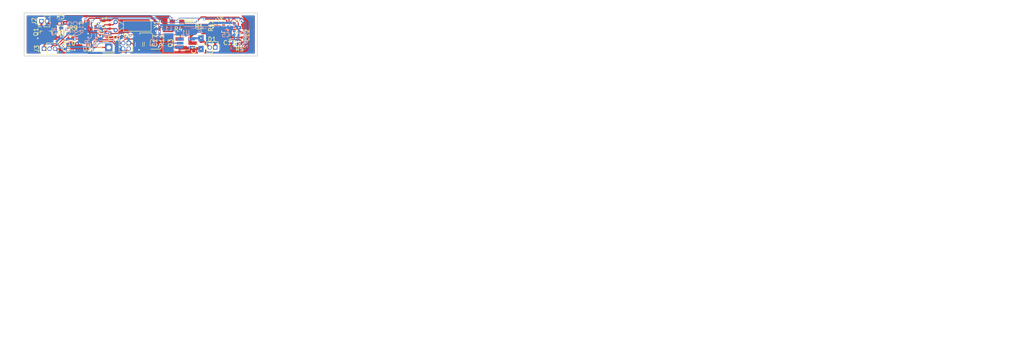
<source format=kicad_pcb>
(kicad_pcb (version 20171130) (host pcbnew 5.0.1)

  (general
    (thickness 1.6)
    (drawings 18)
    (tracks 444)
    (zones 0)
    (modules 43)
    (nets 44)
  )

  (page USLetter)
  (title_block
    (title "Project Title")
  )

  (layers
    (0 F.Cu signal)
    (31 B.Cu signal)
    (34 B.Paste user)
    (35 F.Paste user)
    (36 B.SilkS user)
    (37 F.SilkS user)
    (38 B.Mask user)
    (39 F.Mask user)
    (40 Dwgs.User user)
    (44 Edge.Cuts user)
    (46 B.CrtYd user)
    (47 F.CrtYd user)
    (48 B.Fab user hide)
    (49 F.Fab user)
  )

  (setup
    (last_trace_width 0.1524)
    (user_trace_width 0.1524)
    (user_trace_width 0.254)
    (user_trace_width 0.3302)
    (user_trace_width 0.508)
    (user_trace_width 0.762)
    (user_trace_width 1.27)
    (trace_clearance 0.1524)
    (zone_clearance 0.508)
    (zone_45_only no)
    (trace_min 0.1524)
    (segment_width 0.1524)
    (edge_width 0.1524)
    (via_size 0.6858)
    (via_drill 0.3302)
    (via_min_size 0.508)
    (via_min_drill 0.3302)
    (user_via 0.6858 0.3302)
    (user_via 0.762 0.4064)
    (user_via 0.8636 0.508)
    (uvia_size 0.6858)
    (uvia_drill 0.3302)
    (uvias_allowed no)
    (uvia_min_size 0)
    (uvia_min_drill 0)
    (pcb_text_width 0.1524)
    (pcb_text_size 1.016 1.016)
    (mod_edge_width 0.1524)
    (mod_text_size 1.016 1.016)
    (mod_text_width 0.1524)
    (pad_size 1.524 1.524)
    (pad_drill 0.762)
    (pad_to_mask_clearance 0.0762)
    (solder_mask_min_width 0.1016)
    (pad_to_paste_clearance -0.0762)
    (aux_axis_origin 0 0)
    (visible_elements FFFFDF7D)
    (pcbplotparams
      (layerselection 0x310fc_ffffffff)
      (usegerberextensions true)
      (usegerberattributes false)
      (usegerberadvancedattributes false)
      (creategerberjobfile false)
      (excludeedgelayer true)
      (linewidth 0.100000)
      (plotframeref false)
      (viasonmask false)
      (mode 1)
      (useauxorigin false)
      (hpglpennumber 1)
      (hpglpenspeed 20)
      (hpglpendiameter 15.000000)
      (psnegative false)
      (psa4output false)
      (plotreference true)
      (plotvalue true)
      (plotinvisibletext false)
      (padsonsilk false)
      (subtractmaskfromsilk false)
      (outputformat 1)
      (mirror false)
      (drillshape 0)
      (scaleselection 1)
      (outputdirectory "controller-gerbers"))
  )

  (net 0 "")
  (net 1 "Net-(U3-Pad2)")
  (net 2 /SBWTCK)
  (net 3 /SBWTDIO)
  (net 4 /+VBAT)
  (net 5 GND)
  (net 6 "Net-(C10-Pad1)")
  (net 7 "Net-(C11-Pad1)")
  (net 8 /SCL)
  (net 9 /SDA)
  (net 10 "Net-(R8-Pad2)")
  (net 11 /BOOT_EN)
  (net 12 /LED_EN)
  (net 13 "Net-(U3-Pad14)")
  (net 14 "Net-(U3-Pad15)")
  (net 15 "Net-(R9-Pad2)")
  (net 16 "Net-(R10-Pad2)")
  (net 17 "Net-(C14-Pad2)")
  (net 18 "Net-(U3-Pad19)")
  (net 19 "Net-(U3-Pad20)")
  (net 20 /CAP)
  (net 21 /+VAUX)
  (net 22 "Net-(Q2-Pad1)")
  (net 23 "Net-(R5-Pad1)")
  (net 24 "Net-(U2-Pad3)")
  (net 25 "Net-(U2-Pad11)")
  (net 26 "Net-(U2-Pad12)")
  (net 27 "Net-(J2-Pad1)")
  (net 28 "Net-(R12-Pad2)")
  (net 29 "Net-(U4-Pad2)")
  (net 30 "Net-(U4-Pad3)")
  (net 31 /GYRO_RDY)
  (net 32 "Net-(U4-Pad9)")
  (net 33 "Net-(U4-Pad10)")
  (net 34 "Net-(U4-Pad11)")
  (net 35 "Net-(Q3-Pad3)")
  (net 36 "Net-(Q3-Pad1)")
  (net 37 "Net-(U1-Pad5)")
  (net 38 /+5V)
  (net 39 "Net-(U1-Pad3)")
  (net 40 "Net-(L1-Pad2)")
  (net 41 "Net-(J3-Pad2)")
  (net 42 "Net-(J3-Pad1)")
  (net 43 "Net-(D1-Pad1)")

  (net_class Default "This is the default net class."
    (clearance 0.1524)
    (trace_width 0.1524)
    (via_dia 0.6858)
    (via_drill 0.3302)
    (uvia_dia 0.6858)
    (uvia_drill 0.3302)
    (add_net /+5V)
    (add_net /+VAUX)
    (add_net /+VBAT)
    (add_net /BOOT_EN)
    (add_net /CAP)
    (add_net /GYRO_RDY)
    (add_net /LED_EN)
    (add_net /SBWTCK)
    (add_net /SBWTDIO)
    (add_net /SCL)
    (add_net /SDA)
    (add_net GND)
    (add_net "Net-(C10-Pad1)")
    (add_net "Net-(C11-Pad1)")
    (add_net "Net-(C14-Pad2)")
    (add_net "Net-(D1-Pad1)")
    (add_net "Net-(J2-Pad1)")
    (add_net "Net-(J3-Pad1)")
    (add_net "Net-(J3-Pad2)")
    (add_net "Net-(L1-Pad2)")
    (add_net "Net-(Q2-Pad1)")
    (add_net "Net-(Q3-Pad1)")
    (add_net "Net-(Q3-Pad3)")
    (add_net "Net-(R10-Pad2)")
    (add_net "Net-(R12-Pad2)")
    (add_net "Net-(R5-Pad1)")
    (add_net "Net-(R8-Pad2)")
    (add_net "Net-(R9-Pad2)")
    (add_net "Net-(U1-Pad3)")
    (add_net "Net-(U1-Pad5)")
    (add_net "Net-(U2-Pad11)")
    (add_net "Net-(U2-Pad12)")
    (add_net "Net-(U2-Pad3)")
    (add_net "Net-(U3-Pad14)")
    (add_net "Net-(U3-Pad15)")
    (add_net "Net-(U3-Pad19)")
    (add_net "Net-(U3-Pad2)")
    (add_net "Net-(U3-Pad20)")
    (add_net "Net-(U4-Pad10)")
    (add_net "Net-(U4-Pad11)")
    (add_net "Net-(U4-Pad2)")
    (add_net "Net-(U4-Pad3)")
    (add_net "Net-(U4-Pad9)")
  )

  (module Capacitors_SMD:C_0402 (layer B.Cu) (tedit 58AA841A) (tstamp 5B8D406B)
    (at 36.534053 56.631676 90)
    (descr "Capacitor SMD 0402, reflow soldering, AVX (see smccp.pdf)")
    (tags "capacitor 0402")
    (path /5B879B1A)
    (attr smd)
    (fp_text reference C16 (at 3.331676 1.665947 90) (layer B.SilkS)
      (effects (font (size 1 1) (thickness 0.15)) (justify mirror))
    )
    (fp_text value 0.33uF (at 0 -1.27 90) (layer B.Fab)
      (effects (font (size 1 1) (thickness 0.15)) (justify mirror))
    )
    (fp_line (start 1 -0.4) (end -1 -0.4) (layer B.CrtYd) (width 0.05))
    (fp_line (start 1 -0.4) (end 1 0.4) (layer B.CrtYd) (width 0.05))
    (fp_line (start -1 0.4) (end -1 -0.4) (layer B.CrtYd) (width 0.05))
    (fp_line (start -1 0.4) (end 1 0.4) (layer B.CrtYd) (width 0.05))
    (fp_line (start -0.25 -0.47) (end 0.25 -0.47) (layer B.SilkS) (width 0.12))
    (fp_line (start 0.25 0.47) (end -0.25 0.47) (layer B.SilkS) (width 0.12))
    (fp_line (start -0.5 0.25) (end 0.5 0.25) (layer B.Fab) (width 0.1))
    (fp_line (start 0.5 0.25) (end 0.5 -0.25) (layer B.Fab) (width 0.1))
    (fp_line (start 0.5 -0.25) (end -0.5 -0.25) (layer B.Fab) (width 0.1))
    (fp_line (start -0.5 -0.25) (end -0.5 0.25) (layer B.Fab) (width 0.1))
    (fp_text user %R (at 0 1.27 90) (layer B.Fab)
      (effects (font (size 1 1) (thickness 0.15)) (justify mirror))
    )
    (pad 2 smd rect (at 0.55 0 90) (size 0.6 0.5) (layers B.Cu B.Paste B.Mask)
      (net 17 "Net-(C14-Pad2)"))
    (pad 1 smd rect (at -0.55 0 90) (size 0.6 0.5) (layers B.Cu B.Paste B.Mask)
      (net 5 GND))
    (model Capacitors_SMD.3dshapes/C_0402.wrl
      (at (xyz 0 0 0))
      (scale (xyz 1 1 1))
      (rotate (xyz 0 0 0))
    )
  )

  (module Capacitors_SMD:C_0402 (layer B.Cu) (tedit 58AA841A) (tstamp 5B8D405A)
    (at 35.734053 56.631676 90)
    (descr "Capacitor SMD 0402, reflow soldering, AVX (see smccp.pdf)")
    (tags "capacitor 0402")
    (path /5B8FF17C)
    (attr smd)
    (fp_text reference C15 (at 3.331676 1.115947 90) (layer B.SilkS)
      (effects (font (size 1 1) (thickness 0.15)) (justify mirror))
    )
    (fp_text value 0.33uF (at 0 -1.27 90) (layer B.Fab)
      (effects (font (size 1 1) (thickness 0.15)) (justify mirror))
    )
    (fp_text user %R (at 0 1.27 90) (layer B.Fab)
      (effects (font (size 1 1) (thickness 0.15)) (justify mirror))
    )
    (fp_line (start -0.5 -0.25) (end -0.5 0.25) (layer B.Fab) (width 0.1))
    (fp_line (start 0.5 -0.25) (end -0.5 -0.25) (layer B.Fab) (width 0.1))
    (fp_line (start 0.5 0.25) (end 0.5 -0.25) (layer B.Fab) (width 0.1))
    (fp_line (start -0.5 0.25) (end 0.5 0.25) (layer B.Fab) (width 0.1))
    (fp_line (start 0.25 0.47) (end -0.25 0.47) (layer B.SilkS) (width 0.12))
    (fp_line (start -0.25 -0.47) (end 0.25 -0.47) (layer B.SilkS) (width 0.12))
    (fp_line (start -1 0.4) (end 1 0.4) (layer B.CrtYd) (width 0.05))
    (fp_line (start -1 0.4) (end -1 -0.4) (layer B.CrtYd) (width 0.05))
    (fp_line (start 1 -0.4) (end 1 0.4) (layer B.CrtYd) (width 0.05))
    (fp_line (start 1 -0.4) (end -1 -0.4) (layer B.CrtYd) (width 0.05))
    (pad 1 smd rect (at -0.55 0 90) (size 0.6 0.5) (layers B.Cu B.Paste B.Mask)
      (net 5 GND))
    (pad 2 smd rect (at 0.55 0 90) (size 0.6 0.5) (layers B.Cu B.Paste B.Mask)
      (net 17 "Net-(C14-Pad2)"))
    (model Capacitors_SMD.3dshapes/C_0402.wrl
      (at (xyz 0 0 0))
      (scale (xyz 1 1 1))
      (rotate (xyz 0 0 0))
    )
  )

  (module Capacitors_SMD:C_0402 (layer B.Cu) (tedit 58AA841A) (tstamp 5B8D4049)
    (at 34.9 56.65 90)
    (descr "Capacitor SMD 0402, reflow soldering, AVX (see smccp.pdf)")
    (tags "capacitor 0402")
    (path /5B8FF1D8)
    (attr smd)
    (fp_text reference C14 (at 3.35 0.6 90) (layer B.SilkS)
      (effects (font (size 1 1) (thickness 0.15)) (justify mirror))
    )
    (fp_text value 0.33uF (at 0 -1.27 90) (layer B.Fab)
      (effects (font (size 1 1) (thickness 0.15)) (justify mirror))
    )
    (fp_line (start 1 -0.4) (end -1 -0.4) (layer B.CrtYd) (width 0.05))
    (fp_line (start 1 -0.4) (end 1 0.4) (layer B.CrtYd) (width 0.05))
    (fp_line (start -1 0.4) (end -1 -0.4) (layer B.CrtYd) (width 0.05))
    (fp_line (start -1 0.4) (end 1 0.4) (layer B.CrtYd) (width 0.05))
    (fp_line (start -0.25 -0.47) (end 0.25 -0.47) (layer B.SilkS) (width 0.12))
    (fp_line (start 0.25 0.47) (end -0.25 0.47) (layer B.SilkS) (width 0.12))
    (fp_line (start -0.5 0.25) (end 0.5 0.25) (layer B.Fab) (width 0.1))
    (fp_line (start 0.5 0.25) (end 0.5 -0.25) (layer B.Fab) (width 0.1))
    (fp_line (start 0.5 -0.25) (end -0.5 -0.25) (layer B.Fab) (width 0.1))
    (fp_line (start -0.5 -0.25) (end -0.5 0.25) (layer B.Fab) (width 0.1))
    (fp_text user %R (at 0 1.27 90) (layer B.Fab)
      (effects (font (size 1 1) (thickness 0.15)) (justify mirror))
    )
    (pad 2 smd rect (at 0.55 0 90) (size 0.6 0.5) (layers B.Cu B.Paste B.Mask)
      (net 17 "Net-(C14-Pad2)"))
    (pad 1 smd rect (at -0.55 0 90) (size 0.6 0.5) (layers B.Cu B.Paste B.Mask)
      (net 5 GND))
    (model Capacitors_SMD.3dshapes/C_0402.wrl
      (at (xyz 0 0 0))
      (scale (xyz 1 1 1))
      (rotate (xyz 0 0 0))
    )
  )

  (module Capacitors_SMD:C_0402 (layer F.Cu) (tedit 58AA841A) (tstamp 5B8D4038)
    (at 72.55 55.65 180)
    (descr "Capacitor SMD 0402, reflow soldering, AVX (see smccp.pdf)")
    (tags "capacitor 0402")
    (path /5B8209B1)
    (attr smd)
    (fp_text reference C13 (at 0 -1.27 180) (layer F.SilkS)
      (effects (font (size 1 1) (thickness 0.15)))
    )
    (fp_text value 100nF (at 0 1.27 180) (layer F.Fab)
      (effects (font (size 1 1) (thickness 0.15)))
    )
    (fp_line (start 1 0.4) (end -1 0.4) (layer F.CrtYd) (width 0.05))
    (fp_line (start 1 0.4) (end 1 -0.4) (layer F.CrtYd) (width 0.05))
    (fp_line (start -1 -0.4) (end -1 0.4) (layer F.CrtYd) (width 0.05))
    (fp_line (start -1 -0.4) (end 1 -0.4) (layer F.CrtYd) (width 0.05))
    (fp_line (start -0.25 0.47) (end 0.25 0.47) (layer F.SilkS) (width 0.12))
    (fp_line (start 0.25 -0.47) (end -0.25 -0.47) (layer F.SilkS) (width 0.12))
    (fp_line (start -0.5 -0.25) (end 0.5 -0.25) (layer F.Fab) (width 0.1))
    (fp_line (start 0.5 -0.25) (end 0.5 0.25) (layer F.Fab) (width 0.1))
    (fp_line (start 0.5 0.25) (end -0.5 0.25) (layer F.Fab) (width 0.1))
    (fp_line (start -0.5 0.25) (end -0.5 -0.25) (layer F.Fab) (width 0.1))
    (fp_text user %R (at 0 -1.27 180) (layer F.Fab)
      (effects (font (size 1 1) (thickness 0.15)))
    )
    (pad 2 smd rect (at 0.55 0 180) (size 0.6 0.5) (layers F.Cu F.Paste F.Mask)
      (net 21 /+VAUX))
    (pad 1 smd rect (at -0.55 0 180) (size 0.6 0.5) (layers F.Cu F.Paste F.Mask)
      (net 5 GND))
    (model Capacitors_SMD.3dshapes/C_0402.wrl
      (at (xyz 0 0 0))
      (scale (xyz 1 1 1))
      (rotate (xyz 0 0 0))
    )
  )

  (module Capacitors_SMD:C_0402 (layer F.Cu) (tedit 58AA841A) (tstamp 5B8D4027)
    (at 75.4 55.15 90)
    (descr "Capacitor SMD 0402, reflow soldering, AVX (see smccp.pdf)")
    (tags "capacitor 0402")
    (path /5B820A8B)
    (attr smd)
    (fp_text reference C12 (at 0 1.25 90) (layer F.SilkS)
      (effects (font (size 1 1) (thickness 0.15)))
    )
    (fp_text value 100nF (at 0 1.27 90) (layer F.Fab)
      (effects (font (size 1 1) (thickness 0.15)))
    )
    (fp_text user %R (at 0 -1.27 90) (layer F.Fab)
      (effects (font (size 1 1) (thickness 0.15)))
    )
    (fp_line (start -0.5 0.25) (end -0.5 -0.25) (layer F.Fab) (width 0.1))
    (fp_line (start 0.5 0.25) (end -0.5 0.25) (layer F.Fab) (width 0.1))
    (fp_line (start 0.5 -0.25) (end 0.5 0.25) (layer F.Fab) (width 0.1))
    (fp_line (start -0.5 -0.25) (end 0.5 -0.25) (layer F.Fab) (width 0.1))
    (fp_line (start 0.25 -0.47) (end -0.25 -0.47) (layer F.SilkS) (width 0.12))
    (fp_line (start -0.25 0.47) (end 0.25 0.47) (layer F.SilkS) (width 0.12))
    (fp_line (start -1 -0.4) (end 1 -0.4) (layer F.CrtYd) (width 0.05))
    (fp_line (start -1 -0.4) (end -1 0.4) (layer F.CrtYd) (width 0.05))
    (fp_line (start 1 0.4) (end 1 -0.4) (layer F.CrtYd) (width 0.05))
    (fp_line (start 1 0.4) (end -1 0.4) (layer F.CrtYd) (width 0.05))
    (pad 1 smd rect (at -0.55 0 90) (size 0.6 0.5) (layers F.Cu F.Paste F.Mask)
      (net 5 GND))
    (pad 2 smd rect (at 0.55 0 90) (size 0.6 0.5) (layers F.Cu F.Paste F.Mask)
      (net 21 /+VAUX))
    (model Capacitors_SMD.3dshapes/C_0402.wrl
      (at (xyz 0 0 0))
      (scale (xyz 1 1 1))
      (rotate (xyz 0 0 0))
    )
  )

  (module Capacitors_SMD:C_0402 (layer F.Cu) (tedit 58AA841A) (tstamp 5B8D4016)
    (at 44.8 52.2 90)
    (descr "Capacitor SMD 0402, reflow soldering, AVX (see smccp.pdf)")
    (tags "capacitor 0402")
    (path /5B8963EA)
    (attr smd)
    (fp_text reference C11 (at 0 -1.27 90) (layer F.SilkS)
      (effects (font (size 1 1) (thickness 0.15)))
    )
    (fp_text value 10pF (at 0 1.27 90) (layer F.Fab)
      (effects (font (size 1 1) (thickness 0.15)))
    )
    (fp_line (start 1 0.4) (end -1 0.4) (layer F.CrtYd) (width 0.05))
    (fp_line (start 1 0.4) (end 1 -0.4) (layer F.CrtYd) (width 0.05))
    (fp_line (start -1 -0.4) (end -1 0.4) (layer F.CrtYd) (width 0.05))
    (fp_line (start -1 -0.4) (end 1 -0.4) (layer F.CrtYd) (width 0.05))
    (fp_line (start -0.25 0.47) (end 0.25 0.47) (layer F.SilkS) (width 0.12))
    (fp_line (start 0.25 -0.47) (end -0.25 -0.47) (layer F.SilkS) (width 0.12))
    (fp_line (start -0.5 -0.25) (end 0.5 -0.25) (layer F.Fab) (width 0.1))
    (fp_line (start 0.5 -0.25) (end 0.5 0.25) (layer F.Fab) (width 0.1))
    (fp_line (start 0.5 0.25) (end -0.5 0.25) (layer F.Fab) (width 0.1))
    (fp_line (start -0.5 0.25) (end -0.5 -0.25) (layer F.Fab) (width 0.1))
    (fp_text user %R (at 0 -1.27 90) (layer F.Fab)
      (effects (font (size 1 1) (thickness 0.15)))
    )
    (pad 2 smd rect (at 0.55 0 90) (size 0.6 0.5) (layers F.Cu F.Paste F.Mask)
      (net 5 GND))
    (pad 1 smd rect (at -0.55 0 90) (size 0.6 0.5) (layers F.Cu F.Paste F.Mask)
      (net 7 "Net-(C11-Pad1)"))
    (model Capacitors_SMD.3dshapes/C_0402.wrl
      (at (xyz 0 0 0))
      (scale (xyz 1 1 1))
      (rotate (xyz 0 0 0))
    )
  )

  (module Capacitors_SMD:C_0402 (layer F.Cu) (tedit 58AA841A) (tstamp 5B8D8D5D)
    (at 44.8 54.2 270)
    (descr "Capacitor SMD 0402, reflow soldering, AVX (see smccp.pdf)")
    (tags "capacitor 0402")
    (path /5B896369)
    (attr smd)
    (fp_text reference C10 (at 1.7 -1) (layer F.SilkS)
      (effects (font (size 1 1) (thickness 0.15)))
    )
    (fp_text value 10pF (at 0 1.27 270) (layer F.Fab)
      (effects (font (size 1 1) (thickness 0.15)))
    )
    (fp_text user %R (at 0 -1.27 270) (layer F.Fab)
      (effects (font (size 1 1) (thickness 0.15)))
    )
    (fp_line (start -0.5 0.25) (end -0.5 -0.25) (layer F.Fab) (width 0.1))
    (fp_line (start 0.5 0.25) (end -0.5 0.25) (layer F.Fab) (width 0.1))
    (fp_line (start 0.5 -0.25) (end 0.5 0.25) (layer F.Fab) (width 0.1))
    (fp_line (start -0.5 -0.25) (end 0.5 -0.25) (layer F.Fab) (width 0.1))
    (fp_line (start 0.25 -0.47) (end -0.25 -0.47) (layer F.SilkS) (width 0.12))
    (fp_line (start -0.25 0.47) (end 0.25 0.47) (layer F.SilkS) (width 0.12))
    (fp_line (start -1 -0.4) (end 1 -0.4) (layer F.CrtYd) (width 0.05))
    (fp_line (start -1 -0.4) (end -1 0.4) (layer F.CrtYd) (width 0.05))
    (fp_line (start 1 0.4) (end 1 -0.4) (layer F.CrtYd) (width 0.05))
    (fp_line (start 1 0.4) (end -1 0.4) (layer F.CrtYd) (width 0.05))
    (pad 1 smd rect (at -0.55 0 270) (size 0.6 0.5) (layers F.Cu F.Paste F.Mask)
      (net 6 "Net-(C10-Pad1)"))
    (pad 2 smd rect (at 0.55 0 270) (size 0.6 0.5) (layers F.Cu F.Paste F.Mask)
      (net 5 GND))
    (model Capacitors_SMD.3dshapes/C_0402.wrl
      (at (xyz 0 0 0))
      (scale (xyz 1 1 1))
      (rotate (xyz 0 0 0))
    )
  )

  (module Capacitors_SMD:C_0402 (layer B.Cu) (tedit 58AA841A) (tstamp 5B8D3FF4)
    (at 74.2 54.3)
    (descr "Capacitor SMD 0402, reflow soldering, AVX (see smccp.pdf)")
    (tags "capacitor 0402")
    (path /5B8268F3)
    (attr smd)
    (fp_text reference C6 (at 2.15 0.6 90) (layer B.SilkS)
      (effects (font (size 1 1) (thickness 0.15)) (justify mirror))
    )
    (fp_text value 100nF (at 0 -1.27) (layer B.Fab)
      (effects (font (size 1 1) (thickness 0.15)) (justify mirror))
    )
    (fp_line (start 1 -0.4) (end -1 -0.4) (layer B.CrtYd) (width 0.05))
    (fp_line (start 1 -0.4) (end 1 0.4) (layer B.CrtYd) (width 0.05))
    (fp_line (start -1 0.4) (end -1 -0.4) (layer B.CrtYd) (width 0.05))
    (fp_line (start -1 0.4) (end 1 0.4) (layer B.CrtYd) (width 0.05))
    (fp_line (start -0.25 -0.47) (end 0.25 -0.47) (layer B.SilkS) (width 0.12))
    (fp_line (start 0.25 0.47) (end -0.25 0.47) (layer B.SilkS) (width 0.12))
    (fp_line (start -0.5 0.25) (end 0.5 0.25) (layer B.Fab) (width 0.1))
    (fp_line (start 0.5 0.25) (end 0.5 -0.25) (layer B.Fab) (width 0.1))
    (fp_line (start 0.5 -0.25) (end -0.5 -0.25) (layer B.Fab) (width 0.1))
    (fp_line (start -0.5 -0.25) (end -0.5 0.25) (layer B.Fab) (width 0.1))
    (fp_text user %R (at 0 1.27) (layer B.Fab)
      (effects (font (size 1 1) (thickness 0.15)) (justify mirror))
    )
    (pad 2 smd rect (at 0.55 0) (size 0.6 0.5) (layers B.Cu B.Paste B.Mask)
      (net 21 /+VAUX))
    (pad 1 smd rect (at -0.55 0) (size 0.6 0.5) (layers B.Cu B.Paste B.Mask)
      (net 5 GND))
    (model Capacitors_SMD.3dshapes/C_0402.wrl
      (at (xyz 0 0 0))
      (scale (xyz 1 1 1))
      (rotate (xyz 0 0 0))
    )
  )

  (module Capacitors_SMD:C_0402 (layer B.Cu) (tedit 58AA841A) (tstamp 5B8D3FE3)
    (at 74.2 55.1)
    (descr "Capacitor SMD 0402, reflow soldering, AVX (see smccp.pdf)")
    (tags "capacitor 0402")
    (path /5B8268ED)
    (attr smd)
    (fp_text reference C5 (at -2.5 0) (layer B.SilkS)
      (effects (font (size 1 1) (thickness 0.15)) (justify mirror))
    )
    (fp_text value 100nF (at 0 -1.27) (layer B.Fab)
      (effects (font (size 1 1) (thickness 0.15)) (justify mirror))
    )
    (fp_text user %R (at 0 1.27) (layer B.Fab)
      (effects (font (size 1 1) (thickness 0.15)) (justify mirror))
    )
    (fp_line (start -0.5 -0.25) (end -0.5 0.25) (layer B.Fab) (width 0.1))
    (fp_line (start 0.5 -0.25) (end -0.5 -0.25) (layer B.Fab) (width 0.1))
    (fp_line (start 0.5 0.25) (end 0.5 -0.25) (layer B.Fab) (width 0.1))
    (fp_line (start -0.5 0.25) (end 0.5 0.25) (layer B.Fab) (width 0.1))
    (fp_line (start 0.25 0.47) (end -0.25 0.47) (layer B.SilkS) (width 0.12))
    (fp_line (start -0.25 -0.47) (end 0.25 -0.47) (layer B.SilkS) (width 0.12))
    (fp_line (start -1 0.4) (end 1 0.4) (layer B.CrtYd) (width 0.05))
    (fp_line (start -1 0.4) (end -1 -0.4) (layer B.CrtYd) (width 0.05))
    (fp_line (start 1 -0.4) (end 1 0.4) (layer B.CrtYd) (width 0.05))
    (fp_line (start 1 -0.4) (end -1 -0.4) (layer B.CrtYd) (width 0.05))
    (pad 1 smd rect (at -0.55 0) (size 0.6 0.5) (layers B.Cu B.Paste B.Mask)
      (net 5 GND))
    (pad 2 smd rect (at 0.55 0) (size 0.6 0.5) (layers B.Cu B.Paste B.Mask)
      (net 21 /+VAUX))
    (model Capacitors_SMD.3dshapes/C_0402.wrl
      (at (xyz 0 0 0))
      (scale (xyz 1 1 1))
      (rotate (xyz 0 0 0))
    )
  )

  (module Capacitors_SMD:C_0402 (layer F.Cu) (tedit 58AA841A) (tstamp 5B8D3FD2)
    (at 43.8 54.8 90)
    (descr "Capacitor SMD 0402, reflow soldering, AVX (see smccp.pdf)")
    (tags "capacitor 0402")
    (path /5B8A9D61)
    (attr smd)
    (fp_text reference C9 (at 0 -1.27 90) (layer F.SilkS)
      (effects (font (size 1 1) (thickness 0.15)))
    )
    (fp_text value 100nF (at 0 1.27 90) (layer F.Fab)
      (effects (font (size 1 1) (thickness 0.15)))
    )
    (fp_line (start 1 0.4) (end -1 0.4) (layer F.CrtYd) (width 0.05))
    (fp_line (start 1 0.4) (end 1 -0.4) (layer F.CrtYd) (width 0.05))
    (fp_line (start -1 -0.4) (end -1 0.4) (layer F.CrtYd) (width 0.05))
    (fp_line (start -1 -0.4) (end 1 -0.4) (layer F.CrtYd) (width 0.05))
    (fp_line (start -0.25 0.47) (end 0.25 0.47) (layer F.SilkS) (width 0.12))
    (fp_line (start 0.25 -0.47) (end -0.25 -0.47) (layer F.SilkS) (width 0.12))
    (fp_line (start -0.5 -0.25) (end 0.5 -0.25) (layer F.Fab) (width 0.1))
    (fp_line (start 0.5 -0.25) (end 0.5 0.25) (layer F.Fab) (width 0.1))
    (fp_line (start 0.5 0.25) (end -0.5 0.25) (layer F.Fab) (width 0.1))
    (fp_line (start -0.5 0.25) (end -0.5 -0.25) (layer F.Fab) (width 0.1))
    (fp_text user %R (at 0 -1.27 90) (layer F.Fab)
      (effects (font (size 1 1) (thickness 0.15)))
    )
    (pad 2 smd rect (at 0.55 0 90) (size 0.6 0.5) (layers F.Cu F.Paste F.Mask)
      (net 5 GND))
    (pad 1 smd rect (at -0.55 0 90) (size 0.6 0.5) (layers F.Cu F.Paste F.Mask)
      (net 4 /+VBAT))
    (model Capacitors_SMD.3dshapes/C_0402.wrl
      (at (xyz 0 0 0))
      (scale (xyz 1 1 1))
      (rotate (xyz 0 0 0))
    )
  )

  (module Capacitors_SMD:C_0603_HandSoldering (layer F.Cu) (tedit 58AA848B) (tstamp 5B8D3FC1)
    (at 66 57.3 90)
    (descr "Capacitor SMD 0603, hand soldering")
    (tags "capacitor 0603")
    (path /5B966D33)
    (attr smd)
    (fp_text reference C1 (at -1.2 -1.7 90) (layer F.SilkS)
      (effects (font (size 1 1) (thickness 0.15)))
    )
    (fp_text value 4.7uF (at 0 1.5 90) (layer F.Fab)
      (effects (font (size 1 1) (thickness 0.15)))
    )
    (fp_line (start 1.8 0.65) (end -1.8 0.65) (layer F.CrtYd) (width 0.05))
    (fp_line (start 1.8 0.65) (end 1.8 -0.65) (layer F.CrtYd) (width 0.05))
    (fp_line (start -1.8 -0.65) (end -1.8 0.65) (layer F.CrtYd) (width 0.05))
    (fp_line (start -1.8 -0.65) (end 1.8 -0.65) (layer F.CrtYd) (width 0.05))
    (fp_line (start 0.35 0.6) (end -0.35 0.6) (layer F.SilkS) (width 0.12))
    (fp_line (start -0.35 -0.6) (end 0.35 -0.6) (layer F.SilkS) (width 0.12))
    (fp_line (start -0.8 -0.4) (end 0.8 -0.4) (layer F.Fab) (width 0.1))
    (fp_line (start 0.8 -0.4) (end 0.8 0.4) (layer F.Fab) (width 0.1))
    (fp_line (start 0.8 0.4) (end -0.8 0.4) (layer F.Fab) (width 0.1))
    (fp_line (start -0.8 0.4) (end -0.8 -0.4) (layer F.Fab) (width 0.1))
    (fp_text user %R (at 0 -1.25 90) (layer F.Fab)
      (effects (font (size 1 1) (thickness 0.15)))
    )
    (pad 2 smd rect (at 0.95 0 90) (size 1.2 0.75) (layers F.Cu F.Paste F.Mask)
      (net 38 /+5V))
    (pad 1 smd rect (at -0.95 0 90) (size 1.2 0.75) (layers F.Cu F.Paste F.Mask)
      (net 5 GND))
    (model Capacitors_SMD.3dshapes/C_0603.wrl
      (at (xyz 0 0 0))
      (scale (xyz 1 1 1))
      (rotate (xyz 0 0 0))
    )
  )

  (module Capacitors_SMD:C_0603_HandSoldering (layer F.Cu) (tedit 58AA848B) (tstamp 5B8D3FB0)
    (at 32.2 54.7 90)
    (descr "Capacitor SMD 0603, hand soldering")
    (tags "capacitor 0603")
    (path /5B95C75D)
    (attr smd)
    (fp_text reference C2 (at -3.8 2.6) (layer F.SilkS)
      (effects (font (size 1 1) (thickness 0.15)))
    )
    (fp_text value 4.7uF (at 0 1.5 90) (layer F.Fab)
      (effects (font (size 1 1) (thickness 0.15)))
    )
    (fp_text user %R (at 0 -1.25 90) (layer F.Fab)
      (effects (font (size 1 1) (thickness 0.15)))
    )
    (fp_line (start -0.8 0.4) (end -0.8 -0.4) (layer F.Fab) (width 0.1))
    (fp_line (start 0.8 0.4) (end -0.8 0.4) (layer F.Fab) (width 0.1))
    (fp_line (start 0.8 -0.4) (end 0.8 0.4) (layer F.Fab) (width 0.1))
    (fp_line (start -0.8 -0.4) (end 0.8 -0.4) (layer F.Fab) (width 0.1))
    (fp_line (start -0.35 -0.6) (end 0.35 -0.6) (layer F.SilkS) (width 0.12))
    (fp_line (start 0.35 0.6) (end -0.35 0.6) (layer F.SilkS) (width 0.12))
    (fp_line (start -1.8 -0.65) (end 1.8 -0.65) (layer F.CrtYd) (width 0.05))
    (fp_line (start -1.8 -0.65) (end -1.8 0.65) (layer F.CrtYd) (width 0.05))
    (fp_line (start 1.8 0.65) (end 1.8 -0.65) (layer F.CrtYd) (width 0.05))
    (fp_line (start 1.8 0.65) (end -1.8 0.65) (layer F.CrtYd) (width 0.05))
    (pad 1 smd rect (at -0.95 0 90) (size 1.2 0.75) (layers F.Cu F.Paste F.Mask)
      (net 4 /+VBAT))
    (pad 2 smd rect (at 0.95 0 90) (size 1.2 0.75) (layers F.Cu F.Paste F.Mask)
      (net 5 GND))
    (model Capacitors_SMD.3dshapes/C_0603.wrl
      (at (xyz 0 0 0))
      (scale (xyz 1 1 1))
      (rotate (xyz 0 0 0))
    )
  )

  (module Capacitors_SMD:C_0603_HandSoldering (layer B.Cu) (tedit 58AA848B) (tstamp 5B8D3F9F)
    (at 73.75 53.4 180)
    (descr "Capacitor SMD 0603, hand soldering")
    (tags "capacitor 0603")
    (path /5B9B4109)
    (attr smd)
    (fp_text reference C7 (at 0 1.25 180) (layer B.SilkS)
      (effects (font (size 1 1) (thickness 0.15)) (justify mirror))
    )
    (fp_text value 4.7uF (at 0 -1.5 180) (layer B.Fab)
      (effects (font (size 1 1) (thickness 0.15)) (justify mirror))
    )
    (fp_line (start 1.8 -0.65) (end -1.8 -0.65) (layer B.CrtYd) (width 0.05))
    (fp_line (start 1.8 -0.65) (end 1.8 0.65) (layer B.CrtYd) (width 0.05))
    (fp_line (start -1.8 0.65) (end -1.8 -0.65) (layer B.CrtYd) (width 0.05))
    (fp_line (start -1.8 0.65) (end 1.8 0.65) (layer B.CrtYd) (width 0.05))
    (fp_line (start 0.35 -0.6) (end -0.35 -0.6) (layer B.SilkS) (width 0.12))
    (fp_line (start -0.35 0.6) (end 0.35 0.6) (layer B.SilkS) (width 0.12))
    (fp_line (start -0.8 0.4) (end 0.8 0.4) (layer B.Fab) (width 0.1))
    (fp_line (start 0.8 0.4) (end 0.8 -0.4) (layer B.Fab) (width 0.1))
    (fp_line (start 0.8 -0.4) (end -0.8 -0.4) (layer B.Fab) (width 0.1))
    (fp_line (start -0.8 -0.4) (end -0.8 0.4) (layer B.Fab) (width 0.1))
    (fp_text user %R (at 0 1.25 180) (layer B.Fab)
      (effects (font (size 1 1) (thickness 0.15)) (justify mirror))
    )
    (pad 2 smd rect (at 0.95 0 180) (size 1.2 0.75) (layers B.Cu B.Paste B.Mask)
      (net 5 GND))
    (pad 1 smd rect (at -0.95 0 180) (size 1.2 0.75) (layers B.Cu B.Paste B.Mask)
      (net 21 /+VAUX))
    (model Capacitors_SMD.3dshapes/C_0603.wrl
      (at (xyz 0 0 0))
      (scale (xyz 1 1 1))
      (rotate (xyz 0 0 0))
    )
  )

  (module Capacitors_SMD:C_0603_HandSoldering (layer B.Cu) (tedit 58AA848B) (tstamp 5B8D3F8E)
    (at 42.8 54.8 90)
    (descr "Capacitor SMD 0603, hand soldering")
    (tags "capacitor 0603")
    (path /5B8A9CEB)
    (attr smd)
    (fp_text reference C8 (at 0 1.25 90) (layer B.SilkS)
      (effects (font (size 1 1) (thickness 0.15)) (justify mirror))
    )
    (fp_text value 4.7uF (at 0 -1.5 90) (layer B.Fab)
      (effects (font (size 1 1) (thickness 0.15)) (justify mirror))
    )
    (fp_text user %R (at 0 1.25 90) (layer B.Fab)
      (effects (font (size 1 1) (thickness 0.15)) (justify mirror))
    )
    (fp_line (start -0.8 -0.4) (end -0.8 0.4) (layer B.Fab) (width 0.1))
    (fp_line (start 0.8 -0.4) (end -0.8 -0.4) (layer B.Fab) (width 0.1))
    (fp_line (start 0.8 0.4) (end 0.8 -0.4) (layer B.Fab) (width 0.1))
    (fp_line (start -0.8 0.4) (end 0.8 0.4) (layer B.Fab) (width 0.1))
    (fp_line (start -0.35 0.6) (end 0.35 0.6) (layer B.SilkS) (width 0.12))
    (fp_line (start 0.35 -0.6) (end -0.35 -0.6) (layer B.SilkS) (width 0.12))
    (fp_line (start -1.8 0.65) (end 1.8 0.65) (layer B.CrtYd) (width 0.05))
    (fp_line (start -1.8 0.65) (end -1.8 -0.65) (layer B.CrtYd) (width 0.05))
    (fp_line (start 1.8 -0.65) (end 1.8 0.65) (layer B.CrtYd) (width 0.05))
    (fp_line (start 1.8 -0.65) (end -1.8 -0.65) (layer B.CrtYd) (width 0.05))
    (pad 1 smd rect (at -0.95 0 90) (size 1.2 0.75) (layers B.Cu B.Paste B.Mask)
      (net 4 /+VBAT))
    (pad 2 smd rect (at 0.95 0 90) (size 1.2 0.75) (layers B.Cu B.Paste B.Mask)
      (net 5 GND))
    (model Capacitors_SMD.3dshapes/C_0603.wrl
      (at (xyz 0 0 0))
      (scale (xyz 1 1 1))
      (rotate (xyz 0 0 0))
    )
  )

  (module Capacitors_SMD:C_0603_HandSoldering (layer B.Cu) (tedit 58AA848B) (tstamp 5B8D3F7D)
    (at 56.157516 56.922111 270)
    (descr "Capacitor SMD 0603, hand soldering")
    (tags "capacitor 0603")
    (path /5B97280D)
    (attr smd)
    (fp_text reference C3 (at -0.022111 1.407516 270) (layer B.SilkS)
      (effects (font (size 1 1) (thickness 0.15)) (justify mirror))
    )
    (fp_text value 4.7uF (at 0 -1.5 270) (layer B.Fab)
      (effects (font (size 1 1) (thickness 0.15)) (justify mirror))
    )
    (fp_line (start 1.8 -0.65) (end -1.8 -0.65) (layer B.CrtYd) (width 0.05))
    (fp_line (start 1.8 -0.65) (end 1.8 0.65) (layer B.CrtYd) (width 0.05))
    (fp_line (start -1.8 0.65) (end -1.8 -0.65) (layer B.CrtYd) (width 0.05))
    (fp_line (start -1.8 0.65) (end 1.8 0.65) (layer B.CrtYd) (width 0.05))
    (fp_line (start 0.35 -0.6) (end -0.35 -0.6) (layer B.SilkS) (width 0.12))
    (fp_line (start -0.35 0.6) (end 0.35 0.6) (layer B.SilkS) (width 0.12))
    (fp_line (start -0.8 0.4) (end 0.8 0.4) (layer B.Fab) (width 0.1))
    (fp_line (start 0.8 0.4) (end 0.8 -0.4) (layer B.Fab) (width 0.1))
    (fp_line (start 0.8 -0.4) (end -0.8 -0.4) (layer B.Fab) (width 0.1))
    (fp_line (start -0.8 -0.4) (end -0.8 0.4) (layer B.Fab) (width 0.1))
    (fp_text user %R (at 0 1.25 270) (layer B.Fab)
      (effects (font (size 1 1) (thickness 0.15)) (justify mirror))
    )
    (pad 2 smd rect (at 0.95 0 270) (size 1.2 0.75) (layers B.Cu B.Paste B.Mask)
      (net 5 GND))
    (pad 1 smd rect (at -0.95 0 270) (size 1.2 0.75) (layers B.Cu B.Paste B.Mask)
      (net 21 /+VAUX))
    (model Capacitors_SMD.3dshapes/C_0603.wrl
      (at (xyz 0 0 0))
      (scale (xyz 1 1 1))
      (rotate (xyz 0 0 0))
    )
  )

  (module Capacitors_SMD:C_0805_HandSoldering (layer F.Cu) (tedit 58AA84A8) (tstamp 5B8D3F6C)
    (at 51.6 57.3 270)
    (descr "Capacitor SMD 0805, hand soldering")
    (tags "capacitor 0805")
    (path /5B93219E)
    (attr smd)
    (fp_text reference C17 (at -0.85 -3.7 270) (layer F.SilkS)
      (effects (font (size 1 1) (thickness 0.15)))
    )
    (fp_text value "1000pF 5%" (at 0 1.75 270) (layer F.Fab)
      (effects (font (size 1 1) (thickness 0.15)))
    )
    (fp_text user %R (at 0 -1.75 270) (layer F.Fab)
      (effects (font (size 1 1) (thickness 0.15)))
    )
    (fp_line (start -1 0.62) (end -1 -0.62) (layer F.Fab) (width 0.1))
    (fp_line (start 1 0.62) (end -1 0.62) (layer F.Fab) (width 0.1))
    (fp_line (start 1 -0.62) (end 1 0.62) (layer F.Fab) (width 0.1))
    (fp_line (start -1 -0.62) (end 1 -0.62) (layer F.Fab) (width 0.1))
    (fp_line (start 0.5 -0.85) (end -0.5 -0.85) (layer F.SilkS) (width 0.12))
    (fp_line (start -0.5 0.85) (end 0.5 0.85) (layer F.SilkS) (width 0.12))
    (fp_line (start -2.25 -0.88) (end 2.25 -0.88) (layer F.CrtYd) (width 0.05))
    (fp_line (start -2.25 -0.88) (end -2.25 0.87) (layer F.CrtYd) (width 0.05))
    (fp_line (start 2.25 0.87) (end 2.25 -0.88) (layer F.CrtYd) (width 0.05))
    (fp_line (start 2.25 0.87) (end -2.25 0.87) (layer F.CrtYd) (width 0.05))
    (pad 1 smd rect (at -1.25 0 270) (size 1.5 1.25) (layers F.Cu F.Paste F.Mask)
      (net 3 /SBWTDIO))
    (pad 2 smd rect (at 1.25 0 270) (size 1.5 1.25) (layers F.Cu F.Paste F.Mask)
      (net 5 GND))
    (model Capacitors_SMD.3dshapes/C_0805.wrl
      (at (xyz 0 0 0))
      (scale (xyz 1 1 1))
      (rotate (xyz 0 0 0))
    )
  )

  (module Capacitors_SMD:C_0805_HandSoldering (layer B.Cu) (tedit 58AA84A8) (tstamp 5B8D3F5B)
    (at 65.957516 57.122111 270)
    (descr "Capacitor SMD 0805, hand soldering")
    (tags "capacitor 0805")
    (path /5B81A521)
    (attr smd)
    (fp_text reference C4 (at -3.222111 0.007516 270) (layer B.SilkS)
      (effects (font (size 1 1) (thickness 0.15)) (justify mirror))
    )
    (fp_text value 22uF (at 0 -1.75 270) (layer B.Fab)
      (effects (font (size 1 1) (thickness 0.15)) (justify mirror))
    )
    (fp_line (start 2.25 -0.87) (end -2.25 -0.87) (layer B.CrtYd) (width 0.05))
    (fp_line (start 2.25 -0.87) (end 2.25 0.88) (layer B.CrtYd) (width 0.05))
    (fp_line (start -2.25 0.88) (end -2.25 -0.87) (layer B.CrtYd) (width 0.05))
    (fp_line (start -2.25 0.88) (end 2.25 0.88) (layer B.CrtYd) (width 0.05))
    (fp_line (start -0.5 -0.85) (end 0.5 -0.85) (layer B.SilkS) (width 0.12))
    (fp_line (start 0.5 0.85) (end -0.5 0.85) (layer B.SilkS) (width 0.12))
    (fp_line (start -1 0.62) (end 1 0.62) (layer B.Fab) (width 0.1))
    (fp_line (start 1 0.62) (end 1 -0.62) (layer B.Fab) (width 0.1))
    (fp_line (start 1 -0.62) (end -1 -0.62) (layer B.Fab) (width 0.1))
    (fp_line (start -1 -0.62) (end -1 0.62) (layer B.Fab) (width 0.1))
    (fp_text user %R (at 0 1.75 270) (layer B.Fab)
      (effects (font (size 1 1) (thickness 0.15)) (justify mirror))
    )
    (pad 2 smd rect (at 1.25 0 270) (size 1.5 1.25) (layers B.Cu B.Paste B.Mask)
      (net 5 GND))
    (pad 1 smd rect (at -1.25 0 270) (size 1.5 1.25) (layers B.Cu B.Paste B.Mask)
      (net 38 /+5V))
    (model Capacitors_SMD.3dshapes/C_0805.wrl
      (at (xyz 0 0 0))
      (scale (xyz 1 1 1))
      (rotate (xyz 0 0 0))
    )
  )

  (module Crystals:Crystal_DS26_d2.0mm_l6.0mm_Horizontal (layer F.Cu) (tedit 58CD3077) (tstamp 5B8D3F4A)
    (at 46.2 54 90)
    (descr "Crystal THT DS26 6.0mm length 2.0mm diameter http://www.microcrystal.com/images/_Product-Documentation/03_TF_metal_Packages/01_Datasheet/DS-Series.pdf")
    (tags ['DS26'])
    (path /5B890FEE)
    (fp_text reference Y1 (at 1.3 9.4 270) (layer F.SilkS)
      (effects (font (size 1 1) (thickness 0.15)))
    )
    (fp_text value 32.786kHz (at 3.47 1.625 180) (layer F.Fab)
      (effects (font (size 1 1) (thickness 0.15)))
    )
    (fp_line (start 2.7 -0.8) (end -0.8 -0.8) (layer F.CrtYd) (width 0.05))
    (fp_line (start 2.7 8.8) (end 2.7 -0.8) (layer F.CrtYd) (width 0.05))
    (fp_line (start -0.8 8.8) (end 2.7 8.8) (layer F.CrtYd) (width 0.05))
    (fp_line (start -0.8 -0.8) (end -0.8 8.8) (layer F.CrtYd) (width 0.05))
    (fp_line (start 1.9 0.9) (end 1.9 0.7) (layer F.SilkS) (width 0.12))
    (fp_line (start 1.3 1.8) (end 1.9 0.9) (layer F.SilkS) (width 0.12))
    (fp_line (start 0 0.9) (end 0 0.7) (layer F.SilkS) (width 0.12))
    (fp_line (start 0.6 1.8) (end 0 0.9) (layer F.SilkS) (width 0.12))
    (fp_line (start 2.15 1.8) (end -0.25 1.8) (layer F.SilkS) (width 0.12))
    (fp_line (start 2.15 8.2) (end 2.15 1.8) (layer F.SilkS) (width 0.12))
    (fp_line (start -0.25 8.2) (end 2.15 8.2) (layer F.SilkS) (width 0.12))
    (fp_line (start -0.25 1.8) (end -0.25 8.2) (layer F.SilkS) (width 0.12))
    (fp_line (start 1.9 1) (end 1.9 0) (layer F.Fab) (width 0.1))
    (fp_line (start 1.3 2) (end 1.9 1) (layer F.Fab) (width 0.1))
    (fp_line (start 0 1) (end 0 0) (layer F.Fab) (width 0.1))
    (fp_line (start 0.6 2) (end 0 1) (layer F.Fab) (width 0.1))
    (fp_line (start 1.95 2) (end -0.05 2) (layer F.Fab) (width 0.1))
    (fp_line (start 1.95 8) (end 1.95 2) (layer F.Fab) (width 0.1))
    (fp_line (start -0.05 8) (end 1.95 8) (layer F.Fab) (width 0.1))
    (fp_line (start -0.05 2) (end -0.05 8) (layer F.Fab) (width 0.1))
    (fp_text user %R (at 1 4.75 180) (layer F.Fab)
      (effects (font (size 0.7 0.7) (thickness 0.105)))
    )
    (pad 2 thru_hole circle (at 1.9 0 90) (size 1 1) (drill 0.5) (layers *.Cu *.Mask)
      (net 7 "Net-(C11-Pad1)"))
    (pad 1 thru_hole circle (at 0 0 90) (size 1 1) (drill 0.5) (layers *.Cu *.Mask)
      (net 6 "Net-(C10-Pad1)"))
    (model ${KISYS3DMOD}/Crystals.3dshapes/Crystal_DS26_d2.0mm_l6.0mm_Horizontal.wrl
      (at (xyz 0 0 0))
      (scale (xyz 0.393701 0.393701 0.393701))
      (rotate (xyz 0 0 0))
    )
  )

  (module Inductors:Inductor_Taiyo-Yuden_NR-24xx_HandSoldering (layer B.Cu) (tedit 574C3AE3) (tstamp 5B8D3F2F)
    (at 58.457516 56.922111 270)
    (descr "Inductor, Taiyo Yuden, NR series, Taiyo-Yuden_NR-24xx, 2.4mmx2.4mm")
    (tags "inductor taiyo-yuden nr smd")
    (path /5B81AAF7)
    (attr smd)
    (fp_text reference L1 (at -3.272111 0.057516) (layer B.SilkS)
      (effects (font (size 1 1) (thickness 0.15)) (justify mirror))
    )
    (fp_text value 4.7uH (at 0 -2.7 270) (layer B.Fab)
      (effects (font (size 1 1) (thickness 0.15)) (justify mirror))
    )
    (fp_line (start 2.5 1.5) (end -2.5 1.5) (layer B.CrtYd) (width 0.05))
    (fp_line (start 2.5 -1.5) (end 2.5 1.5) (layer B.CrtYd) (width 0.05))
    (fp_line (start -2.5 -1.5) (end 2.5 -1.5) (layer B.CrtYd) (width 0.05))
    (fp_line (start -2.5 1.5) (end -2.5 -1.5) (layer B.CrtYd) (width 0.05))
    (fp_line (start -2.2 -1.3) (end 2.2 -1.3) (layer B.SilkS) (width 0.15))
    (fp_line (start -2.2 1.3) (end 2.2 1.3) (layer B.SilkS) (width 0.15))
    (fp_line (start -0.725 -1.2) (end 0 -1.2) (layer B.Fab) (width 0.15))
    (fp_line (start -1.2 -0.725) (end -0.725 -1.2) (layer B.Fab) (width 0.15))
    (fp_line (start -1.2 0) (end -1.2 -0.725) (layer B.Fab) (width 0.15))
    (fp_line (start 0.725 -1.2) (end 0 -1.2) (layer B.Fab) (width 0.15))
    (fp_line (start 1.2 -0.725) (end 0.725 -1.2) (layer B.Fab) (width 0.15))
    (fp_line (start 1.2 0) (end 1.2 -0.725) (layer B.Fab) (width 0.15))
    (fp_line (start 0.725 1.2) (end 0 1.2) (layer B.Fab) (width 0.15))
    (fp_line (start 1.2 0.725) (end 0.725 1.2) (layer B.Fab) (width 0.15))
    (fp_line (start 1.2 0) (end 1.2 0.725) (layer B.Fab) (width 0.15))
    (fp_line (start -0.725 1.2) (end 0 1.2) (layer B.Fab) (width 0.15))
    (fp_line (start -1.2 0.725) (end -0.725 1.2) (layer B.Fab) (width 0.15))
    (fp_line (start -1.2 0) (end -1.2 0.725) (layer B.Fab) (width 0.15))
    (pad 2 smd rect (at 1.2875 0 270) (size 1.825 2.2) (layers B.Cu B.Paste B.Mask)
      (net 40 "Net-(L1-Pad2)"))
    (pad 1 smd rect (at -1.2875 0 270) (size 1.825 2.2) (layers B.Cu B.Paste B.Mask)
      (net 21 /+VAUX))
    (model Inductors.3dshapes/Inductor_Taiyo-Yuden_NR-24xx.wrl
      (at (xyz 0 0 0))
      (scale (xyz 1 1 1))
      (rotate (xyz 0 0 0))
    )
  )

  (module Resistors_SMD:R_0402 (layer F.Cu) (tedit 58E0A804) (tstamp 5B8D3F07)
    (at 74.9 57.15)
    (descr "Resistor SMD 0402, reflow soldering, Vishay (see dcrcw.pdf)")
    (tags "resistor 0402")
    (path /5BA54C9F)
    (attr smd)
    (fp_text reference R5 (at 0 1.25) (layer F.SilkS)
      (effects (font (size 1 1) (thickness 0.15)))
    )
    (fp_text value 4.7k (at 0 1.45) (layer F.Fab)
      (effects (font (size 1 1) (thickness 0.15)))
    )
    (fp_line (start 0.8 0.45) (end -0.8 0.45) (layer F.CrtYd) (width 0.05))
    (fp_line (start 0.8 0.45) (end 0.8 -0.45) (layer F.CrtYd) (width 0.05))
    (fp_line (start -0.8 -0.45) (end -0.8 0.45) (layer F.CrtYd) (width 0.05))
    (fp_line (start -0.8 -0.45) (end 0.8 -0.45) (layer F.CrtYd) (width 0.05))
    (fp_line (start -0.25 0.53) (end 0.25 0.53) (layer F.SilkS) (width 0.12))
    (fp_line (start 0.25 -0.53) (end -0.25 -0.53) (layer F.SilkS) (width 0.12))
    (fp_line (start -0.5 -0.25) (end 0.5 -0.25) (layer F.Fab) (width 0.1))
    (fp_line (start 0.5 -0.25) (end 0.5 0.25) (layer F.Fab) (width 0.1))
    (fp_line (start 0.5 0.25) (end -0.5 0.25) (layer F.Fab) (width 0.1))
    (fp_line (start -0.5 0.25) (end -0.5 -0.25) (layer F.Fab) (width 0.1))
    (fp_text user %R (at 0 -1.35) (layer F.Fab)
      (effects (font (size 1 1) (thickness 0.15)))
    )
    (pad 2 smd rect (at 0.45 0) (size 0.4 0.6) (layers F.Cu F.Paste F.Mask)
      (net 21 /+VAUX))
    (pad 1 smd rect (at -0.45 0) (size 0.4 0.6) (layers F.Cu F.Paste F.Mask)
      (net 23 "Net-(R5-Pad1)"))
    (model ${KISYS3DMOD}/Resistors_SMD.3dshapes/R_0402.wrl
      (at (xyz 0 0 0))
      (scale (xyz 1 1 1))
      (rotate (xyz 0 0 0))
    )
  )

  (module Resistors_SMD:R_0402 (layer F.Cu) (tedit 58E0A804) (tstamp 5B8D3EF6)
    (at 35.7 55.8)
    (descr "Resistor SMD 0402, reflow soldering, Vishay (see dcrcw.pdf)")
    (tags "resistor 0402")
    (path /5B8D48B1)
    (attr smd)
    (fp_text reference R10 (at -0.25 1.25) (layer F.SilkS)
      (effects (font (size 1 1) (thickness 0.15)))
    )
    (fp_text value 470 (at 0 1.45) (layer F.Fab)
      (effects (font (size 1 1) (thickness 0.15)))
    )
    (fp_text user %R (at 0 -1.35) (layer F.Fab)
      (effects (font (size 1 1) (thickness 0.15)))
    )
    (fp_line (start -0.5 0.25) (end -0.5 -0.25) (layer F.Fab) (width 0.1))
    (fp_line (start 0.5 0.25) (end -0.5 0.25) (layer F.Fab) (width 0.1))
    (fp_line (start 0.5 -0.25) (end 0.5 0.25) (layer F.Fab) (width 0.1))
    (fp_line (start -0.5 -0.25) (end 0.5 -0.25) (layer F.Fab) (width 0.1))
    (fp_line (start 0.25 -0.53) (end -0.25 -0.53) (layer F.SilkS) (width 0.12))
    (fp_line (start -0.25 0.53) (end 0.25 0.53) (layer F.SilkS) (width 0.12))
    (fp_line (start -0.8 -0.45) (end 0.8 -0.45) (layer F.CrtYd) (width 0.05))
    (fp_line (start -0.8 -0.45) (end -0.8 0.45) (layer F.CrtYd) (width 0.05))
    (fp_line (start 0.8 0.45) (end 0.8 -0.45) (layer F.CrtYd) (width 0.05))
    (fp_line (start 0.8 0.45) (end -0.8 0.45) (layer F.CrtYd) (width 0.05))
    (pad 1 smd rect (at -0.45 0) (size 0.4 0.6) (layers F.Cu F.Paste F.Mask)
      (net 41 "Net-(J3-Pad2)"))
    (pad 2 smd rect (at 0.45 0) (size 0.4 0.6) (layers F.Cu F.Paste F.Mask)
      (net 16 "Net-(R10-Pad2)"))
    (model ${KISYS3DMOD}/Resistors_SMD.3dshapes/R_0402.wrl
      (at (xyz 0 0 0))
      (scale (xyz 1 1 1))
      (rotate (xyz 0 0 0))
    )
  )

  (module Resistors_SMD:R_0402 (layer F.Cu) (tedit 58E0A804) (tstamp 5B8D3EE5)
    (at 69.6 52.9 90)
    (descr "Resistor SMD 0402, reflow soldering, Vishay (see dcrcw.pdf)")
    (tags "resistor 0402")
    (path /5B927701)
    (attr smd)
    (fp_text reference R12 (at 0 -1.35 90) (layer F.SilkS)
      (effects (font (size 1 1) (thickness 0.15)))
    )
    (fp_text value 4.7k (at 0 1.45 90) (layer F.Fab)
      (effects (font (size 1 1) (thickness 0.15)))
    )
    (fp_line (start 0.8 0.45) (end -0.8 0.45) (layer F.CrtYd) (width 0.05))
    (fp_line (start 0.8 0.45) (end 0.8 -0.45) (layer F.CrtYd) (width 0.05))
    (fp_line (start -0.8 -0.45) (end -0.8 0.45) (layer F.CrtYd) (width 0.05))
    (fp_line (start -0.8 -0.45) (end 0.8 -0.45) (layer F.CrtYd) (width 0.05))
    (fp_line (start -0.25 0.53) (end 0.25 0.53) (layer F.SilkS) (width 0.12))
    (fp_line (start 0.25 -0.53) (end -0.25 -0.53) (layer F.SilkS) (width 0.12))
    (fp_line (start -0.5 -0.25) (end 0.5 -0.25) (layer F.Fab) (width 0.1))
    (fp_line (start 0.5 -0.25) (end 0.5 0.25) (layer F.Fab) (width 0.1))
    (fp_line (start 0.5 0.25) (end -0.5 0.25) (layer F.Fab) (width 0.1))
    (fp_line (start -0.5 0.25) (end -0.5 -0.25) (layer F.Fab) (width 0.1))
    (fp_text user %R (at 0 -1.35 90) (layer F.Fab)
      (effects (font (size 1 1) (thickness 0.15)))
    )
    (pad 2 smd rect (at 0.45 0 90) (size 0.4 0.6) (layers F.Cu F.Paste F.Mask)
      (net 28 "Net-(R12-Pad2)"))
    (pad 1 smd rect (at -0.45 0 90) (size 0.4 0.6) (layers F.Cu F.Paste F.Mask)
      (net 5 GND))
    (model ${KISYS3DMOD}/Resistors_SMD.3dshapes/R_0402.wrl
      (at (xyz 0 0 0))
      (scale (xyz 1 1 1))
      (rotate (xyz 0 0 0))
    )
  )

  (module Resistors_SMD:R_0402 (layer F.Cu) (tedit 58E0A804) (tstamp 5B8D3ED4)
    (at 60.7 54.8 180)
    (descr "Resistor SMD 0402, reflow soldering, Vishay (see dcrcw.pdf)")
    (tags "resistor 0402")
    (path /5BA66121)
    (attr smd)
    (fp_text reference R4 (at 0 1.05 180) (layer F.SilkS)
      (effects (font (size 1 1) (thickness 0.15)))
    )
    (fp_text value 470 (at 0 1.45 180) (layer F.Fab)
      (effects (font (size 1 1) (thickness 0.15)))
    )
    (fp_text user %R (at 0 -1.35 180) (layer F.Fab)
      (effects (font (size 1 1) (thickness 0.15)))
    )
    (fp_line (start -0.5 0.25) (end -0.5 -0.25) (layer F.Fab) (width 0.1))
    (fp_line (start 0.5 0.25) (end -0.5 0.25) (layer F.Fab) (width 0.1))
    (fp_line (start 0.5 -0.25) (end 0.5 0.25) (layer F.Fab) (width 0.1))
    (fp_line (start -0.5 -0.25) (end 0.5 -0.25) (layer F.Fab) (width 0.1))
    (fp_line (start 0.25 -0.53) (end -0.25 -0.53) (layer F.SilkS) (width 0.12))
    (fp_line (start -0.25 0.53) (end 0.25 0.53) (layer F.SilkS) (width 0.12))
    (fp_line (start -0.8 -0.45) (end 0.8 -0.45) (layer F.CrtYd) (width 0.05))
    (fp_line (start -0.8 -0.45) (end -0.8 0.45) (layer F.CrtYd) (width 0.05))
    (fp_line (start 0.8 0.45) (end 0.8 -0.45) (layer F.CrtYd) (width 0.05))
    (fp_line (start 0.8 0.45) (end -0.8 0.45) (layer F.CrtYd) (width 0.05))
    (pad 1 smd rect (at -0.45 0 180) (size 0.4 0.6) (layers F.Cu F.Paste F.Mask)
      (net 36 "Net-(Q3-Pad1)"))
    (pad 2 smd rect (at 0.45 0 180) (size 0.4 0.6) (layers F.Cu F.Paste F.Mask)
      (net 12 /LED_EN))
    (model ${KISYS3DMOD}/Resistors_SMD.3dshapes/R_0402.wrl
      (at (xyz 0 0 0))
      (scale (xyz 1 1 1))
      (rotate (xyz 0 0 0))
    )
  )

  (module Resistors_SMD:R_0402 (layer B.Cu) (tedit 58E0A804) (tstamp 5B8D3EC3)
    (at 41.6 53.8 90)
    (descr "Resistor SMD 0402, reflow soldering, Vishay (see dcrcw.pdf)")
    (tags "resistor 0402")
    (path /5B9909AB)
    (attr smd)
    (fp_text reference R6 (at -3.3 -0.05 90) (layer B.SilkS)
      (effects (font (size 1 1) (thickness 0.15)) (justify mirror))
    )
    (fp_text value 4.7k (at 0 -1.45 90) (layer B.Fab)
      (effects (font (size 1 1) (thickness 0.15)) (justify mirror))
    )
    (fp_line (start 0.8 -0.45) (end -0.8 -0.45) (layer B.CrtYd) (width 0.05))
    (fp_line (start 0.8 -0.45) (end 0.8 0.45) (layer B.CrtYd) (width 0.05))
    (fp_line (start -0.8 0.45) (end -0.8 -0.45) (layer B.CrtYd) (width 0.05))
    (fp_line (start -0.8 0.45) (end 0.8 0.45) (layer B.CrtYd) (width 0.05))
    (fp_line (start -0.25 -0.53) (end 0.25 -0.53) (layer B.SilkS) (width 0.12))
    (fp_line (start 0.25 0.53) (end -0.25 0.53) (layer B.SilkS) (width 0.12))
    (fp_line (start -0.5 0.25) (end 0.5 0.25) (layer B.Fab) (width 0.1))
    (fp_line (start 0.5 0.25) (end 0.5 -0.25) (layer B.Fab) (width 0.1))
    (fp_line (start 0.5 -0.25) (end -0.5 -0.25) (layer B.Fab) (width 0.1))
    (fp_line (start -0.5 -0.25) (end -0.5 0.25) (layer B.Fab) (width 0.1))
    (fp_text user %R (at 0 1.35 90) (layer B.Fab)
      (effects (font (size 1 1) (thickness 0.15)) (justify mirror))
    )
    (pad 2 smd rect (at 0.45 0 90) (size 0.4 0.6) (layers B.Cu B.Paste B.Mask)
      (net 8 /SCL))
    (pad 1 smd rect (at -0.45 0 90) (size 0.4 0.6) (layers B.Cu B.Paste B.Mask)
      (net 4 /+VBAT))
    (model ${KISYS3DMOD}/Resistors_SMD.3dshapes/R_0402.wrl
      (at (xyz 0 0 0))
      (scale (xyz 1 1 1))
      (rotate (xyz 0 0 0))
    )
  )

  (module Resistors_SMD:R_0402 (layer F.Cu) (tedit 58E0A804) (tstamp 5B8D3EB2)
    (at 35.7 54.7)
    (descr "Resistor SMD 0402, reflow soldering, Vishay (see dcrcw.pdf)")
    (tags "resistor 0402")
    (path /5B8D47EE)
    (attr smd)
    (fp_text reference R9 (at 0.7 -1.2) (layer F.SilkS)
      (effects (font (size 1 1) (thickness 0.15)))
    )
    (fp_text value 470 (at 0 1.45) (layer F.Fab)
      (effects (font (size 1 1) (thickness 0.15)))
    )
    (fp_text user %R (at 0 -1.35) (layer F.Fab)
      (effects (font (size 1 1) (thickness 0.15)))
    )
    (fp_line (start -0.5 0.25) (end -0.5 -0.25) (layer F.Fab) (width 0.1))
    (fp_line (start 0.5 0.25) (end -0.5 0.25) (layer F.Fab) (width 0.1))
    (fp_line (start 0.5 -0.25) (end 0.5 0.25) (layer F.Fab) (width 0.1))
    (fp_line (start -0.5 -0.25) (end 0.5 -0.25) (layer F.Fab) (width 0.1))
    (fp_line (start 0.25 -0.53) (end -0.25 -0.53) (layer F.SilkS) (width 0.12))
    (fp_line (start -0.25 0.53) (end 0.25 0.53) (layer F.SilkS) (width 0.12))
    (fp_line (start -0.8 -0.45) (end 0.8 -0.45) (layer F.CrtYd) (width 0.05))
    (fp_line (start -0.8 -0.45) (end -0.8 0.45) (layer F.CrtYd) (width 0.05))
    (fp_line (start 0.8 0.45) (end 0.8 -0.45) (layer F.CrtYd) (width 0.05))
    (fp_line (start 0.8 0.45) (end -0.8 0.45) (layer F.CrtYd) (width 0.05))
    (pad 1 smd rect (at -0.45 0) (size 0.4 0.6) (layers F.Cu F.Paste F.Mask)
      (net 42 "Net-(J3-Pad1)"))
    (pad 2 smd rect (at 0.45 0) (size 0.4 0.6) (layers F.Cu F.Paste F.Mask)
      (net 15 "Net-(R9-Pad2)"))
    (model ${KISYS3DMOD}/Resistors_SMD.3dshapes/R_0402.wrl
      (at (xyz 0 0 0))
      (scale (xyz 1 1 1))
      (rotate (xyz 0 0 0))
    )
  )

  (module Resistors_SMD:R_0402 (layer B.Cu) (tedit 58E0A804) (tstamp 5B8D3EA1)
    (at 40.6 53.8 270)
    (descr "Resistor SMD 0402, reflow soldering, Vishay (see dcrcw.pdf)")
    (tags "resistor 0402")
    (path /5B990ADA)
    (attr smd)
    (fp_text reference R7 (at 3.35 0.95 270) (layer B.SilkS)
      (effects (font (size 1 1) (thickness 0.15)) (justify mirror))
    )
    (fp_text value 4.7k (at 0 -1.45 270) (layer B.Fab)
      (effects (font (size 1 1) (thickness 0.15)) (justify mirror))
    )
    (fp_line (start 0.8 -0.45) (end -0.8 -0.45) (layer B.CrtYd) (width 0.05))
    (fp_line (start 0.8 -0.45) (end 0.8 0.45) (layer B.CrtYd) (width 0.05))
    (fp_line (start -0.8 0.45) (end -0.8 -0.45) (layer B.CrtYd) (width 0.05))
    (fp_line (start -0.8 0.45) (end 0.8 0.45) (layer B.CrtYd) (width 0.05))
    (fp_line (start -0.25 -0.53) (end 0.25 -0.53) (layer B.SilkS) (width 0.12))
    (fp_line (start 0.25 0.53) (end -0.25 0.53) (layer B.SilkS) (width 0.12))
    (fp_line (start -0.5 0.25) (end 0.5 0.25) (layer B.Fab) (width 0.1))
    (fp_line (start 0.5 0.25) (end 0.5 -0.25) (layer B.Fab) (width 0.1))
    (fp_line (start 0.5 -0.25) (end -0.5 -0.25) (layer B.Fab) (width 0.1))
    (fp_line (start -0.5 -0.25) (end -0.5 0.25) (layer B.Fab) (width 0.1))
    (fp_text user %R (at 0 1.35 270) (layer B.Fab)
      (effects (font (size 1 1) (thickness 0.15)) (justify mirror))
    )
    (pad 2 smd rect (at 0.45 0 270) (size 0.4 0.6) (layers B.Cu B.Paste B.Mask)
      (net 4 /+VBAT))
    (pad 1 smd rect (at -0.45 0 270) (size 0.4 0.6) (layers B.Cu B.Paste B.Mask)
      (net 9 /SDA))
    (model ${KISYS3DMOD}/Resistors_SMD.3dshapes/R_0402.wrl
      (at (xyz 0 0 0))
      (scale (xyz 1 1 1))
      (rotate (xyz 0 0 0))
    )
  )

  (module Resistors_SMD:R_0603_HandSoldering (layer F.Cu) (tedit 58E0A804) (tstamp 5B8D3E90)
    (at 65.5 54.5 180)
    (descr "Resistor SMD 0603, hand soldering")
    (tags "resistor 0603")
    (path /5BA65996)
    (attr smd)
    (fp_text reference R1 (at 0 1.35 180) (layer F.SilkS)
      (effects (font (size 1 1) (thickness 0.15)))
    )
    (fp_text value 33 (at 0 1.55 180) (layer F.Fab)
      (effects (font (size 1 1) (thickness 0.15)))
    )
    (fp_line (start 1.95 0.7) (end -1.96 0.7) (layer F.CrtYd) (width 0.05))
    (fp_line (start 1.95 0.7) (end 1.95 -0.7) (layer F.CrtYd) (width 0.05))
    (fp_line (start -1.96 -0.7) (end -1.96 0.7) (layer F.CrtYd) (width 0.05))
    (fp_line (start -1.96 -0.7) (end 1.95 -0.7) (layer F.CrtYd) (width 0.05))
    (fp_line (start -0.5 -0.68) (end 0.5 -0.68) (layer F.SilkS) (width 0.12))
    (fp_line (start 0.5 0.68) (end -0.5 0.68) (layer F.SilkS) (width 0.12))
    (fp_line (start -0.8 -0.4) (end 0.8 -0.4) (layer F.Fab) (width 0.1))
    (fp_line (start 0.8 -0.4) (end 0.8 0.4) (layer F.Fab) (width 0.1))
    (fp_line (start 0.8 0.4) (end -0.8 0.4) (layer F.Fab) (width 0.1))
    (fp_line (start -0.8 0.4) (end -0.8 -0.4) (layer F.Fab) (width 0.1))
    (fp_text user %R (at 0 0 180) (layer F.Fab)
      (effects (font (size 0.4 0.4) (thickness 0.075)))
    )
    (pad 2 smd rect (at 1.1 0 180) (size 1.2 0.9) (layers F.Cu F.Paste F.Mask)
      (net 35 "Net-(Q3-Pad3)"))
    (pad 1 smd rect (at -1.1 0 180) (size 1.2 0.9) (layers F.Cu F.Paste F.Mask)
      (net 43 "Net-(D1-Pad1)"))
    (model ${KISYS3DMOD}/Resistors_SMD.3dshapes/R_0603.wrl
      (at (xyz 0 0 0))
      (scale (xyz 1 1 1))
      (rotate (xyz 0 0 0))
    )
  )

  (module Resistors_SMD:R_0603_HandSoldering (layer B.Cu) (tedit 58E0A804) (tstamp 5B8D3E7F)
    (at 33.5 54.4 90)
    (descr "Resistor SMD 0603, hand soldering")
    (tags "resistor 0603")
    (path /5B979018)
    (attr smd)
    (fp_text reference R2 (at 0.05 -1.55 90) (layer B.SilkS)
      (effects (font (size 1 1) (thickness 0.15)) (justify mirror))
    )
    (fp_text value 47k (at 0 -1.55 90) (layer B.Fab)
      (effects (font (size 1 1) (thickness 0.15)) (justify mirror))
    )
    (fp_text user %R (at 0 0 90) (layer B.Fab)
      (effects (font (size 0.4 0.4) (thickness 0.075)) (justify mirror))
    )
    (fp_line (start -0.8 -0.4) (end -0.8 0.4) (layer B.Fab) (width 0.1))
    (fp_line (start 0.8 -0.4) (end -0.8 -0.4) (layer B.Fab) (width 0.1))
    (fp_line (start 0.8 0.4) (end 0.8 -0.4) (layer B.Fab) (width 0.1))
    (fp_line (start -0.8 0.4) (end 0.8 0.4) (layer B.Fab) (width 0.1))
    (fp_line (start 0.5 -0.68) (end -0.5 -0.68) (layer B.SilkS) (width 0.12))
    (fp_line (start -0.5 0.68) (end 0.5 0.68) (layer B.SilkS) (width 0.12))
    (fp_line (start -1.96 0.7) (end 1.95 0.7) (layer B.CrtYd) (width 0.05))
    (fp_line (start -1.96 0.7) (end -1.96 -0.7) (layer B.CrtYd) (width 0.05))
    (fp_line (start 1.95 -0.7) (end 1.95 0.7) (layer B.CrtYd) (width 0.05))
    (fp_line (start 1.95 -0.7) (end -1.96 -0.7) (layer B.CrtYd) (width 0.05))
    (pad 1 smd rect (at -1.1 0 90) (size 1.2 0.9) (layers B.Cu B.Paste B.Mask)
      (net 4 /+VBAT))
    (pad 2 smd rect (at 1.1 0 90) (size 1.2 0.9) (layers B.Cu B.Paste B.Mask)
      (net 11 /BOOT_EN))
    (model ${KISYS3DMOD}/Resistors_SMD.3dshapes/R_0603.wrl
      (at (xyz 0 0 0))
      (scale (xyz 1 1 1))
      (rotate (xyz 0 0 0))
    )
  )

  (module Resistors_SMD:R_0603_HandSoldering (layer F.Cu) (tedit 58E0A804) (tstamp 5B8D3E6E)
    (at 33.4 52.3)
    (descr "Resistor SMD 0603, hand soldering")
    (tags "resistor 0603")
    (path /5B81DAE2)
    (attr smd)
    (fp_text reference R3 (at 0 -1.45) (layer F.SilkS)
      (effects (font (size 1 1) (thickness 0.15)))
    )
    (fp_text value 1k (at 0 1.55) (layer F.Fab)
      (effects (font (size 1 1) (thickness 0.15)))
    )
    (fp_line (start 1.95 0.7) (end -1.96 0.7) (layer F.CrtYd) (width 0.05))
    (fp_line (start 1.95 0.7) (end 1.95 -0.7) (layer F.CrtYd) (width 0.05))
    (fp_line (start -1.96 -0.7) (end -1.96 0.7) (layer F.CrtYd) (width 0.05))
    (fp_line (start -1.96 -0.7) (end 1.95 -0.7) (layer F.CrtYd) (width 0.05))
    (fp_line (start -0.5 -0.68) (end 0.5 -0.68) (layer F.SilkS) (width 0.12))
    (fp_line (start 0.5 0.68) (end -0.5 0.68) (layer F.SilkS) (width 0.12))
    (fp_line (start -0.8 -0.4) (end 0.8 -0.4) (layer F.Fab) (width 0.1))
    (fp_line (start 0.8 -0.4) (end 0.8 0.4) (layer F.Fab) (width 0.1))
    (fp_line (start 0.8 0.4) (end -0.8 0.4) (layer F.Fab) (width 0.1))
    (fp_line (start -0.8 0.4) (end -0.8 -0.4) (layer F.Fab) (width 0.1))
    (fp_text user %R (at 0 0) (layer F.Fab)
      (effects (font (size 0.4 0.4) (thickness 0.075)))
    )
    (pad 2 smd rect (at 1.1 0) (size 1.2 0.9) (layers F.Cu F.Paste F.Mask)
      (net 11 /BOOT_EN))
    (pad 1 smd rect (at -1.1 0) (size 1.2 0.9) (layers F.Cu F.Paste F.Mask)
      (net 22 "Net-(Q2-Pad1)"))
    (model ${KISYS3DMOD}/Resistors_SMD.3dshapes/R_0603.wrl
      (at (xyz 0 0 0))
      (scale (xyz 1 1 1))
      (rotate (xyz 0 0 0))
    )
  )

  (module Resistors_SMD:R_0603_HandSoldering (layer F.Cu) (tedit 58E0A804) (tstamp 5B8D3E5D)
    (at 60.4 52 180)
    (descr "Resistor SMD 0603, hand soldering")
    (tags "resistor 0603")
    (path /5BA30BFB)
    (attr smd)
    (fp_text reference R8 (at -3 0.05 180) (layer F.SilkS)
      (effects (font (size 1 1) (thickness 0.15)))
    )
    (fp_text value 1k (at 0 1.55 180) (layer F.Fab)
      (effects (font (size 1 1) (thickness 0.15)))
    )
    (fp_text user %R (at 0 0 180) (layer F.Fab)
      (effects (font (size 0.4 0.4) (thickness 0.075)))
    )
    (fp_line (start -0.8 0.4) (end -0.8 -0.4) (layer F.Fab) (width 0.1))
    (fp_line (start 0.8 0.4) (end -0.8 0.4) (layer F.Fab) (width 0.1))
    (fp_line (start 0.8 -0.4) (end 0.8 0.4) (layer F.Fab) (width 0.1))
    (fp_line (start -0.8 -0.4) (end 0.8 -0.4) (layer F.Fab) (width 0.1))
    (fp_line (start 0.5 0.68) (end -0.5 0.68) (layer F.SilkS) (width 0.12))
    (fp_line (start -0.5 -0.68) (end 0.5 -0.68) (layer F.SilkS) (width 0.12))
    (fp_line (start -1.96 -0.7) (end 1.95 -0.7) (layer F.CrtYd) (width 0.05))
    (fp_line (start -1.96 -0.7) (end -1.96 0.7) (layer F.CrtYd) (width 0.05))
    (fp_line (start 1.95 0.7) (end 1.95 -0.7) (layer F.CrtYd) (width 0.05))
    (fp_line (start 1.95 0.7) (end -1.96 0.7) (layer F.CrtYd) (width 0.05))
    (pad 1 smd rect (at -1.1 0 180) (size 1.2 0.9) (layers F.Cu F.Paste F.Mask)
      (net 31 /GYRO_RDY))
    (pad 2 smd rect (at 1.1 0 180) (size 1.2 0.9) (layers F.Cu F.Paste F.Mask)
      (net 10 "Net-(R8-Pad2)"))
    (model ${KISYS3DMOD}/Resistors_SMD.3dshapes/R_0603.wrl
      (at (xyz 0 0 0))
      (scale (xyz 1 1 1))
      (rotate (xyz 0 0 0))
    )
  )

  (module Resistors_SMD:R_0603_HandSoldering (layer F.Cu) (tedit 58E0A804) (tstamp 5B8D3E4C)
    (at 53.5 57.2 90)
    (descr "Resistor SMD 0603, hand soldering")
    (tags "resistor 0603")
    (path /5B92E01E)
    (attr smd)
    (fp_text reference R11 (at 0.8 3.4 90) (layer F.SilkS)
      (effects (font (size 1 1) (thickness 0.15)))
    )
    (fp_text value 47k (at 0 1.55 90) (layer F.Fab)
      (effects (font (size 1 1) (thickness 0.15)))
    )
    (fp_line (start 1.95 0.7) (end -1.96 0.7) (layer F.CrtYd) (width 0.05))
    (fp_line (start 1.95 0.7) (end 1.95 -0.7) (layer F.CrtYd) (width 0.05))
    (fp_line (start -1.96 -0.7) (end -1.96 0.7) (layer F.CrtYd) (width 0.05))
    (fp_line (start -1.96 -0.7) (end 1.95 -0.7) (layer F.CrtYd) (width 0.05))
    (fp_line (start -0.5 -0.68) (end 0.5 -0.68) (layer F.SilkS) (width 0.12))
    (fp_line (start 0.5 0.68) (end -0.5 0.68) (layer F.SilkS) (width 0.12))
    (fp_line (start -0.8 -0.4) (end 0.8 -0.4) (layer F.Fab) (width 0.1))
    (fp_line (start 0.8 -0.4) (end 0.8 0.4) (layer F.Fab) (width 0.1))
    (fp_line (start 0.8 0.4) (end -0.8 0.4) (layer F.Fab) (width 0.1))
    (fp_line (start -0.8 0.4) (end -0.8 -0.4) (layer F.Fab) (width 0.1))
    (fp_text user %R (at 0 0 90) (layer F.Fab)
      (effects (font (size 0.4 0.4) (thickness 0.075)))
    )
    (pad 2 smd rect (at 1.1 0 90) (size 1.2 0.9) (layers F.Cu F.Paste F.Mask)
      (net 3 /SBWTDIO))
    (pad 1 smd rect (at -1.1 0 90) (size 1.2 0.9) (layers F.Cu F.Paste F.Mask)
      (net 4 /+VBAT))
    (model ${KISYS3DMOD}/Resistors_SMD.3dshapes/R_0603.wrl
      (at (xyz 0 0 0))
      (scale (xyz 1 1 1))
      (rotate (xyz 0 0 0))
    )
  )

  (module Socket_Strips:Socket_Strip_Straight_1x01_Pitch2.54mm (layer F.Cu) (tedit 58CD5446) (tstamp 5B8D3E3B)
    (at 44.6 58)
    (descr "Through hole straight socket strip, 1x01, 2.54mm pitch, single row")
    (tags "Through hole socket strip THT 1x01 2.54mm single row")
    (path /5B902E19)
    (fp_text reference J1 (at -2.15 0.4 90) (layer F.SilkS)
      (effects (font (size 1 1) (thickness 0.15)))
    )
    (fp_text value Conn_01x01 (at 0 2.33) (layer F.Fab)
      (effects (font (size 1 1) (thickness 0.15)))
    )
    (fp_text user %R (at 0 -2.33) (layer F.Fab)
      (effects (font (size 1 1) (thickness 0.15)))
    )
    (fp_line (start 1.8 -1.8) (end -1.8 -1.8) (layer F.CrtYd) (width 0.05))
    (fp_line (start 1.8 1.8) (end 1.8 -1.8) (layer F.CrtYd) (width 0.05))
    (fp_line (start -1.8 1.8) (end 1.8 1.8) (layer F.CrtYd) (width 0.05))
    (fp_line (start -1.8 -1.8) (end -1.8 1.8) (layer F.CrtYd) (width 0.05))
    (fp_line (start -1.33 -1.33) (end 0 -1.33) (layer F.SilkS) (width 0.12))
    (fp_line (start -1.33 0) (end -1.33 -1.33) (layer F.SilkS) (width 0.12))
    (fp_line (start 1.33 1.27) (end -1.33 1.27) (layer F.SilkS) (width 0.12))
    (fp_line (start 1.33 1.33) (end 1.33 1.27) (layer F.SilkS) (width 0.12))
    (fp_line (start -1.33 1.33) (end 1.33 1.33) (layer F.SilkS) (width 0.12))
    (fp_line (start -1.33 1.27) (end -1.33 1.33) (layer F.SilkS) (width 0.12))
    (fp_line (start 1.27 -1.27) (end -1.27 -1.27) (layer F.Fab) (width 0.1))
    (fp_line (start 1.27 1.27) (end 1.27 -1.27) (layer F.Fab) (width 0.1))
    (fp_line (start -1.27 1.27) (end 1.27 1.27) (layer F.Fab) (width 0.1))
    (fp_line (start -1.27 -1.27) (end -1.27 1.27) (layer F.Fab) (width 0.1))
    (pad 1 thru_hole rect (at 0 0) (size 1.7 1.7) (drill 1) (layers *.Cu *.Mask)
      (net 20 /CAP))
    (model ${KISYS3DMOD}/Socket_Strips.3dshapes/Socket_Strip_Straight_1x01_Pitch2.54mm.wrl
      (at (xyz 0 0 0))
      (scale (xyz 1 1 1))
      (rotate (xyz 0 0 270))
    )
  )

  (module Socket_Strips:Socket_Strip_Straight_1x02_Pitch1.27mm (layer F.Cu) (tedit 58CD5453) (tstamp 5B8D3E27)
    (at 29 51.9 90)
    (descr "Through hole straight socket strip, 1x02, 1.27mm pitch, single row")
    (tags "Through hole socket strip THT 1x02 1.27mm single row")
    (path /5B819964)
    (fp_text reference J2 (at 0 -1.695 90) (layer F.SilkS)
      (effects (font (size 1 1) (thickness 0.15)))
    )
    (fp_text value Conn_01x02 (at 0 2.965 90) (layer F.Fab)
      (effects (font (size 1 1) (thickness 0.15)))
    )
    (fp_line (start -1.27 -0.635) (end -1.27 1.905) (layer F.Fab) (width 0.1))
    (fp_line (start -1.27 1.905) (end 1.27 1.905) (layer F.Fab) (width 0.1))
    (fp_line (start 1.27 1.905) (end 1.27 -0.635) (layer F.Fab) (width 0.1))
    (fp_line (start 1.27 -0.635) (end -1.27 -0.635) (layer F.Fab) (width 0.1))
    (fp_line (start -1.33 0.635) (end -1.33 1.965) (layer F.SilkS) (width 0.12))
    (fp_line (start -1.33 1.965) (end 1.33 1.965) (layer F.SilkS) (width 0.12))
    (fp_line (start 1.33 1.965) (end 1.33 0.635) (layer F.SilkS) (width 0.12))
    (fp_line (start 1.33 0.635) (end -1.33 0.635) (layer F.SilkS) (width 0.12))
    (fp_line (start -1.33 0) (end -1.33 -0.695) (layer F.SilkS) (width 0.12))
    (fp_line (start -1.33 -0.695) (end 0 -0.695) (layer F.SilkS) (width 0.12))
    (fp_line (start -1.8 -1.15) (end -1.8 2.45) (layer F.CrtYd) (width 0.05))
    (fp_line (start -1.8 2.45) (end 1.8 2.45) (layer F.CrtYd) (width 0.05))
    (fp_line (start 1.8 2.45) (end 1.8 -1.15) (layer F.CrtYd) (width 0.05))
    (fp_line (start 1.8 -1.15) (end -1.8 -1.15) (layer F.CrtYd) (width 0.05))
    (fp_text user %R (at 0 -1.695 90) (layer F.Fab)
      (effects (font (size 1 1) (thickness 0.15)))
    )
    (pad 1 thru_hole rect (at 0 0 90) (size 1 1) (drill 0.7) (layers *.Cu *.Mask)
      (net 27 "Net-(J2-Pad1)"))
    (pad 2 thru_hole oval (at 0 1.27 90) (size 1 1) (drill 0.7) (layers *.Cu *.Mask)
      (net 5 GND))
    (model ${KISYS3DMOD}/Socket_Strips.3dshapes/Socket_Strip_Straight_1x02_Pitch1.27mm.wrl
      (at (xyz 0 0 0))
      (scale (xyz 1 1 1))
      (rotate (xyz 0 0 0))
    )
  )

  (module Socket_Strips:Socket_Strip_Straight_1x02_Pitch1.27mm (layer F.Cu) (tedit 58CD5453) (tstamp 5B8D3E12)
    (at 69.25 58 270)
    (descr "Through hole straight socket strip, 1x02, 1.27mm pitch, single row")
    (tags "Through hole socket strip THT 1x02 1.27mm single row")
    (path /5B8A851C)
    (fp_text reference D1 (at -1.9 0.75 180) (layer F.SilkS)
      (effects (font (size 1 1) (thickness 0.15)))
    )
    (fp_text value LED (at 0 2.965 270) (layer F.Fab)
      (effects (font (size 1 1) (thickness 0.15)))
    )
    (fp_text user %R (at 0 -1.695 270) (layer F.Fab)
      (effects (font (size 1 1) (thickness 0.15)))
    )
    (fp_line (start 1.8 -1.15) (end -1.8 -1.15) (layer F.CrtYd) (width 0.05))
    (fp_line (start 1.8 2.45) (end 1.8 -1.15) (layer F.CrtYd) (width 0.05))
    (fp_line (start -1.8 2.45) (end 1.8 2.45) (layer F.CrtYd) (width 0.05))
    (fp_line (start -1.8 -1.15) (end -1.8 2.45) (layer F.CrtYd) (width 0.05))
    (fp_line (start -1.33 -0.695) (end 0 -0.695) (layer F.SilkS) (width 0.12))
    (fp_line (start -1.33 0) (end -1.33 -0.695) (layer F.SilkS) (width 0.12))
    (fp_line (start 1.33 0.635) (end -1.33 0.635) (layer F.SilkS) (width 0.12))
    (fp_line (start 1.33 1.965) (end 1.33 0.635) (layer F.SilkS) (width 0.12))
    (fp_line (start -1.33 1.965) (end 1.33 1.965) (layer F.SilkS) (width 0.12))
    (fp_line (start -1.33 0.635) (end -1.33 1.965) (layer F.SilkS) (width 0.12))
    (fp_line (start 1.27 -0.635) (end -1.27 -0.635) (layer F.Fab) (width 0.1))
    (fp_line (start 1.27 1.905) (end 1.27 -0.635) (layer F.Fab) (width 0.1))
    (fp_line (start -1.27 1.905) (end 1.27 1.905) (layer F.Fab) (width 0.1))
    (fp_line (start -1.27 -0.635) (end -1.27 1.905) (layer F.Fab) (width 0.1))
    (pad 2 thru_hole oval (at 0 1.27 270) (size 1 1) (drill 0.7) (layers *.Cu *.Mask)
      (net 38 /+5V))
    (pad 1 thru_hole rect (at 0 0 270) (size 1 1) (drill 0.7) (layers *.Cu *.Mask)
      (net 43 "Net-(D1-Pad1)"))
    (model ${KISYS3DMOD}/Socket_Strips.3dshapes/Socket_Strip_Straight_1x02_Pitch1.27mm.wrl
      (at (xyz 0 0 0))
      (scale (xyz 1 1 1))
      (rotate (xyz 0 0 0))
    )
  )

  (module Socket_Strips:Socket_Strip_Straight_1x03_Pitch1.27mm (layer F.Cu) (tedit 58CD5453) (tstamp 5B8D3DFD)
    (at 29.6 58.3 90)
    (descr "Through hole straight socket strip, 1x03, 1.27mm pitch, single row")
    (tags "Through hole socket strip THT 1x03 1.27mm single row")
    (path /5B8F880E)
    (fp_text reference J3 (at 0 -1.695 90) (layer F.SilkS)
      (effects (font (size 1 1) (thickness 0.15)))
    )
    (fp_text value Conn_01x03 (at 0 4.235 90) (layer F.Fab)
      (effects (font (size 1 1) (thickness 0.15)))
    )
    (fp_text user %R (at 0 -1.695 90) (layer F.Fab)
      (effects (font (size 1 1) (thickness 0.15)))
    )
    (fp_line (start 1.8 -1.15) (end -1.8 -1.15) (layer F.CrtYd) (width 0.05))
    (fp_line (start 1.8 3.7) (end 1.8 -1.15) (layer F.CrtYd) (width 0.05))
    (fp_line (start -1.8 3.7) (end 1.8 3.7) (layer F.CrtYd) (width 0.05))
    (fp_line (start -1.8 -1.15) (end -1.8 3.7) (layer F.CrtYd) (width 0.05))
    (fp_line (start -1.33 -0.695) (end 0 -0.695) (layer F.SilkS) (width 0.12))
    (fp_line (start -1.33 0) (end -1.33 -0.695) (layer F.SilkS) (width 0.12))
    (fp_line (start 1.33 0.635) (end -1.33 0.635) (layer F.SilkS) (width 0.12))
    (fp_line (start 1.33 3.235) (end 1.33 0.635) (layer F.SilkS) (width 0.12))
    (fp_line (start -1.33 3.235) (end 1.33 3.235) (layer F.SilkS) (width 0.12))
    (fp_line (start -1.33 0.635) (end -1.33 3.235) (layer F.SilkS) (width 0.12))
    (fp_line (start 1.27 -0.635) (end -1.27 -0.635) (layer F.Fab) (width 0.1))
    (fp_line (start 1.27 3.175) (end 1.27 -0.635) (layer F.Fab) (width 0.1))
    (fp_line (start -1.27 3.175) (end 1.27 3.175) (layer F.Fab) (width 0.1))
    (fp_line (start -1.27 -0.635) (end -1.27 3.175) (layer F.Fab) (width 0.1))
    (pad 3 thru_hole oval (at 0 2.54 90) (size 1 1) (drill 0.7) (layers *.Cu *.Mask)
      (net 5 GND))
    (pad 2 thru_hole oval (at 0 1.27 90) (size 1 1) (drill 0.7) (layers *.Cu *.Mask)
      (net 41 "Net-(J3-Pad2)"))
    (pad 1 thru_hole rect (at 0 0 90) (size 1 1) (drill 0.7) (layers *.Cu *.Mask)
      (net 42 "Net-(J3-Pad1)"))
    (model ${KISYS3DMOD}/Socket_Strips.3dshapes/Socket_Strip_Straight_1x03_Pitch1.27mm.wrl
      (at (xyz 0 0 0))
      (scale (xyz 1 1 1))
      (rotate (xyz 0 0 0))
    )
  )

  (module Socket_Strips:Socket_Strip_Straight_2x02_Pitch1.27mm (layer F.Cu) (tedit 58CD5454) (tstamp 5B8D3DE7)
    (at 49.2 57)
    (descr "Through hole straight socket strip, 2x02, 1.27mm pitch, double rows")
    (tags "Through hole socket strip THT 2x02 1.27mm double row")
    (path /5B91C477)
    (fp_text reference J4 (at -0.635 -1.695) (layer F.SilkS)
      (effects (font (size 1 1) (thickness 0.15)))
    )
    (fp_text value Conn_02x02_Odd_Even (at -0.635 2.965) (layer F.Fab)
      (effects (font (size 1 1) (thickness 0.15)))
    )
    (fp_text user %R (at -0.635 -1.695) (layer F.Fab)
      (effects (font (size 1 1) (thickness 0.15)))
    )
    (fp_line (start 1.4 -1.15) (end -2.7 -1.15) (layer F.CrtYd) (width 0.05))
    (fp_line (start 1.4 2.45) (end 1.4 -1.15) (layer F.CrtYd) (width 0.05))
    (fp_line (start -2.7 2.45) (end 1.4 2.45) (layer F.CrtYd) (width 0.05))
    (fp_line (start -2.7 -1.15) (end -2.7 2.45) (layer F.CrtYd) (width 0.05))
    (fp_line (start 0.95 -0.695) (end 0.315 -0.695) (layer F.SilkS) (width 0.12))
    (fp_line (start 0.95 0) (end 0.95 -0.695) (layer F.SilkS) (width 0.12))
    (fp_line (start -0.635 0.635) (end 0.95 0.635) (layer F.SilkS) (width 0.12))
    (fp_line (start -0.635 -0.695) (end -0.635 0.635) (layer F.SilkS) (width 0.12))
    (fp_line (start -2.22 -0.695) (end -0.635 -0.695) (layer F.SilkS) (width 0.12))
    (fp_line (start -2.22 1.965) (end -2.22 -0.695) (layer F.SilkS) (width 0.12))
    (fp_line (start 0.95 1.965) (end -2.22 1.965) (layer F.SilkS) (width 0.12))
    (fp_line (start 0.95 0.635) (end 0.95 1.965) (layer F.SilkS) (width 0.12))
    (fp_line (start 0.89 -0.635) (end -2.16 -0.635) (layer F.Fab) (width 0.1))
    (fp_line (start 0.89 1.905) (end 0.89 -0.635) (layer F.Fab) (width 0.1))
    (fp_line (start -2.16 1.905) (end 0.89 1.905) (layer F.Fab) (width 0.1))
    (fp_line (start -2.16 -0.635) (end -2.16 1.905) (layer F.Fab) (width 0.1))
    (pad 4 thru_hole oval (at -1.27 1.27) (size 1 1) (drill 0.7) (layers *.Cu *.Mask)
      (net 5 GND))
    (pad 3 thru_hole oval (at 0 1.27) (size 1 1) (drill 0.7) (layers *.Cu *.Mask)
      (net 2 /SBWTCK))
    (pad 2 thru_hole oval (at -1.27 0) (size 1 1) (drill 0.7) (layers *.Cu *.Mask)
      (net 3 /SBWTDIO))
    (pad 1 thru_hole rect (at 0 0) (size 1 1) (drill 0.7) (layers *.Cu *.Mask)
      (net 4 /+VBAT))
    (model ${KISYS3DMOD}/Socket_Strips.3dshapes/Socket_Strip_Straight_2x02_Pitch1.27mm.wrl
      (at (xyz 0 0 0))
      (scale (xyz 1 1 1))
      (rotate (xyz 0 0 0))
    )
  )

  (module TO_SOT_Packages_SMD:SOT-23-5_HandSoldering (layer B.Cu) (tedit 58CE4E7E) (tstamp 5B8D3DCE)
    (at 62.457516 57.022111)
    (descr "5-pin SOT23 package")
    (tags "SOT-23-5 hand-soldering")
    (path /5B81971E)
    (attr smd)
    (fp_text reference U1 (at -0.057516 -2.472111) (layer B.SilkS)
      (effects (font (size 1 1) (thickness 0.15)) (justify mirror))
    )
    (fp_text value TPS613222ADBVR (at 0 -2.9) (layer B.Fab)
      (effects (font (size 1 1) (thickness 0.15)) (justify mirror))
    )
    (fp_line (start 2.38 -1.8) (end -2.38 -1.8) (layer B.CrtYd) (width 0.05))
    (fp_line (start 2.38 -1.8) (end 2.38 1.8) (layer B.CrtYd) (width 0.05))
    (fp_line (start -2.38 1.8) (end -2.38 -1.8) (layer B.CrtYd) (width 0.05))
    (fp_line (start -2.38 1.8) (end 2.38 1.8) (layer B.CrtYd) (width 0.05))
    (fp_line (start 0.9 1.55) (end 0.9 -1.55) (layer B.Fab) (width 0.1))
    (fp_line (start 0.9 -1.55) (end -0.9 -1.55) (layer B.Fab) (width 0.1))
    (fp_line (start -0.9 0.9) (end -0.9 -1.55) (layer B.Fab) (width 0.1))
    (fp_line (start 0.9 1.55) (end -0.25 1.55) (layer B.Fab) (width 0.1))
    (fp_line (start -0.9 0.9) (end -0.25 1.55) (layer B.Fab) (width 0.1))
    (fp_line (start 0.9 1.61) (end -1.55 1.61) (layer B.SilkS) (width 0.12))
    (fp_line (start -0.9 -1.61) (end 0.9 -1.61) (layer B.SilkS) (width 0.12))
    (fp_text user %R (at 0 0 -90) (layer B.Fab)
      (effects (font (size 0.5 0.5) (thickness 0.075)) (justify mirror))
    )
    (pad 5 smd rect (at 1.35 0.95) (size 1.56 0.65) (layers B.Cu B.Paste B.Mask)
      (net 37 "Net-(U1-Pad5)"))
    (pad 4 smd rect (at 1.35 -0.95) (size 1.56 0.65) (layers B.Cu B.Paste B.Mask)
      (net 38 /+5V))
    (pad 3 smd rect (at -1.35 -0.95) (size 1.56 0.65) (layers B.Cu B.Paste B.Mask)
      (net 39 "Net-(U1-Pad3)"))
    (pad 2 smd rect (at -1.35 0) (size 1.56 0.65) (layers B.Cu B.Paste B.Mask)
      (net 5 GND))
    (pad 1 smd rect (at -1.35 0.95) (size 1.56 0.65) (layers B.Cu B.Paste B.Mask)
      (net 40 "Net-(L1-Pad2)"))
    (model ${KISYS3DMOD}/TO_SOT_Packages_SMD.3dshapes\SOT-23-5.wrl
      (at (xyz 0 0 0))
      (scale (xyz 1 1 1))
      (rotate (xyz 0 0 0))
    )
  )

  (module TO_SOT_Packages_SMD:SOT-23_Handsoldering (layer F.Cu) (tedit 58CE4E7E) (tstamp 5B8D3DB9)
    (at 62.5 57)
    (descr "SOT-23, Handsoldering")
    (tags SOT-23)
    (path /5BA64B46)
    (attr smd)
    (fp_text reference Q3 (at -3.6 0 90) (layer F.SilkS)
      (effects (font (size 1 1) (thickness 0.15)))
    )
    (fp_text value BC847BLT1G (at 0 2.5) (layer F.Fab)
      (effects (font (size 1 1) (thickness 0.15)))
    )
    (fp_line (start 0.76 1.58) (end -0.7 1.58) (layer F.SilkS) (width 0.12))
    (fp_line (start -0.7 1.52) (end 0.7 1.52) (layer F.Fab) (width 0.1))
    (fp_line (start 0.7 -1.52) (end 0.7 1.52) (layer F.Fab) (width 0.1))
    (fp_line (start -0.7 -0.95) (end -0.15 -1.52) (layer F.Fab) (width 0.1))
    (fp_line (start -0.15 -1.52) (end 0.7 -1.52) (layer F.Fab) (width 0.1))
    (fp_line (start -0.7 -0.95) (end -0.7 1.5) (layer F.Fab) (width 0.1))
    (fp_line (start 0.76 -1.58) (end -2.4 -1.58) (layer F.SilkS) (width 0.12))
    (fp_line (start -2.7 1.75) (end -2.7 -1.75) (layer F.CrtYd) (width 0.05))
    (fp_line (start 2.7 1.75) (end -2.7 1.75) (layer F.CrtYd) (width 0.05))
    (fp_line (start 2.7 -1.75) (end 2.7 1.75) (layer F.CrtYd) (width 0.05))
    (fp_line (start -2.7 -1.75) (end 2.7 -1.75) (layer F.CrtYd) (width 0.05))
    (fp_line (start 0.76 -1.58) (end 0.76 -0.65) (layer F.SilkS) (width 0.12))
    (fp_line (start 0.76 1.58) (end 0.76 0.65) (layer F.SilkS) (width 0.12))
    (fp_text user %R (at 0 0 90) (layer F.Fab)
      (effects (font (size 0.5 0.5) (thickness 0.075)))
    )
    (pad 3 smd rect (at 1.5 0) (size 1.9 0.8) (layers F.Cu F.Paste F.Mask)
      (net 35 "Net-(Q3-Pad3)"))
    (pad 2 smd rect (at -1.5 0.95) (size 1.9 0.8) (layers F.Cu F.Paste F.Mask)
      (net 5 GND))
    (pad 1 smd rect (at -1.5 -0.95) (size 1.9 0.8) (layers F.Cu F.Paste F.Mask)
      (net 36 "Net-(Q3-Pad1)"))
    (model ${KISYS3DMOD}/TO_SOT_Packages_SMD.3dshapes\SOT-23.wrl
      (at (xyz 0 0 0))
      (scale (xyz 1 1 1))
      (rotate (xyz 0 0 0))
    )
  )

  (module controller:Bosch_LGA14 (layer F.Cu) (tedit 5B8D73B3) (tstamp 5B8D3DA4)
    (at 72.45 53.05)
    (path /5B819639)
    (fp_text reference U4 (at -2.2 -1.8 45) (layer F.SilkS)
      (effects (font (size 1 1) (thickness 0.15)))
    )
    (fp_text value BMG250 (at 0 -0.5) (layer F.Fab)
      (effects (font (size 1 1) (thickness 0.15)))
    )
    (fp_line (start -1.7 -1.075) (end -0.825 -1.45) (layer F.SilkS) (width 0.15))
    (fp_line (start 0.825 -1.45) (end 1.7 -1.45) (layer F.SilkS) (width 0.15))
    (fp_line (start 1.7 -1.45) (end 1.7 -1.075) (layer F.SilkS) (width 0.15))
    (fp_line (start 1.7 1.075) (end 1.7 1.45) (layer F.SilkS) (width 0.15))
    (fp_line (start 1.7 1.45) (end 0.825 1.45) (layer F.SilkS) (width 0.15))
    (fp_line (start -0.825 1.45) (end -1.7 1.45) (layer F.SilkS) (width 0.15))
    (fp_line (start -1.7 1.45) (end -1.7 1.075) (layer F.SilkS) (width 0.15))
    (fp_circle (center -1.725 -1.625) (end -1.725 -1.475) (layer F.SilkS) (width 0.15))
    (fp_line (start -1.55 -1.3) (end 1.55 -1.3) (layer F.Fab) (width 0.15))
    (fp_line (start 1.55 -1.3) (end 1.55 1.3) (layer F.Fab) (width 0.15))
    (fp_line (start 1.55 1.3) (end -1.55 1.3) (layer F.Fab) (width 0.15))
    (fp_line (start -1.55 1.3) (end -1.55 -1.3) (layer F.Fab) (width 0.15))
    (fp_line (start -1.55 -0.925) (end -1.075 -0.925) (layer F.Fab) (width 0.15))
    (fp_line (start -1.075 -0.925) (end -1.075 -0.575) (layer F.Fab) (width 0.15))
    (fp_line (start -1.075 -0.575) (end -1.55 -0.575) (layer F.Fab) (width 0.15))
    (fp_line (start -1.55 -0.425) (end -1.075 -0.425) (layer F.Fab) (width 0.15))
    (fp_line (start -1.075 -0.425) (end -1.075 -0.075) (layer F.Fab) (width 0.15))
    (fp_line (start -1.075 -0.075) (end -1.55 -0.075) (layer F.Fab) (width 0.15))
    (fp_line (start -1.55 0.075) (end -1.075 0.075) (layer F.Fab) (width 0.15))
    (fp_line (start -1.075 0.075) (end -1.075 0.425) (layer F.Fab) (width 0.15))
    (fp_line (start -1.075 0.425) (end -1.55 0.425) (layer F.Fab) (width 0.15))
    (fp_line (start -1.55 0.575) (end -1.075 0.575) (layer F.Fab) (width 0.15))
    (fp_line (start -1.075 0.575) (end -1.075 0.925) (layer F.Fab) (width 0.15))
    (fp_line (start -1.075 0.925) (end -1.55 0.925) (layer F.Fab) (width 0.15))
    (fp_line (start -0.675 1.3) (end -0.675 0.825) (layer F.Fab) (width 0.15))
    (fp_line (start -0.675 0.825) (end -0.325 0.825) (layer F.Fab) (width 0.15))
    (fp_line (start -0.325 0.825) (end -0.325 1.3) (layer F.Fab) (width 0.15))
    (fp_line (start -0.175 1.3) (end -0.175 0.825) (layer F.Fab) (width 0.15))
    (fp_line (start -0.175 0.825) (end 0.175 0.825) (layer F.Fab) (width 0.15))
    (fp_line (start 0.175 0.825) (end 0.175 1.3) (layer F.Fab) (width 0.15))
    (fp_line (start 0.325 1.3) (end 0.325 0.825) (layer F.Fab) (width 0.15))
    (fp_line (start 0.325 0.825) (end 0.675 0.825) (layer F.Fab) (width 0.15))
    (fp_line (start 0.675 0.825) (end 0.675 1.3) (layer F.Fab) (width 0.15))
    (fp_line (start 1.55 0.925) (end 1.075 0.925) (layer F.Fab) (width 0.15))
    (fp_line (start 1.075 0.925) (end 1.075 0.575) (layer F.Fab) (width 0.15))
    (fp_line (start 1.075 0.575) (end 1.55 0.575) (layer F.Fab) (width 0.15))
    (fp_line (start 1.55 0.425) (end 1.075 0.425) (layer F.Fab) (width 0.15))
    (fp_line (start 1.075 0.425) (end 1.075 0.075) (layer F.Fab) (width 0.15))
    (fp_line (start 1.075 0.075) (end 1.55 0.075) (layer F.Fab) (width 0.15))
    (fp_line (start 1.55 -0.075) (end 1.075 -0.075) (layer F.Fab) (width 0.15))
    (fp_line (start 1.075 -0.075) (end 1.075 -0.425) (layer F.Fab) (width 0.15))
    (fp_line (start 1.075 -0.425) (end 1.55 -0.425) (layer F.Fab) (width 0.15))
    (fp_line (start 1.55 -0.575) (end 1.075 -0.575) (layer F.Fab) (width 0.15))
    (fp_line (start 1.075 -0.575) (end 1.075 -0.925) (layer F.Fab) (width 0.15))
    (fp_line (start 1.075 -0.925) (end 1.55 -0.925) (layer F.Fab) (width 0.15))
    (fp_line (start 0.675 -1.3) (end 0.675 -0.825) (layer F.Fab) (width 0.15))
    (fp_line (start 0.675 -0.825) (end 0.325 -0.825) (layer F.Fab) (width 0.15))
    (fp_line (start 0.325 -0.825) (end 0.325 -1.3) (layer F.Fab) (width 0.15))
    (fp_line (start 0.175 -1.3) (end 0.175 -0.825) (layer F.Fab) (width 0.15))
    (fp_line (start 0.175 -0.825) (end -0.175 -0.825) (layer F.Fab) (width 0.15))
    (fp_line (start -0.175 -0.825) (end -0.175 -1.3) (layer F.Fab) (width 0.15))
    (fp_line (start -0.325 -1.3) (end -0.325 -0.825) (layer F.Fab) (width 0.15))
    (fp_line (start -0.325 -0.825) (end -0.675 -0.825) (layer F.Fab) (width 0.15))
    (fp_line (start -0.675 -0.825) (end -0.675 -1.3) (layer F.Fab) (width 0.15))
    (fp_line (start -0.775 -1.025) (end -0.775 -1.6375) (layer F.CrtYd) (width 0.15))
    (fp_line (start -0.775 -1.6375) (end 0.775 -1.6375) (layer F.CrtYd) (width 0.15))
    (fp_line (start 0.775 -1.6375) (end 0.775 -1.025) (layer F.CrtYd) (width 0.15))
    (fp_line (start 0.775 -1.025) (end 1.8875 -1.025) (layer F.CrtYd) (width 0.15))
    (fp_line (start 1.8875 -1.025) (end 1.8875 1.025) (layer F.CrtYd) (width 0.15))
    (fp_line (start 1.8875 1.025) (end 0.775 1.025) (layer F.CrtYd) (width 0.15))
    (fp_line (start 0.775 1.025) (end 0.775 1.6375) (layer F.CrtYd) (width 0.15))
    (fp_line (start 0.775 1.6375) (end -0.775 1.6375) (layer F.CrtYd) (width 0.15))
    (fp_line (start -0.775 1.6375) (end -0.775 1.025) (layer F.CrtYd) (width 0.15))
    (fp_line (start -0.775 1.025) (end -1.8875 1.025) (layer F.CrtYd) (width 0.15))
    (fp_line (start -1.8875 1.025) (end -1.8875 -1.025) (layer F.CrtYd) (width 0.15))
    (fp_line (start -1.8875 -1.025) (end -0.775 -1.025) (layer F.CrtYd) (width 0.15))
    (pad 1 smd rect (at -1.2625 -0.75) (size 0.675 0.25) (layers F.Cu F.Paste F.Mask)
      (net 28 "Net-(R12-Pad2)") (solder_mask_margin 0.07))
    (pad 2 smd rect (at -1.2625 -0.25) (size 0.675 0.25) (layers F.Cu F.Paste F.Mask)
      (net 29 "Net-(U4-Pad2)") (solder_mask_margin 0.07))
    (pad 3 smd rect (at -1.2625 0.25) (size 0.675 0.25) (layers F.Cu F.Paste F.Mask)
      (net 30 "Net-(U4-Pad3)") (solder_mask_margin 0.07))
    (pad 4 smd rect (at -1.2625 0.75) (size 0.675 0.25) (layers F.Cu F.Paste F.Mask)
      (net 31 /GYRO_RDY) (solder_mask_margin 0.07))
    (pad 5 smd rect (at -0.5 1.0125) (size 0.25 0.675) (layers F.Cu F.Paste F.Mask)
      (net 21 /+VAUX) (solder_mask_margin 0.07))
    (pad 6 smd rect (at 0 1.0125) (size 0.25 0.675) (layers F.Cu F.Paste F.Mask)
      (net 5 GND) (solder_mask_margin 0.07))
    (pad 7 smd rect (at 0.5 1.0125) (size 0.25 0.675) (layers F.Cu F.Paste F.Mask)
      (net 5 GND) (solder_mask_margin 0.07))
    (pad 8 smd rect (at 1.2625 0.75) (size 0.675 0.25) (layers F.Cu F.Paste F.Mask)
      (net 21 /+VAUX) (solder_mask_margin 0.07))
    (pad 9 smd rect (at 1.2625 0.25) (size 0.675 0.25) (layers F.Cu F.Paste F.Mask)
      (net 32 "Net-(U4-Pad9)") (solder_mask_margin 0.07))
    (pad 10 smd rect (at 1.2625 -0.25) (size 0.675 0.25) (layers F.Cu F.Paste F.Mask)
      (net 33 "Net-(U4-Pad10)") (solder_mask_margin 0.07))
    (pad 11 smd rect (at 1.2625 -0.75) (size 0.675 0.25) (layers F.Cu F.Paste F.Mask)
      (net 34 "Net-(U4-Pad11)") (solder_mask_margin 0.07))
    (pad 12 smd rect (at 0.5 -1.0125) (size 0.25 0.675) (layers F.Cu F.Paste F.Mask)
      (net 21 /+VAUX) (solder_mask_margin 0.07))
    (pad 13 smd rect (at 0 -1.0125) (size 0.25 0.675) (layers F.Cu F.Paste F.Mask)
      (net 8 /SCL) (solder_mask_margin 0.07))
    (pad 14 smd rect (at -0.5 -1.0125) (size 0.25 0.675) (layers F.Cu F.Paste F.Mask)
      (net 9 /SDA) (solder_mask_margin 0.07))
  )

  (module controller:Rohm_UMT3F (layer F.Cu) (tedit 5B00AC75) (tstamp 5B8D3D50)
    (at 30 55.1)
    (path /5B8CAC5E)
    (fp_text reference Q1 (at -2.25 -0.7 90) (layer F.SilkS)
      (effects (font (size 1 1) (thickness 0.15)))
    )
    (fp_text value RU1C001ZPTL (at -1.4 -2.75) (layer F.Fab)
      (effects (font (size 1 1) (thickness 0.15)))
    )
    (fp_line (start -1.4 1.35) (end -1.4 -1.35) (layer F.Fab) (width 0.15))
    (fp_line (start 1.4 1.35) (end -1.4 1.35) (layer F.Fab) (width 0.15))
    (fp_line (start 1.4 -1.35) (end 1.4 1.35) (layer F.Fab) (width 0.15))
    (fp_line (start -1.4 -1.35) (end 1.4 -1.35) (layer F.Fab) (width 0.15))
    (fp_line (start 1.3 -0.9) (end 1.3 -0.4) (layer F.SilkS) (width 0.15))
    (fp_line (start 0.8 -0.9) (end 1.3 -0.9) (layer F.SilkS) (width 0.15))
    (fp_line (start 1.1 0.7) (end 1.1 -0.7) (layer F.CrtYd) (width 0.15))
    (fp_line (start -1.1 0.7) (end 1.1 0.7) (layer F.CrtYd) (width 0.15))
    (fp_line (start -1.1 -0.7) (end -1.1 0.7) (layer F.CrtYd) (width 0.15))
    (fp_line (start 1.1 -0.7) (end -1.1 -0.7) (layer F.CrtYd) (width 0.15))
    (fp_line (start -1.3 -0.9) (end -1.3 -0.4) (layer F.SilkS) (width 0.15))
    (fp_line (start -1.3 -0.9) (end -0.8 -0.9) (layer F.SilkS) (width 0.15))
    (pad 3 smd rect (at 0 -0.8) (size 0.8 0.9) (layers F.Cu F.Paste F.Mask)
      (net 27 "Net-(J2-Pad1)"))
    (pad 2 smd rect (at 0.65 0.8) (size 0.8 0.9) (layers F.Cu F.Paste F.Mask)
      (net 4 /+VBAT))
    (pad 1 smd rect (at -0.65 0.8) (size 0.8 0.9) (layers F.Cu F.Paste F.Mask)
      (net 5 GND))
  )

  (module controller:ST_LGA12 (layer B.Cu) (tedit 5B8B05B0) (tstamp 5B8D3D3D)
    (at 74.1 57.2 90)
    (path /5B819573)
    (fp_text reference U2 (at 0 2.15 90) (layer B.SilkS)
      (effects (font (size 1 1) (thickness 0.15)) (justify mirror))
    )
    (fp_text value LIS2DE12TR (at 0 0.5 90) (layer B.Fab)
      (effects (font (size 1 1) (thickness 0.15)) (justify mirror))
    )
    (fp_line (start -1.2 1.1) (end -0.6 1.2) (layer B.SilkS) (width 0.15))
    (fp_line (start 0.6 1.2) (end 1.2 1.2) (layer B.SilkS) (width 0.15))
    (fp_line (start 1.2 1.2) (end 1.2 1.1) (layer B.SilkS) (width 0.15))
    (fp_line (start 1.2 -1.1) (end 1.2 -1.2) (layer B.SilkS) (width 0.15))
    (fp_line (start 1.2 -1.2) (end 0.6 -1.2) (layer B.SilkS) (width 0.15))
    (fp_line (start -0.6 -1.2) (end -1.2 -1.2) (layer B.SilkS) (width 0.15))
    (fp_line (start -1.2 -1.2) (end -1.2 -1.1) (layer B.SilkS) (width 0.15))
    (fp_circle (center -1.225 1.375) (end -1.225 1.225) (layer B.SilkS) (width 0.15))
    (fp_line (start -1.05 1.05) (end 1.05 1.05) (layer B.Fab) (width 0.15))
    (fp_line (start 1.05 1.05) (end 1.05 -1.05) (layer B.Fab) (width 0.15))
    (fp_line (start 1.05 -1.05) (end -1.05 -1.05) (layer B.Fab) (width 0.15))
    (fp_line (start -1.05 -1.05) (end -1.05 1.05) (layer B.Fab) (width 0.15))
    (fp_line (start -1.05 0.925) (end -0.55 0.925) (layer B.Fab) (width 0.15))
    (fp_line (start -0.55 0.925) (end -0.55 0.575) (layer B.Fab) (width 0.15))
    (fp_line (start -0.55 0.575) (end -1.05 0.575) (layer B.Fab) (width 0.15))
    (fp_line (start -1.05 0.425) (end -0.55 0.425) (layer B.Fab) (width 0.15))
    (fp_line (start -0.55 0.425) (end -0.55 0.075) (layer B.Fab) (width 0.15))
    (fp_line (start -0.55 0.075) (end -1.05 0.075) (layer B.Fab) (width 0.15))
    (fp_line (start -1.05 -0.075) (end -0.55 -0.075) (layer B.Fab) (width 0.15))
    (fp_line (start -0.55 -0.075) (end -0.55 -0.425) (layer B.Fab) (width 0.15))
    (fp_line (start -0.55 -0.425) (end -1.05 -0.425) (layer B.Fab) (width 0.15))
    (fp_line (start -1.05 -0.575) (end -0.55 -0.575) (layer B.Fab) (width 0.15))
    (fp_line (start -0.55 -0.575) (end -0.55 -0.925) (layer B.Fab) (width 0.15))
    (fp_line (start -0.55 -0.925) (end -1.05 -0.925) (layer B.Fab) (width 0.15))
    (fp_line (start -0.425 -1.05) (end -0.425 -0.55) (layer B.Fab) (width 0.15))
    (fp_line (start -0.425 -0.55) (end -0.075 -0.55) (layer B.Fab) (width 0.15))
    (fp_line (start -0.075 -0.55) (end -0.075 -1.05) (layer B.Fab) (width 0.15))
    (fp_line (start 0.075 -1.05) (end 0.075 -0.55) (layer B.Fab) (width 0.15))
    (fp_line (start 0.075 -0.55) (end 0.425 -0.55) (layer B.Fab) (width 0.15))
    (fp_line (start 0.425 -0.55) (end 0.425 -1.05) (layer B.Fab) (width 0.15))
    (fp_line (start 1.05 -0.925) (end 0.55 -0.925) (layer B.Fab) (width 0.15))
    (fp_line (start 0.55 -0.925) (end 0.55 -0.575) (layer B.Fab) (width 0.15))
    (fp_line (start 0.55 -0.575) (end 1.05 -0.575) (layer B.Fab) (width 0.15))
    (fp_line (start 1.05 -0.425) (end 0.55 -0.425) (layer B.Fab) (width 0.15))
    (fp_line (start 0.55 -0.425) (end 0.55 -0.075) (layer B.Fab) (width 0.15))
    (fp_line (start 0.55 -0.075) (end 1.05 -0.075) (layer B.Fab) (width 0.15))
    (fp_line (start 1.05 0.075) (end 0.55 0.075) (layer B.Fab) (width 0.15))
    (fp_line (start 0.55 0.075) (end 0.55 0.425) (layer B.Fab) (width 0.15))
    (fp_line (start 0.55 0.425) (end 1.05 0.425) (layer B.Fab) (width 0.15))
    (fp_line (start 1.05 0.575) (end 0.55 0.575) (layer B.Fab) (width 0.15))
    (fp_line (start 0.55 0.575) (end 0.55 0.925) (layer B.Fab) (width 0.15))
    (fp_line (start 0.55 0.925) (end 1.05 0.925) (layer B.Fab) (width 0.15))
    (fp_line (start 0.425 1.05) (end 0.425 0.55) (layer B.Fab) (width 0.15))
    (fp_line (start 0.425 0.55) (end 0.075 0.55) (layer B.Fab) (width 0.15))
    (fp_line (start 0.075 0.55) (end 0.075 1.05) (layer B.Fab) (width 0.15))
    (fp_line (start -0.075 1.05) (end -0.075 0.55) (layer B.Fab) (width 0.15))
    (fp_line (start -0.075 0.55) (end -0.425 0.55) (layer B.Fab) (width 0.15))
    (fp_line (start -0.425 0.55) (end -0.425 1.05) (layer B.Fab) (width 0.15))
    (fp_line (start -0.525 1.025) (end -0.525 1.75) (layer B.CrtYd) (width 0.15))
    (fp_line (start -0.525 1.75) (end 0.525 1.75) (layer B.CrtYd) (width 0.15))
    (fp_line (start 0.525 1.75) (end 0.525 1.025) (layer B.CrtYd) (width 0.15))
    (fp_line (start 0.525 1.025) (end 1.75 1.025) (layer B.CrtYd) (width 0.15))
    (fp_line (start 1.75 1.025) (end 1.75 -1.025) (layer B.CrtYd) (width 0.15))
    (fp_line (start 1.75 -1.025) (end 0.525 -1.025) (layer B.CrtYd) (width 0.15))
    (fp_line (start 0.525 -1.025) (end 0.525 -1.75) (layer B.CrtYd) (width 0.15))
    (fp_line (start 0.525 -1.75) (end -0.525 -1.75) (layer B.CrtYd) (width 0.15))
    (fp_line (start -0.525 -1.75) (end -0.525 -1.025) (layer B.CrtYd) (width 0.15))
    (fp_line (start -0.525 -1.025) (end -1.75 -1.025) (layer B.CrtYd) (width 0.15))
    (fp_line (start -1.75 -1.025) (end -1.75 1.025) (layer B.CrtYd) (width 0.15))
    (fp_line (start -1.75 1.025) (end -0.525 1.025) (layer B.CrtYd) (width 0.15))
    (pad 1 smd rect (at -0.8 0.75 90) (size 0.4 0.3) (layers B.Cu B.Paste B.Mask)
      (net 8 /SCL) (solder_mask_margin 0.07))
    (pad 2 smd rect (at -0.8 0.25 90) (size 0.4 0.3) (layers B.Cu B.Paste B.Mask)
      (net 23 "Net-(R5-Pad1)") (solder_mask_margin 0.07))
    (pad 3 smd rect (at -0.8 -0.25 90) (size 0.4 0.3) (layers B.Cu B.Paste B.Mask)
      (net 24 "Net-(U2-Pad3)") (solder_mask_margin 0.07))
    (pad 4 smd rect (at -0.8 -0.75 90) (size 0.4 0.3) (layers B.Cu B.Paste B.Mask)
      (net 9 /SDA) (solder_mask_margin 0.07))
    (pad 5 smd rect (at -0.25 -0.8 90) (size 0.3 0.4) (layers B.Cu B.Paste B.Mask)
      (net 5 GND) (solder_mask_margin 0.07))
    (pad 6 smd rect (at 0.25 -0.8 90) (size 0.3 0.4) (layers B.Cu B.Paste B.Mask)
      (net 5 GND) (solder_mask_margin 0.07))
    (pad 7 smd rect (at 0.8 -0.75 90) (size 0.4 0.3) (layers B.Cu B.Paste B.Mask)
      (net 5 GND) (solder_mask_margin 0.07))
    (pad 8 smd rect (at 0.8 -0.25 90) (size 0.4 0.3) (layers B.Cu B.Paste B.Mask)
      (net 5 GND) (solder_mask_margin 0.07))
    (pad 9 smd rect (at 0.8 0.25 90) (size 0.4 0.3) (layers B.Cu B.Paste B.Mask)
      (net 21 /+VAUX) (solder_mask_margin 0.07))
    (pad 10 smd rect (at 0.8 0.75 90) (size 0.4 0.3) (layers B.Cu B.Paste B.Mask)
      (net 21 /+VAUX) (solder_mask_margin 0.07))
    (pad 11 smd rect (at 0.25 0.8 90) (size 0.3 0.4) (layers B.Cu B.Paste B.Mask)
      (net 25 "Net-(U2-Pad11)") (solder_mask_margin 0.07))
    (pad 12 smd rect (at -0.25 0.8 90) (size 0.3 0.4) (layers B.Cu B.Paste B.Mask)
      (net 26 "Net-(U2-Pad12)") (solder_mask_margin 0.07))
  )

  (module controller:TI_Femto0402 (layer F.Cu) (tedit 5B8C7F7D) (tstamp 5B8D3CF1)
    (at 33.6 53.5)
    (path /5B8C3C91)
    (fp_text reference Q2 (at 0 1.15) (layer F.SilkS)
      (effects (font (size 1 1) (thickness 0.15)))
    )
    (fp_text value CSD25481F4T (at 0 -0.95) (layer F.Fab)
      (effects (font (size 1 1) (thickness 0.15)))
    )
    (fp_line (start -0.55 0.35) (end -0.55 -0.35) (layer F.CrtYd) (width 0.15))
    (fp_line (start 0.55 0.35) (end -0.55 0.35) (layer F.CrtYd) (width 0.15))
    (fp_line (start 0.55 -0.35) (end 0.55 0.35) (layer F.CrtYd) (width 0.15))
    (fp_line (start -0.55 -0.35) (end 0.55 -0.35) (layer F.CrtYd) (width 0.15))
    (fp_line (start -0.55 0.35) (end -0.35 0.35) (layer F.SilkS) (width 0.15))
    (fp_line (start -0.55 0.15) (end -0.55 0.35) (layer F.SilkS) (width 0.15))
    (fp_line (start -0.55 -0.35) (end -0.55 -0.15) (layer F.SilkS) (width 0.15))
    (fp_line (start -0.35 -0.35) (end -0.55 -0.35) (layer F.SilkS) (width 0.15))
    (fp_line (start 0.55 0.35) (end 0.1 0.35) (layer F.SilkS) (width 0.15))
    (fp_line (start 0.55 -0.35) (end 0.55 0.35) (layer F.SilkS) (width 0.15))
    (fp_line (start 0.1 -0.35) (end 0.55 -0.35) (layer F.SilkS) (width 0.15))
    (pad 3 smd roundrect (at 0.325 0) (size 0.25 0.5) (layers F.Cu F.Paste F.Mask) (roundrect_rratio 0.2)
      (net 21 /+VAUX) (solder_mask_margin 0.05))
    (pad 2 smd roundrect (at -0.325 0.175) (size 0.25 0.15) (layers F.Cu F.Paste F.Mask) (roundrect_rratio 0.33)
      (net 4 /+VBAT) (solder_mask_margin 0.05))
    (pad 1 smd roundrect (at -0.325 -0.175) (size 0.25 0.15) (layers F.Cu F.Paste F.Mask) (roundrect_rratio 0.33)
      (net 22 "Net-(Q2-Pad1)") (solder_mask_margin 0.05))
  )

  (module controller:TI_MSP430_VQFN20 (layer F.Cu) (tedit 5B8B282B) (tstamp 5B8D3CDF)
    (at 39.8 54.8 180)
    (path /5B878C49)
    (fp_text reference U3 (at 0.25 -3.6 180) (layer F.SilkS)
      (effects (font (size 1 1) (thickness 0.15)))
    )
    (fp_text value MSP430FR2512IRHLR (at 0 -0.5 180) (layer F.Fab)
      (effects (font (size 1 1) (thickness 0.15)))
    )
    (fp_line (start -1.95 -2.07) (end -1.07 -2.45) (layer F.SilkS) (width 0.15))
    (fp_line (start 1.07 -2.45) (end 1.95 -2.45) (layer F.SilkS) (width 0.15))
    (fp_line (start 1.95 -2.45) (end 1.95 -2.07) (layer F.SilkS) (width 0.15))
    (fp_line (start 1.95 2.07) (end 1.95 2.45) (layer F.SilkS) (width 0.15))
    (fp_line (start 1.95 2.45) (end 1.07 2.45) (layer F.SilkS) (width 0.15))
    (fp_line (start -1.07 2.45) (end -1.95 2.45) (layer F.SilkS) (width 0.15))
    (fp_line (start -1.95 2.45) (end -1.95 2.07) (layer F.SilkS) (width 0.15))
    (fp_circle (center -1.975 -2.625) (end -1.975 -2.475) (layer F.SilkS) (width 0.15))
    (fp_line (start -1.8 -2.3) (end 1.8 -2.3) (layer F.Fab) (width 0.15))
    (fp_line (start 1.8 -2.3) (end 1.8 2.3) (layer F.Fab) (width 0.15))
    (fp_line (start 1.8 2.3) (end -1.8 2.3) (layer F.Fab) (width 0.15))
    (fp_line (start -1.8 2.3) (end -1.8 -2.3) (layer F.Fab) (width 0.15))
    (fp_line (start -1.8 -1.9) (end -1.4 -1.9) (layer F.Fab) (width 0.15))
    (fp_line (start -1.4 -1.9) (end -1.4 -1.6) (layer F.Fab) (width 0.15))
    (fp_line (start -1.4 -1.6) (end -1.8 -1.6) (layer F.Fab) (width 0.15))
    (fp_line (start -1.8 -1.4) (end -1.4 -1.4) (layer F.Fab) (width 0.15))
    (fp_line (start -1.4 -1.4) (end -1.4 -1.1) (layer F.Fab) (width 0.15))
    (fp_line (start -1.4 -1.1) (end -1.8 -1.1) (layer F.Fab) (width 0.15))
    (fp_line (start -1.8 -0.9) (end -1.4 -0.9) (layer F.Fab) (width 0.15))
    (fp_line (start -1.4 -0.9) (end -1.4 -0.6) (layer F.Fab) (width 0.15))
    (fp_line (start -1.4 -0.6) (end -1.8 -0.6) (layer F.Fab) (width 0.15))
    (fp_line (start -1.8 -0.4) (end -1.4 -0.4) (layer F.Fab) (width 0.15))
    (fp_line (start -1.4 -0.4) (end -1.4 -0.1) (layer F.Fab) (width 0.15))
    (fp_line (start -1.4 -0.1) (end -1.8 -0.1) (layer F.Fab) (width 0.15))
    (fp_line (start -1.8 0.1) (end -1.4 0.1) (layer F.Fab) (width 0.15))
    (fp_line (start -1.4 0.1) (end -1.4 0.4) (layer F.Fab) (width 0.15))
    (fp_line (start -1.4 0.4) (end -1.8 0.4) (layer F.Fab) (width 0.15))
    (fp_line (start -1.8 0.6) (end -1.4 0.6) (layer F.Fab) (width 0.15))
    (fp_line (start -1.4 0.6) (end -1.4 0.9) (layer F.Fab) (width 0.15))
    (fp_line (start -1.4 0.9) (end -1.8 0.9) (layer F.Fab) (width 0.15))
    (fp_line (start -1.8 1.1) (end -1.4 1.1) (layer F.Fab) (width 0.15))
    (fp_line (start -1.4 1.1) (end -1.4 1.4) (layer F.Fab) (width 0.15))
    (fp_line (start -1.4 1.4) (end -1.8 1.4) (layer F.Fab) (width 0.15))
    (fp_line (start -1.8 1.6) (end -1.4 1.6) (layer F.Fab) (width 0.15))
    (fp_line (start -1.4 1.6) (end -1.4 1.9) (layer F.Fab) (width 0.15))
    (fp_line (start -1.4 1.9) (end -1.8 1.9) (layer F.Fab) (width 0.15))
    (fp_line (start -0.9 2.3) (end -0.9 1.9) (layer F.Fab) (width 0.15))
    (fp_line (start -0.9 1.9) (end -0.6 1.9) (layer F.Fab) (width 0.15))
    (fp_line (start -0.6 1.9) (end -0.6 2.3) (layer F.Fab) (width 0.15))
    (fp_line (start -0.4 2.3) (end -0.4 1.9) (layer F.Fab) (width 0.15))
    (fp_line (start -0.4 1.9) (end -0.1 1.9) (layer F.Fab) (width 0.15))
    (fp_line (start -0.1 1.9) (end -0.1 2.3) (layer F.Fab) (width 0.15))
    (fp_line (start 0.1 2.3) (end 0.1 1.9) (layer F.Fab) (width 0.15))
    (fp_line (start 0.1 1.9) (end 0.4 1.9) (layer F.Fab) (width 0.15))
    (fp_line (start 0.4 1.9) (end 0.4 2.3) (layer F.Fab) (width 0.15))
    (fp_line (start 0.6 2.3) (end 0.6 1.9) (layer F.Fab) (width 0.15))
    (fp_line (start 0.6 1.9) (end 0.9 1.9) (layer F.Fab) (width 0.15))
    (fp_line (start 0.9 1.9) (end 0.9 2.3) (layer F.Fab) (width 0.15))
    (fp_line (start 1.8 1.9) (end 1.4 1.9) (layer F.Fab) (width 0.15))
    (fp_line (start 1.4 1.9) (end 1.4 1.6) (layer F.Fab) (width 0.15))
    (fp_line (start 1.4 1.6) (end 1.8 1.6) (layer F.Fab) (width 0.15))
    (fp_line (start 1.8 1.4) (end 1.4 1.4) (layer F.Fab) (width 0.15))
    (fp_line (start 1.4 1.4) (end 1.4 1.1) (layer F.Fab) (width 0.15))
    (fp_line (start 1.4 1.1) (end 1.8 1.1) (layer F.Fab) (width 0.15))
    (fp_line (start 1.8 0.9) (end 1.4 0.9) (layer F.Fab) (width 0.15))
    (fp_line (start 1.4 0.9) (end 1.4 0.6) (layer F.Fab) (width 0.15))
    (fp_line (start 1.4 0.6) (end 1.8 0.6) (layer F.Fab) (width 0.15))
    (fp_line (start 1.8 0.4) (end 1.4 0.4) (layer F.Fab) (width 0.15))
    (fp_line (start 1.4 0.4) (end 1.4 0.1) (layer F.Fab) (width 0.15))
    (fp_line (start 1.4 0.1) (end 1.8 0.1) (layer F.Fab) (width 0.15))
    (fp_line (start 1.8 -0.1) (end 1.4 -0.1) (layer F.Fab) (width 0.15))
    (fp_line (start 1.4 -0.1) (end 1.4 -0.4) (layer F.Fab) (width 0.15))
    (fp_line (start 1.4 -0.4) (end 1.8 -0.4) (layer F.Fab) (width 0.15))
    (fp_line (start 1.8 -0.6) (end 1.4 -0.6) (layer F.Fab) (width 0.15))
    (fp_line (start 1.4 -0.6) (end 1.4 -0.9) (layer F.Fab) (width 0.15))
    (fp_line (start 1.4 -0.9) (end 1.8 -0.9) (layer F.Fab) (width 0.15))
    (fp_line (start 1.8 -1.1) (end 1.4 -1.1) (layer F.Fab) (width 0.15))
    (fp_line (start 1.4 -1.1) (end 1.4 -1.4) (layer F.Fab) (width 0.15))
    (fp_line (start 1.4 -1.4) (end 1.8 -1.4) (layer F.Fab) (width 0.15))
    (fp_line (start 1.8 -1.6) (end 1.4 -1.6) (layer F.Fab) (width 0.15))
    (fp_line (start 1.4 -1.6) (end 1.4 -1.9) (layer F.Fab) (width 0.15))
    (fp_line (start 1.4 -1.9) (end 1.8 -1.9) (layer F.Fab) (width 0.15))
    (fp_line (start 0.9 -2.3) (end 0.9 -1.9) (layer F.Fab) (width 0.15))
    (fp_line (start 0.9 -1.9) (end 0.6 -1.9) (layer F.Fab) (width 0.15))
    (fp_line (start 0.6 -1.9) (end 0.6 -2.3) (layer F.Fab) (width 0.15))
    (fp_line (start 0.4 -2.3) (end 0.4 -1.9) (layer F.Fab) (width 0.15))
    (fp_line (start 0.4 -1.9) (end 0.1 -1.9) (layer F.Fab) (width 0.15))
    (fp_line (start 0.1 -1.9) (end 0.1 -2.3) (layer F.Fab) (width 0.15))
    (fp_line (start -0.1 -2.3) (end -0.1 -1.9) (layer F.Fab) (width 0.15))
    (fp_line (start -0.1 -1.9) (end -0.4 -1.9) (layer F.Fab) (width 0.15))
    (fp_line (start -0.4 -1.9) (end -0.4 -2.3) (layer F.Fab) (width 0.15))
    (fp_line (start -0.6 -2.3) (end -0.6 -1.9) (layer F.Fab) (width 0.15))
    (fp_line (start -0.6 -1.9) (end -0.9 -1.9) (layer F.Fab) (width 0.15))
    (fp_line (start -0.9 -1.9) (end -0.9 -2.3) (layer F.Fab) (width 0.15))
    (fp_line (start -1 -2) (end -1 -2.7) (layer F.CrtYd) (width 0.15))
    (fp_line (start -1 -2.7) (end 1 -2.7) (layer F.CrtYd) (width 0.15))
    (fp_line (start 1 -2.7) (end 1 -2) (layer F.CrtYd) (width 0.15))
    (fp_line (start 1 -2) (end 2.2 -2) (layer F.CrtYd) (width 0.15))
    (fp_line (start 2.2 -2) (end 2.2 2) (layer F.CrtYd) (width 0.15))
    (fp_line (start 2.2 2) (end 1 2) (layer F.CrtYd) (width 0.15))
    (fp_line (start 1 2) (end 1 2.7) (layer F.CrtYd) (width 0.15))
    (fp_line (start 1 2.7) (end -1 2.7) (layer F.CrtYd) (width 0.15))
    (fp_line (start -1 2.7) (end -1 2) (layer F.CrtYd) (width 0.15))
    (fp_line (start -1 2) (end -2.2 2) (layer F.CrtYd) (width 0.15))
    (fp_line (start -2.2 2) (end -2.2 -2) (layer F.CrtYd) (width 0.15))
    (fp_line (start -2.2 -2) (end -1 -2) (layer F.CrtYd) (width 0.15))
    (pad 2 smd rect (at -1.65 -1.75 180) (size 0.6 0.24) (layers F.Cu F.Paste F.Mask)
      (net 1 "Net-(U3-Pad2)") (solder_mask_margin 0.07))
    (pad 3 smd rect (at -1.65 -1.25 180) (size 0.6 0.24) (layers F.Cu F.Paste F.Mask)
      (net 2 /SBWTCK) (solder_mask_margin 0.07))
    (pad 4 smd rect (at -1.65 -0.75 180) (size 0.6 0.24) (layers F.Cu F.Paste F.Mask)
      (net 3 /SBWTDIO) (solder_mask_margin 0.07))
    (pad 5 smd rect (at -1.65 -0.25 180) (size 0.6 0.24) (layers F.Cu F.Paste F.Mask)
      (net 4 /+VBAT) (solder_mask_margin 0.07))
    (pad 6 smd rect (at -1.65 0.25 180) (size 0.6 0.24) (layers F.Cu F.Paste F.Mask)
      (net 5 GND) (solder_mask_margin 0.07))
    (pad 7 smd rect (at -1.65 0.75 180) (size 0.6 0.24) (layers F.Cu F.Paste F.Mask)
      (net 6 "Net-(C10-Pad1)") (solder_mask_margin 0.07))
    (pad 8 smd rect (at -1.65 1.25 180) (size 0.6 0.24) (layers F.Cu F.Paste F.Mask)
      (net 7 "Net-(C11-Pad1)") (solder_mask_margin 0.07))
    (pad 9 smd rect (at -1.65 1.75 180) (size 0.6 0.24) (layers F.Cu F.Paste F.Mask)
      (net 8 /SCL) (solder_mask_margin 0.07))
    (pad 10 smd rect (at -0.75 2.15 180) (size 0.24 0.6) (layers F.Cu F.Paste F.Mask)
      (net 9 /SDA) (solder_mask_margin 0.07))
    (pad 21 smd rect (at -0.25 2.15 180) (size 0.24 0.6) (layers F.Cu F.Paste F.Mask)
      (net 5 GND) (solder_mask_margin 0.07))
    (pad 21 smd rect (at 0.25 2.15 180) (size 0.24 0.6) (layers F.Cu F.Paste F.Mask)
      (net 5 GND) (solder_mask_margin 0.07))
    (pad 11 smd rect (at 0.75 2.15 180) (size 0.24 0.6) (layers F.Cu F.Paste F.Mask)
      (net 10 "Net-(R8-Pad2)") (solder_mask_margin 0.07))
    (pad 12 smd rect (at 1.65 1.75 180) (size 0.6 0.24) (layers F.Cu F.Paste F.Mask)
      (net 11 /BOOT_EN) (solder_mask_margin 0.07))
    (pad 13 smd rect (at 1.65 1.25 180) (size 0.6 0.24) (layers F.Cu F.Paste F.Mask)
      (net 12 /LED_EN) (solder_mask_margin 0.07))
    (pad 14 smd rect (at 1.65 0.75 180) (size 0.6 0.24) (layers F.Cu F.Paste F.Mask)
      (net 13 "Net-(U3-Pad14)") (solder_mask_margin 0.07))
    (pad 15 smd rect (at 1.65 0.25 180) (size 0.6 0.24) (layers F.Cu F.Paste F.Mask)
      (net 14 "Net-(U3-Pad15)") (solder_mask_margin 0.07))
    (pad 16 smd rect (at 1.65 -0.25 180) (size 0.6 0.24) (layers F.Cu F.Paste F.Mask)
      (net 15 "Net-(R9-Pad2)") (solder_mask_margin 0.07))
    (pad 17 smd rect (at 1.65 -0.75 180) (size 0.6 0.24) (layers F.Cu F.Paste F.Mask)
      (net 16 "Net-(R10-Pad2)") (solder_mask_margin 0.07))
    (pad 18 smd rect (at 1.65 -1.25 180) (size 0.6 0.24) (layers F.Cu F.Paste F.Mask)
      (net 17 "Net-(C14-Pad2)") (solder_mask_margin 0.07))
    (pad 19 smd rect (at 1.65 -1.75 180) (size 0.6 0.24) (layers F.Cu F.Paste F.Mask)
      (net 18 "Net-(U3-Pad19)") (solder_mask_margin 0.07))
    (pad 20 smd rect (at 0.75 -2.15 180) (size 0.24 0.6) (layers F.Cu F.Paste F.Mask)
      (net 19 "Net-(U3-Pad20)") (solder_mask_margin 0.07))
    (pad 21 smd rect (at 0.25 -2.15 180) (size 0.24 0.6) (layers F.Cu F.Paste F.Mask)
      (net 5 GND) (solder_mask_margin 0.07))
    (pad 21 smd rect (at -0.25 -2.15 180) (size 0.24 0.6) (layers F.Cu F.Paste F.Mask)
      (net 5 GND) (solder_mask_margin 0.07))
    (pad 1 smd rect (at -0.75 -2.15 180) (size 0.24 0.6) (layers F.Cu F.Paste F.Mask)
      (net 20 /CAP) (solder_mask_margin 0.07))
    (pad 21 smd rect (at 0 0 180) (size 2.05 3.05) (layers F.Cu F.Paste F.Mask)
      (net 5 GND) (solder_mask_margin 0.07))
    (pad 21 smd rect (at 0 1.6875 180) (size 0.74 0.325) (layers F.Cu F.Paste F.Mask)
      (net 5 GND) (solder_mask_margin 0.07))
    (pad 21 smd rect (at 0 -1.6875 180) (size 0.74 0.325) (layers F.Cu F.Paste F.Mask)
      (net 5 GND) (solder_mask_margin 0.07))
  )

  (gr_line (start 75.6 54.95) (end 75.3 54.45) (layer B.SilkS) (width 0.1524))
  (gr_line (start 40.55 55.7) (end 40.6 54.75) (layer B.SilkS) (width 0.1524))
  (gr_line (start 39.85 56.15) (end 40.55 55.7) (layer B.SilkS) (width 0.1524))
  (gr_line (start 41.5 54.8) (end 41.5 56.1) (layer B.SilkS) (width 0.1524))
  (gr_line (start 38.2 54.8) (end 36.55 55.5) (layer B.SilkS) (width 0.1524))
  (gr_line (start 36.85 54.8) (end 35.75 55.6) (layer B.SilkS) (width 0.1524))
  (gr_line (start 35.45 54.8) (end 34.95 55.6) (layer B.SilkS) (width 0.1524))
  (gr_line (start 33.8 58.55) (end 32.95 56.6) (layer F.SilkS) (width 0.1524))
  (gr_line (start 56.6 58.4) (end 54.35 58.4) (layer F.SilkS) (width 0.1524))
  (gr_line (start 56.9 57.9) (end 56.6 58.4) (layer F.SilkS) (width 0.1524))
  (gr_line (start 51.8 54.65) (end 51.7 54.95) (layer F.SilkS) (width 0.1524))
  (gr_line (start 54.35 54.6) (end 51.8 54.65) (layer F.SilkS) (width 0.1524))
  (gr_line (start 54.7 54.9) (end 54.35 54.6) (layer F.SilkS) (width 0.1524))
  (gr_line (start 25 60) (end 25 50) (layer Edge.Cuts) (width 0.1524))
  (gr_line (start 79 60) (end 25 60) (layer Edge.Cuts) (width 0.1524))
  (gr_line (start 79 50) (end 79 60) (layer Edge.Cuts) (width 0.1524))
  (gr_line (start 25 50) (end 79 50) (layer Edge.Cuts) (width 0.1524))
  (gr_text "FABRICATION NOTES\n\n1. THIS IS A 2 LAYER BOARD. \n2. EXTERNAL LAYERS SHALL HAVE 1 OZ COPPER.\n3. MATERIAL: FR4 AND 0.062 INCH +/- 10% THICK.\n4. BOARDS SHALL BE ROHS COMPLIANT. \n5. MANUFACTURE IN ACCORDANCE WITH IPC-6012 CLASS 2\n6. MASK: BOTH SIDES OF THE BOARD SHALL HAVE \n   SOLDER MASK (ANY COLOR) OVER BARE COPPER. \n7. SILK: BOTH SIDES OF THE BOARD SHALL HAVE \n   WHITE SILKSCREEN. DO NOT PLACE SILK OVER BARE COPPER.\n8. FINISH: ENIG.\n9. MINIMUM TRACE WIDTH - 0.006 INCH.\n   MINIMUM SPACE - 0.006 INCH.\n   MINIMUM HOLE DIA - 0.013 INCH. \n10. MAX HOLE PLACEMENT TOLERANCE OF +/- 0.003 INCH.\n11. MAX HOLE DIAMETER TOLERANCE OF +/- 0.003 INCH AFTER PLATING." (at 113.4872 93.2688) (layer Dwgs.User)
    (effects (font (size 2.54 2.54) (thickness 0.254)) (justify left))
  )

  (segment (start 47.150599 58.414784) (end 47.150599 58.644113) (width 0.254) (layer F.Cu) (net 2))
  (segment (start 48.42 59.05) (end 48.700001 58.769999) (width 0.254) (layer F.Cu) (net 2))
  (segment (start 47.150599 58.644113) (end 47.556486 59.05) (width 0.254) (layer F.Cu) (net 2))
  (segment (start 45.335815 56.6) (end 47.150599 58.414784) (width 0.254) (layer F.Cu) (net 2))
  (segment (start 41.45 56.05) (end 41.872922 56.05) (width 0.254) (layer F.Cu) (net 2))
  (segment (start 42.422922 56.6) (end 45.335815 56.6) (width 0.254) (layer F.Cu) (net 2))
  (segment (start 41.872922 56.05) (end 42.422922 56.6) (width 0.254) (layer F.Cu) (net 2))
  (segment (start 47.556486 59.05) (end 48.42 59.05) (width 0.254) (layer F.Cu) (net 2))
  (segment (start 48.700001 58.769999) (end 49.2 58.27) (width 0.254) (layer F.Cu) (net 2))
  (segment (start 53.45 56.05) (end 53.5 56.1) (width 0.254) (layer F.Cu) (net 3))
  (segment (start 51.6 56.05) (end 53.45 56.05) (width 0.254) (layer F.Cu) (net 3))
  (segment (start 42.004 55.55) (end 42.637411 56.183411) (width 0.254) (layer F.Cu) (net 3))
  (segment (start 46.328074 57) (end 47.222894 57) (width 0.254) (layer F.Cu) (net 3))
  (segment (start 45.511485 56.183411) (end 46.328074 57) (width 0.254) (layer F.Cu) (net 3))
  (segment (start 41.45 55.55) (end 42.004 55.55) (width 0.254) (layer F.Cu) (net 3))
  (segment (start 42.637411 56.183411) (end 45.511485 56.183411) (width 0.254) (layer F.Cu) (net 3))
  (segment (start 47.222894 57) (end 47.93 57) (width 0.254) (layer F.Cu) (net 3))
  (segment (start 51.6 56.05) (end 48.431751 56.05) (width 0.254) (layer F.Cu) (net 3))
  (segment (start 48.431751 56.05) (end 47.93 56.551751) (width 0.254) (layer F.Cu) (net 3))
  (segment (start 47.93 56.551751) (end 47.93 57) (width 0.254) (layer F.Cu) (net 3))
  (segment (start 31.95 55.9) (end 32.2 55.65) (width 0.508) (layer F.Cu) (net 4))
  (segment (start 30.65 55.9) (end 31.95 55.9) (width 0.508) (layer F.Cu) (net 4))
  (via (at 33.5 55.5) (size 0.6858) (drill 0.3302) (layers F.Cu B.Cu) (net 4))
  (segment (start 32.2 55.65) (end 33.35 55.65) (width 0.508) (layer F.Cu) (net 4))
  (segment (start 33.35 55.65) (end 33.5 55.5) (width 0.508) (layer F.Cu) (net 4))
  (segment (start 40.6 54.25) (end 41.6 54.25) (width 0.254) (layer B.Cu) (net 4))
  (segment (start 43.5 55.05) (end 43.8 55.35) (width 0.254) (layer F.Cu) (net 4))
  (segment (start 41.45 55.05) (end 43.5 55.05) (width 0.254) (layer F.Cu) (net 4))
  (segment (start 43.8 55.35) (end 43.025551 55.35) (width 0.254) (layer F.Cu) (net 4))
  (segment (start 43.025551 55.35) (end 42.908961 55.46659) (width 0.254) (layer F.Cu) (net 4))
  (segment (start 41.6 54.25) (end 41.7 54.25) (width 0.254) (layer B.Cu) (net 4))
  (segment (start 42.908961 55.458961) (end 42.908961 55.46659) (width 0.254) (layer B.Cu) (net 4))
  (via (at 42.908961 55.46659) (size 0.508) (drill 0.3302) (layers F.Cu B.Cu) (net 4))
  (segment (start 43.268171 55.46659) (end 42.908961 55.46659) (width 0.508) (layer B.Cu) (net 4))
  (segment (start 49.2 55.992) (end 48.647598 55.439598) (width 0.508) (layer B.Cu) (net 4))
  (segment (start 43.295163 55.439598) (end 43.268171 55.46659) (width 0.508) (layer B.Cu) (net 4))
  (segment (start 49.2 57) (end 49.2 55.992) (width 0.508) (layer B.Cu) (net 4))
  (segment (start 33.5 54.275) (end 33.5 55.5) (width 0.254) (layer F.Cu) (net 4))
  (segment (start 33.275 54.05) (end 33.5 54.275) (width 0.254) (layer F.Cu) (net 4))
  (segment (start 33.275 53.675) (end 33.275 54.05) (width 0.1524) (layer F.Cu) (net 4))
  (segment (start 53.5 58.15) (end 53.5 58.3) (width 0.254) (layer F.Cu) (net 4))
  (segment (start 52.796 57.446) (end 53.5 58.15) (width 0.254) (layer F.Cu) (net 4))
  (segment (start 50.4 57.446) (end 52.796 57.446) (width 0.254) (layer F.Cu) (net 4))
  (segment (start 49.954 57) (end 50.4 57.446) (width 0.254) (layer F.Cu) (net 4))
  (segment (start 49.2 57) (end 49.954 57) (width 0.254) (layer F.Cu) (net 4))
  (via (at 48.647598 55.439598) (size 0.508) (drill 0.3302) (layers F.Cu B.Cu) (net 4))
  (segment (start 43.14295 55.232601) (end 42.908961 55.46659) (width 0.1524) (layer B.Cu) (net 4))
  (segment (start 45.282601 54.981649) (end 45.031649 55.232601) (width 0.1524) (layer B.Cu) (net 4))
  (segment (start 45.031649 55.232601) (end 43.14295 55.232601) (width 0.1524) (layer B.Cu) (net 4))
  (segment (start 45.282601 54.518351) (end 45.282601 54.981649) (width 0.1524) (layer B.Cu) (net 4))
  (segment (start 45.031649 54.267399) (end 45.282601 54.518351) (width 0.1524) (layer B.Cu) (net 4))
  (segment (start 41.7 54.25) (end 42.196399 53.753601) (width 0.1524) (layer B.Cu) (net 4))
  (segment (start 42.196399 53.753601) (end 42.196399 53.103601) (width 0.1524) (layer B.Cu) (net 4))
  (segment (start 42.3 53) (end 43.336482 53) (width 0.1524) (layer B.Cu) (net 4))
  (segment (start 43.336482 53) (end 44.603881 54.267399) (width 0.1524) (layer B.Cu) (net 4))
  (segment (start 42.196399 53.103601) (end 42.3 53) (width 0.1524) (layer B.Cu) (net 4))
  (segment (start 44.603881 54.267399) (end 45.031649 54.267399) (width 0.1524) (layer B.Cu) (net 4))
  (segment (start 42.654962 55.720589) (end 42.908961 55.46659) (width 0.508) (layer B.Cu) (net 4))
  (segment (start 32.542 56.608) (end 32.542 57.069396) (width 0.508) (layer B.Cu) (net 4))
  (segment (start 34.566994 58.410402) (end 35.070995 57.906401) (width 0.508) (layer B.Cu) (net 4))
  (segment (start 33.5 55.5) (end 33.5 55.65) (width 0.508) (layer B.Cu) (net 4))
  (segment (start 33.883006 58.410402) (end 34.566994 58.410402) (width 0.508) (layer B.Cu) (net 4))
  (segment (start 35.070995 57.906401) (end 40.46915 57.906401) (width 0.508) (layer B.Cu) (net 4))
  (segment (start 33.5 55.65) (end 32.542 56.608) (width 0.508) (layer B.Cu) (net 4))
  (segment (start 40.46915 57.906401) (end 42.654962 55.720589) (width 0.508) (layer B.Cu) (net 4))
  (segment (start 32.542 57.069396) (end 33.883006 58.410402) (width 0.508) (layer B.Cu) (net 4))
  (segment (start 44.060401 55.610401) (end 48.116993 55.610401) (width 0.508) (layer F.Cu) (net 4))
  (segment (start 48.116993 55.610401) (end 48.287796 55.439598) (width 0.508) (layer F.Cu) (net 4))
  (segment (start 48.287796 55.439598) (end 48.288388 55.439598) (width 0.508) (layer F.Cu) (net 4))
  (segment (start 48.288388 55.439598) (end 48.647598 55.439598) (width 0.508) (layer F.Cu) (net 4))
  (segment (start 43.8 55.35) (end 44.060401 55.610401) (width 0.508) (layer F.Cu) (net 4))
  (segment (start 32.12 53.75) (end 32.2 53.75) (width 0.508) (layer F.Cu) (net 5))
  (segment (start 30.27 51.9) (end 32.12 53.75) (width 0.508) (layer F.Cu) (net 5))
  (via (at 28.15 55.9) (size 0.6858) (drill 0.3302) (layers F.Cu B.Cu) (net 5))
  (segment (start 29.35 55.9) (end 28.15 55.9) (width 0.508) (layer F.Cu) (net 5))
  (segment (start 30.27 53.78) (end 30.27 51.9) (width 0.508) (layer B.Cu) (net 5))
  (segment (start 28.15 55.9) (end 30.27 53.78) (width 0.508) (layer B.Cu) (net 5))
  (segment (start 43.5 54.55) (end 43.8 54.25) (width 0.254) (layer F.Cu) (net 5))
  (segment (start 41.45 54.55) (end 43.5 54.55) (width 0.254) (layer F.Cu) (net 5))
  (via (at 44.8 54.75) (size 0.508) (drill 0.3302) (layers F.Cu B.Cu) (net 5))
  (segment (start 43.8 54.25) (end 44.3 54.25) (width 0.254) (layer F.Cu) (net 5))
  (segment (start 44.3 54.25) (end 44.8 54.75) (width 0.254) (layer F.Cu) (net 5))
  (segment (start 43.7 54.75) (end 42.8 53.85) (width 0.254) (layer B.Cu) (net 5))
  (segment (start 44.8 54.75) (end 43.7 54.75) (width 0.254) (layer B.Cu) (net 5))
  (via (at 51.6 58.55) (size 0.508) (drill 0.3302) (layers F.Cu B.Cu) (net 5))
  (segment (start 51.100599 59.049401) (end 51.6 58.55) (width 0.254) (layer B.Cu) (net 5))
  (segment (start 48.709401 59.049401) (end 51.100599 59.049401) (width 0.254) (layer B.Cu) (net 5))
  (segment (start 47.93 58.27) (end 48.709401 59.049401) (width 0.254) (layer B.Cu) (net 5))
  (via (at 39.8 54.8) (size 0.508) (drill 0.3302) (layers F.Cu B.Cu) (net 5))
  (segment (start 40.05 54.55) (end 39.8 54.8) (width 0.254) (layer F.Cu) (net 5))
  (segment (start 41.45 54.55) (end 40.05 54.55) (width 0.254) (layer F.Cu) (net 5))
  (segment (start 41.079 54.8) (end 39.8 54.8) (width 0.254) (layer B.Cu) (net 5))
  (segment (start 42.075 54.8) (end 41.079 54.8) (width 0.254) (layer B.Cu) (net 5))
  (segment (start 42.8 54.075) (end 42.075 54.8) (width 0.254) (layer B.Cu) (net 5))
  (segment (start 42.8 53.85) (end 42.8 54.075) (width 0.254) (layer B.Cu) (net 5))
  (segment (start 39.8 54.8) (end 39.8 55.7) (width 0.254) (layer B.Cu) (net 5))
  (via (at 39.8 55.7) (size 0.508) (drill 0.3302) (layers F.Cu B.Cu) (net 5))
  (segment (start 29.74 55.9) (end 28.15 55.9) (width 0.254) (layer B.Cu) (net 5))
  (via (at 37.25 57.15) (size 0.508) (drill 0.3302) (layers F.Cu B.Cu) (net 5))
  (segment (start 36.565729 57.15) (end 36.534053 57.181676) (width 0.254) (layer B.Cu) (net 5))
  (segment (start 37.25 57.15) (end 36.565729 57.15) (width 0.254) (layer B.Cu) (net 5))
  (segment (start 35.734053 57.181676) (end 36.534053 57.181676) (width 0.254) (layer B.Cu) (net 5))
  (segment (start 35.715729 57.2) (end 35.734053 57.181676) (width 0.254) (layer B.Cu) (net 5))
  (segment (start 34.9 57.2) (end 35.715729 57.2) (width 0.254) (layer B.Cu) (net 5))
  (segment (start 46.574113 51.320599) (end 46.979401 51.725887) (width 0.254) (layer F.Cu) (net 5))
  (segment (start 45.633401 51.320599) (end 46.574113 51.320599) (width 0.254) (layer F.Cu) (net 5))
  (segment (start 44.8 51.65) (end 45.304 51.65) (width 0.254) (layer F.Cu) (net 5))
  (segment (start 45.304 51.65) (end 45.633401 51.320599) (width 0.254) (layer F.Cu) (net 5))
  (segment (start 45.304 54.75) (end 44.8 54.75) (width 0.254) (layer F.Cu) (net 5))
  (segment (start 45.333401 54.779401) (end 45.304 54.75) (width 0.254) (layer F.Cu) (net 5))
  (segment (start 46.979401 54.470599) (end 46.670599 54.779401) (width 0.254) (layer F.Cu) (net 5))
  (segment (start 39.55 51.8) (end 39.55 52.65) (width 0.254) (layer F.Cu) (net 5))
  (segment (start 39.8 51.55) (end 40.05 51.8) (width 0.254) (layer F.Cu) (net 5))
  (segment (start 40.05 51.8) (end 40.05 52.65) (width 0.254) (layer F.Cu) (net 5))
  (segment (start 39.8 51.55) (end 39.55 51.8) (width 0.254) (layer F.Cu) (net 5))
  (segment (start 39.55 52.8625) (end 39.8 53.1125) (width 0.254) (layer F.Cu) (net 5))
  (segment (start 39.55 52.65) (end 39.55 52.8625) (width 0.254) (layer F.Cu) (net 5))
  (segment (start 39.8 53.1125) (end 39.8 54.8) (width 0.254) (layer F.Cu) (net 5))
  (segment (start 39.55 55.05) (end 39.8 54.8) (width 0.254) (layer F.Cu) (net 5))
  (segment (start 39.55 56.95) (end 39.55 55.05) (width 0.254) (layer F.Cu) (net 5))
  (segment (start 40.05 55.95) (end 39.8 55.7) (width 0.254) (layer F.Cu) (net 5))
  (segment (start 40.05 56.95) (end 40.05 55.95) (width 0.254) (layer F.Cu) (net 5))
  (segment (start 39.8 56.4875) (end 39.8 55.7) (width 0.254) (layer F.Cu) (net 5))
  (segment (start 39.55 58.15) (end 39.55 56.95) (width 0.254) (layer F.Cu) (net 5))
  (segment (start 40.05 57.65) (end 40.05 56.95) (width 0.254) (layer F.Cu) (net 5))
  (segment (start 39.55 58.15) (end 40.05 57.65) (width 0.254) (layer F.Cu) (net 5))
  (via (at 36.7 58.61739) (size 0.508) (drill 0.3302) (layers F.Cu B.Cu) (net 5))
  (segment (start 36.446001 58.871389) (end 36.7 58.61739) (width 0.254) (layer B.Cu) (net 5))
  (segment (start 36.7 58.25818) (end 36.7 58.61739) (width 0.254) (layer F.Cu) (net 5))
  (segment (start 36.953999 58.363391) (end 36.7 58.61739) (width 0.254) (layer F.Cu) (net 5))
  (segment (start 36.373577 58.943813) (end 36.446001 58.871389) (width 0.254) (layer B.Cu) (net 5))
  (segment (start 39.55 58.15) (end 37.16739 58.15) (width 0.254) (layer F.Cu) (net 5))
  (segment (start 37.16739 58.15) (end 36.953999 58.363391) (width 0.254) (layer F.Cu) (net 5))
  (segment (start 36.7 57.7) (end 36.7 58.25818) (width 0.254) (layer F.Cu) (net 5))
  (segment (start 32.14 58.3) (end 32.783813 58.943813) (width 0.254) (layer B.Cu) (net 5))
  (segment (start 32.783813 58.943813) (end 36.373577 58.943813) (width 0.254) (layer B.Cu) (net 5))
  (segment (start 37.25 57.15) (end 36.7 57.7) (width 0.254) (layer F.Cu) (net 5))
  (segment (start 43.929411 51.283411) (end 40.066589 51.283411) (width 0.254) (layer F.Cu) (net 5))
  (segment (start 44.8 51.65) (end 44.296 51.65) (width 0.254) (layer F.Cu) (net 5))
  (segment (start 44.296 51.65) (end 43.929411 51.283411) (width 0.254) (layer F.Cu) (net 5))
  (segment (start 40.066589 51.283411) (end 39.8 51.55) (width 0.254) (layer F.Cu) (net 5))
  (segment (start 60.073516 57.022111) (end 61.107516 57.022111) (width 0.254) (layer B.Cu) (net 5))
  (segment (start 56.786917 57.01771) (end 60.069115 57.01771) (width 0.254) (layer B.Cu) (net 5))
  (segment (start 60.069115 57.01771) (end 60.073516 57.022111) (width 0.254) (layer B.Cu) (net 5))
  (segment (start 56.157516 57.647111) (end 56.786917 57.01771) (width 0.254) (layer B.Cu) (net 5))
  (segment (start 56.157516 57.872111) (end 56.157516 57.647111) (width 0.254) (layer B.Cu) (net 5))
  (via (at 56.157516 57.872111) (size 0.508) (drill 0.3302) (layers F.Cu B.Cu) (net 5))
  (segment (start 61 57.95) (end 56.235405 57.95) (width 0.254) (layer F.Cu) (net 5))
  (segment (start 56.235405 57.95) (end 56.157516 57.872111) (width 0.254) (layer F.Cu) (net 5))
  (segment (start 61.3 58.25) (end 61 57.95) (width 0.508) (layer F.Cu) (net 5))
  (segment (start 66 58.25) (end 61.3 58.25) (width 0.508) (layer F.Cu) (net 5))
  (via (at 65.957516 58.372111) (size 0.508) (drill 0.3302) (layers F.Cu B.Cu) (net 5))
  (segment (start 30.769999 51.400001) (end 34.800001 51.400001) (width 0.508) (layer B.Cu) (net 5))
  (segment (start 30.27 51.9) (end 30.769999 51.400001) (width 0.508) (layer B.Cu) (net 5))
  (segment (start 38.2 54.8) (end 39.8 54.8) (width 0.508) (layer B.Cu) (net 5))
  (segment (start 34.800001 51.400001) (end 38.2 54.8) (width 0.508) (layer B.Cu) (net 5))
  (segment (start 36.7 58.61739) (end 39.26739 58.61739) (width 0.508) (layer B.Cu) (net 5))
  (segment (start 46.943599 59.256401) (end 47.430001 58.769999) (width 0.508) (layer B.Cu) (net 5))
  (segment (start 47.430001 58.769999) (end 47.93 58.27) (width 0.508) (layer B.Cu) (net 5))
  (segment (start 39.906401 59.256401) (end 46.943599 59.256401) (width 0.508) (layer B.Cu) (net 5))
  (segment (start 39.26739 58.61739) (end 39.906401 59.256401) (width 0.508) (layer B.Cu) (net 5))
  (segment (start 55.479627 58.55) (end 56.157516 57.872111) (width 0.508) (layer B.Cu) (net 5))
  (segment (start 51.6 58.55) (end 55.479627 58.55) (width 0.508) (layer B.Cu) (net 5))
  (segment (start 72.45 55) (end 73.1 55.65) (width 0.254) (layer F.Cu) (net 5))
  (segment (start 72.45 54.0625) (end 72.45 55) (width 0.254) (layer F.Cu) (net 5))
  (segment (start 72.95 55.5) (end 73.1 55.65) (width 0.254) (layer F.Cu) (net 5))
  (segment (start 72.95 54.0625) (end 72.95 55.5) (width 0.254) (layer F.Cu) (net 5))
  (segment (start 73.15 55.7) (end 73.1 55.65) (width 0.254) (layer F.Cu) (net 5))
  (segment (start 75.4 55.7) (end 73.15 55.7) (width 0.254) (layer F.Cu) (net 5))
  (segment (start 73.65 56.2) (end 73.85 56.4) (width 0.254) (layer B.Cu) (net 5))
  (segment (start 73.65 55.1) (end 73.65 56.2) (width 0.254) (layer B.Cu) (net 5))
  (segment (start 73.65 56.1) (end 73.35 56.4) (width 0.254) (layer B.Cu) (net 5))
  (segment (start 73.65 55.1) (end 73.65 56.1) (width 0.254) (layer B.Cu) (net 5))
  (segment (start 73.3 56.45) (end 73.35 56.4) (width 0.254) (layer B.Cu) (net 5))
  (segment (start 73.3 56.95) (end 73.3 56.45) (width 0.254) (layer B.Cu) (net 5))
  (segment (start 73.3 57.45) (end 73.3 56.95) (width 0.254) (layer B.Cu) (net 5))
  (segment (start 73.65 55.1) (end 73.65 54.3) (width 0.254) (layer B.Cu) (net 5))
  (segment (start 73.65 54.25) (end 72.8 53.4) (width 0.254) (layer B.Cu) (net 5))
  (segment (start 73.65 54.3) (end 73.65 54.25) (width 0.254) (layer B.Cu) (net 5))
  (segment (start 56.157516 57.647111) (end 55.503115 56.99271) (width 0.254) (layer B.Cu) (net 5))
  (segment (start 55.503115 54.196885) (end 56.3 53.4) (width 0.254) (layer B.Cu) (net 5))
  (segment (start 55.503115 56.99271) (end 55.503115 54.196885) (width 0.254) (layer B.Cu) (net 5))
  (via (at 68.75 53.4) (size 0.508) (drill 0.3302) (layers F.Cu B.Cu) (net 5))
  (segment (start 68.8 53.35) (end 68.75 53.4) (width 0.254) (layer F.Cu) (net 5))
  (segment (start 69.6 53.35) (end 68.8 53.35) (width 0.254) (layer F.Cu) (net 5))
  (segment (start 56.3 53.4) (end 68.75 53.4) (width 0.254) (layer B.Cu) (net 5))
  (segment (start 68.75 53.4) (end 72.8 53.4) (width 0.254) (layer B.Cu) (net 5))
  (segment (start 72.95 54.0625) (end 72.95 53.55) (width 0.254) (layer F.Cu) (net 5))
  (segment (start 72.45 54.0625) (end 72.45 53.75) (width 0.254) (layer F.Cu) (net 5))
  (segment (start 39.8 54.8) (end 39.8 54.4) (width 0.254) (layer B.Cu) (net 5))
  (segment (start 39.8 54.4) (end 39.1 53.7) (width 0.254) (layer B.Cu) (net 5))
  (via (at 39.1 53.7) (size 0.508) (drill 0.3302) (layers F.Cu B.Cu) (net 5))
  (segment (start 46.670599 54.779401) (end 45.333401 54.779401) (width 0.254) (layer F.Cu) (net 5))
  (via (at 47.8 54.95) (size 0.508) (drill 0.3302) (layers F.Cu B.Cu) (net 5))
  (segment (start 47.150599 55.599401) (end 47.8 54.95) (width 0.254) (layer B.Cu) (net 5))
  (segment (start 47.150599 57.490599) (end 47.150599 55.599401) (width 0.254) (layer B.Cu) (net 5))
  (segment (start 47.93 58.27) (end 47.150599 57.490599) (width 0.254) (layer B.Cu) (net 5))
  (segment (start 47.320599 54.470599) (end 46.979401 54.470599) (width 0.254) (layer F.Cu) (net 5))
  (segment (start 47.8 54.95) (end 47.320599 54.470599) (width 0.254) (layer F.Cu) (net 5))
  (segment (start 54.35623 53.05) (end 55.503115 54.196885) (width 0.254) (layer F.Cu) (net 5))
  (via (at 55.503115 54.196885) (size 0.508) (drill 0.3302) (layers F.Cu B.Cu) (net 5))
  (segment (start 46.979401 53.05) (end 54.35623 53.05) (width 0.254) (layer F.Cu) (net 5))
  (segment (start 46.979401 51.725887) (end 46.979401 53.05) (width 0.254) (layer F.Cu) (net 5))
  (segment (start 46.979401 53.05) (end 46.979401 54.470599) (width 0.254) (layer F.Cu) (net 5))
  (segment (start 55.503115 52.846885) (end 56.5 51.85) (width 0.1524) (layer B.Cu) (net 5))
  (segment (start 55.503115 54.196885) (end 55.503115 52.846885) (width 0.1524) (layer B.Cu) (net 5))
  (via (at 56.5 51.85) (size 0.508) (drill 0.3302) (layers F.Cu B.Cu) (net 5))
  (segment (start 58.05 53.4) (end 68.75 53.4) (width 0.1524) (layer F.Cu) (net 5))
  (segment (start 56.5 51.85) (end 58.05 53.4) (width 0.1524) (layer F.Cu) (net 5))
  (segment (start 72.95 53.55) (end 72.95 53.35) (width 0.254) (layer F.Cu) (net 5))
  (segment (start 72.95 53.35) (end 72.6 53) (width 0.254) (layer F.Cu) (net 5))
  (via (at 72.6 53) (size 0.508) (drill 0.3302) (layers F.Cu B.Cu) (net 5))
  (segment (start 72.45 53.15) (end 72.6 53) (width 0.254) (layer F.Cu) (net 5))
  (segment (start 72.45 54.0625) (end 72.45 53.15) (width 0.254) (layer F.Cu) (net 5))
  (segment (start 72.6 53.2) (end 72.8 53.4) (width 0.254) (layer B.Cu) (net 5))
  (segment (start 72.6 53) (end 72.6 53.2) (width 0.254) (layer B.Cu) (net 5))
  (segment (start 43.326479 53.670599) (end 44.275401 53.670599) (width 0.254) (layer F.Cu) (net 6))
  (segment (start 42.947078 54.05) (end 43.326479 53.670599) (width 0.254) (layer F.Cu) (net 6))
  (segment (start 44.296 53.65) (end 44.8 53.65) (width 0.254) (layer F.Cu) (net 6))
  (segment (start 41.45 54.05) (end 42.947078 54.05) (width 0.254) (layer F.Cu) (net 6))
  (segment (start 44.275401 53.670599) (end 44.296 53.65) (width 0.254) (layer F.Cu) (net 6))
  (segment (start 45.85 53.65) (end 46.2 54) (width 0.254) (layer F.Cu) (net 6))
  (segment (start 44.8 53.65) (end 45.85 53.65) (width 0.254) (layer F.Cu) (net 6))
  (segment (start 42.004 53.55) (end 41.45 53.55) (width 0.254) (layer F.Cu) (net 7))
  (segment (start 42.872327 53.55) (end 42.004 53.55) (width 0.254) (layer F.Cu) (net 7))
  (segment (start 44.8 52.75) (end 43.672327 52.75) (width 0.254) (layer F.Cu) (net 7))
  (segment (start 43.672327 52.75) (end 42.872327 53.55) (width 0.254) (layer F.Cu) (net 7))
  (segment (start 45.55 52.75) (end 46.2 52.1) (width 0.254) (layer F.Cu) (net 7))
  (segment (start 44.8 52.75) (end 45.55 52.75) (width 0.254) (layer F.Cu) (net 7))
  (segment (start 41.6 53.35) (end 41.6 52.896) (width 0.254) (layer B.Cu) (net 8))
  (segment (start 42.202479 52.477521) (end 42.251633 52.477521) (width 0.254) (layer F.Cu) (net 8))
  (segment (start 42.018479 52.477521) (end 42.251633 52.477521) (width 0.254) (layer B.Cu) (net 8))
  (segment (start 41.63 53.05) (end 42.202479 52.477521) (width 0.254) (layer F.Cu) (net 8))
  (segment (start 41.6 52.896) (end 42.018479 52.477521) (width 0.254) (layer B.Cu) (net 8))
  (segment (start 41.45 53.05) (end 41.63 53.05) (width 0.254) (layer F.Cu) (net 8))
  (via (at 42.251633 52.477521) (size 0.508) (drill 0.3302) (layers F.Cu B.Cu) (net 8))
  (segment (start 72.004 51) (end 67.089434 51) (width 0.254) (layer F.Cu) (net 8))
  (via (at 65.1 51.854009) (size 0.508) (drill 0.3302) (layers F.Cu B.Cu) (net 8))
  (segment (start 65.353999 51.60001) (end 65.1 51.854009) (width 0.254) (layer F.Cu) (net 8))
  (segment (start 72.45 52.0375) (end 72.45 51.446) (width 0.254) (layer F.Cu) (net 8))
  (segment (start 66.03741 50.916599) (end 65.353999 51.60001) (width 0.254) (layer F.Cu) (net 8))
  (segment (start 67.089434 51) (end 67.006033 50.916599) (width 0.254) (layer F.Cu) (net 8))
  (segment (start 67.006033 50.916599) (end 66.03741 50.916599) (width 0.254) (layer F.Cu) (net 8))
  (segment (start 72.45 51.446) (end 72.004 51) (width 0.254) (layer F.Cu) (net 8))
  (segment (start 75.254 58) (end 75.9 57.354) (width 0.254) (layer B.Cu) (net 8))
  (segment (start 74.85 58) (end 75.254 58) (width 0.254) (layer B.Cu) (net 8))
  (segment (start 75.9 57.354) (end 75.9 52.55) (width 0.254) (layer B.Cu) (net 8))
  (via (at 75.1 51.75) (size 0.508) (drill 0.3302) (layers F.Cu B.Cu) (net 8))
  (segment (start 75.9 52.55) (end 75.1 51.75) (width 0.254) (layer B.Cu) (net 8))
  (segment (start 74.70921 51) (end 72.004 51) (width 0.254) (layer F.Cu) (net 8))
  (segment (start 75.1 51.39079) (end 74.70921 51) (width 0.254) (layer F.Cu) (net 8))
  (segment (start 75.1 51.75) (end 75.1 51.39079) (width 0.254) (layer F.Cu) (net 8))
  (segment (start 57.192094 52.187413) (end 64.766596 52.187413) (width 0.1524) (layer B.Cu) (net 8))
  (segment (start 56.73165 51.367398) (end 56.982602 51.61835) (width 0.1524) (layer B.Cu) (net 8))
  (segment (start 56.982602 51.61835) (end 56.982602 51.977921) (width 0.1524) (layer B.Cu) (net 8))
  (segment (start 42.251633 52.477521) (end 43.361756 51.367398) (width 0.1524) (layer B.Cu) (net 8))
  (segment (start 43.361756 51.367398) (end 56.73165 51.367398) (width 0.1524) (layer B.Cu) (net 8))
  (segment (start 64.846001 52.108008) (end 65.1 51.854009) (width 0.1524) (layer B.Cu) (net 8))
  (segment (start 64.766596 52.187413) (end 64.846001 52.108008) (width 0.1524) (layer B.Cu) (net 8))
  (segment (start 56.982602 51.977921) (end 57.192094 52.187413) (width 0.1524) (layer B.Cu) (net 8))
  (segment (start 40.6 53.35) (end 40.6 52.123993) (width 0.254) (layer B.Cu) (net 9))
  (segment (start 40.654106 51.991894) (end 40.732099 51.991894) (width 0.254) (layer F.Cu) (net 9))
  (segment (start 40.55 52.65) (end 40.55 52.096) (width 0.254) (layer F.Cu) (net 9))
  (segment (start 40.6 52.123993) (end 40.732099 51.991894) (width 0.254) (layer B.Cu) (net 9))
  (segment (start 40.55 52.096) (end 40.654106 51.991894) (width 0.254) (layer F.Cu) (net 9))
  (via (at 40.732099 51.991894) (size 0.508) (drill 0.3302) (layers F.Cu B.Cu) (net 9))
  (via (at 66.75 51.45) (size 0.508) (drill 0.3302) (layers F.Cu B.Cu) (net 9))
  (segment (start 71.95 51.825) (end 71.95 52.0375) (width 0.254) (layer F.Cu) (net 9))
  (segment (start 71.3665 51.446) (end 71.571 51.446) (width 0.254) (layer F.Cu) (net 9))
  (segment (start 71.3625 51.45) (end 71.3665 51.446) (width 0.254) (layer F.Cu) (net 9))
  (segment (start 71.571 51.446) (end 71.95 51.825) (width 0.254) (layer F.Cu) (net 9))
  (segment (start 66.75 51.45) (end 71.3625 51.45) (width 0.254) (layer F.Cu) (net 9))
  (segment (start 76.35 52.210564) (end 76.35 58.25) (width 0.254) (layer B.Cu) (net 9))
  (segment (start 73.35 58.454) (end 73.35 58) (width 0.254) (layer B.Cu) (net 9))
  (segment (start 75.335437 51.196001) (end 76.35 52.210564) (width 0.254) (layer B.Cu) (net 9))
  (segment (start 67.003999 51.196001) (end 75.335437 51.196001) (width 0.254) (layer B.Cu) (net 9))
  (segment (start 66.75 51.45) (end 67.003999 51.196001) (width 0.254) (layer B.Cu) (net 9))
  (segment (start 76.120599 58.479401) (end 76.35 58.25) (width 0.254) (layer B.Cu) (net 9))
  (segment (start 73.375401 58.479401) (end 76.120599 58.479401) (width 0.254) (layer B.Cu) (net 9))
  (segment (start 73.35 58.454) (end 73.375401 58.479401) (width 0.254) (layer B.Cu) (net 9))
  (segment (start 58.466586 51.062587) (end 58.6 51.196001) (width 0.1524) (layer B.Cu) (net 9))
  (segment (start 41.661406 51.062587) (end 58.466586 51.062587) (width 0.1524) (layer B.Cu) (net 9))
  (segment (start 40.732099 51.991894) (end 41.661406 51.062587) (width 0.1524) (layer B.Cu) (net 9))
  (segment (start 58.518251 51.196001) (end 58.6 51.196001) (width 0.1524) (layer B.Cu) (net 9))
  (segment (start 60.918249 51.196001) (end 66.496001 51.196001) (width 0.1524) (layer B.Cu) (net 9))
  (segment (start 66.496001 51.196001) (end 66.75 51.45) (width 0.1524) (layer B.Cu) (net 9))
  (segment (start 60.381649 51.732601) (end 60.918249 51.196001) (width 0.1524) (layer B.Cu) (net 9))
  (segment (start 59.018351 51.732601) (end 60.381649 51.732601) (width 0.1524) (layer B.Cu) (net 9))
  (segment (start 58.6 51.31425) (end 59.018351 51.732601) (width 0.1524) (layer B.Cu) (net 9))
  (segment (start 58.6 51.196001) (end 58.6 51.31425) (width 0.1524) (layer B.Cu) (net 9))
  (via (at 39.1 51.5) (size 0.508) (drill 0.3302) (layers F.Cu B.Cu) (net 10))
  (segment (start 39.05 52.65) (end 39.05 51.55) (width 0.254) (layer F.Cu) (net 10))
  (segment (start 39.05 51.55) (end 39.1 51.5) (width 0.254) (layer F.Cu) (net 10))
  (via (at 59.25 51.25) (size 0.508) (drill 0.3302) (layers F.Cu B.Cu) (net 10))
  (segment (start 59.3 52) (end 59.3 51.3) (width 0.1524) (layer F.Cu) (net 10))
  (segment (start 59.3 51.3) (end 59.25 51.25) (width 0.1524) (layer F.Cu) (net 10))
  (segment (start 39.1 51.5) (end 39.96521 50.63479) (width 0.1524) (layer B.Cu) (net 10))
  (segment (start 58.63479 50.63479) (end 59.25 51.25) (width 0.1524) (layer B.Cu) (net 10))
  (segment (start 39.96521 50.63479) (end 58.63479 50.63479) (width 0.1524) (layer B.Cu) (net 10))
  (segment (start 34.65 52.3) (end 34.5 52.3) (width 0.254) (layer F.Cu) (net 11))
  (segment (start 35.4 53.05) (end 34.65 52.3) (width 0.254) (layer F.Cu) (net 11))
  (segment (start 38.15 53.05) (end 35.4 53.05) (width 0.254) (layer F.Cu) (net 11))
  (via (at 34.5 52.3) (size 0.508) (drill 0.3302) (layers F.Cu B.Cu) (net 11))
  (segment (start 33.5 53.3) (end 34.5 52.3) (width 0.254) (layer B.Cu) (net 11))
  (segment (start 38.15 53.55) (end 37.6976 53.55) (width 0.1524) (layer F.Cu) (net 12))
  (via (at 34.85 53.75) (size 0.508) (drill 0.3302) (layers F.Cu B.Cu) (net 12))
  (segment (start 37.6976 53.55) (end 35.05 53.55) (width 0.1524) (layer F.Cu) (net 12))
  (segment (start 35.05 53.55) (end 34.85 53.75) (width 0.1524) (layer F.Cu) (net 12))
  (segment (start 34.178601 57.371399) (end 34.05 57.5) (width 0.1524) (layer B.Cu) (net 12))
  (segment (start 34.178601 54.421399) (end 34.178601 57.371399) (width 0.1524) (layer B.Cu) (net 12))
  (segment (start 34.85 53.75) (end 34.178601 54.421399) (width 0.1524) (layer B.Cu) (net 12))
  (via (at 34.05 57.5) (size 0.508) (drill 0.3302) (layers F.Cu B.Cu) (net 12))
  (segment (start 34.05 57.85921) (end 35.29079 59.1) (width 0.1524) (layer F.Cu) (net 12))
  (segment (start 34.05 57.5) (end 34.05 57.85921) (width 0.1524) (layer F.Cu) (net 12))
  (via (at 40.9 58.55) (size 0.508) (drill 0.3302) (layers F.Cu B.Cu) (net 12))
  (segment (start 35.29079 59.1) (end 40.35 59.1) (width 0.1524) (layer F.Cu) (net 12))
  (segment (start 40.35 59.1) (end 40.9 58.55) (width 0.1524) (layer F.Cu) (net 12))
  (via (at 49.55 55.3) (size 0.508) (drill 0.3302) (layers F.Cu B.Cu) (net 12))
  (segment (start 49.803999 55.046001) (end 60.003999 55.046001) (width 0.1524) (layer F.Cu) (net 12))
  (segment (start 60.003999 55.046001) (end 60.217398 54.832602) (width 0.1524) (layer F.Cu) (net 12))
  (segment (start 49.55 55.3) (end 49.803999 55.046001) (width 0.1524) (layer F.Cu) (net 12))
  (segment (start 60.217398 54.832602) (end 60.25 54.8) (width 0.1524) (layer F.Cu) (net 12))
  (segment (start 48.667398 54.417398) (end 49.296001 55.046001) (width 0.1524) (layer B.Cu) (net 12))
  (segment (start 45.064349 56.921399) (end 47.56835 54.417398) (width 0.1524) (layer B.Cu) (net 12))
  (segment (start 40.9 58.55) (end 42.528601 56.921399) (width 0.1524) (layer B.Cu) (net 12))
  (segment (start 47.56835 54.417398) (end 48.667398 54.417398) (width 0.1524) (layer B.Cu) (net 12))
  (segment (start 49.296001 55.046001) (end 49.55 55.3) (width 0.1524) (layer B.Cu) (net 12))
  (segment (start 42.528601 56.921399) (end 45.064349 56.921399) (width 0.1524) (layer B.Cu) (net 12))
  (segment (start 36.5 55.05) (end 36.15 54.7) (width 0.254) (layer F.Cu) (net 15))
  (segment (start 38.15 55.05) (end 36.5 55.05) (width 0.254) (layer F.Cu) (net 15))
  (segment (start 36.401726 55.548274) (end 36.15 55.8) (width 0.254) (layer F.Cu) (net 16))
  (segment (start 37.596 55.55) (end 37.594274 55.548274) (width 0.254) (layer F.Cu) (net 16))
  (segment (start 38.15 55.55) (end 37.596 55.55) (width 0.254) (layer F.Cu) (net 16))
  (segment (start 37.594274 55.548274) (end 36.401726 55.548274) (width 0.254) (layer F.Cu) (net 16))
  (segment (start 35.715729 56.1) (end 35.734053 56.081676) (width 0.254) (layer B.Cu) (net 17))
  (segment (start 34.9 56.1) (end 35.715729 56.1) (width 0.254) (layer B.Cu) (net 17))
  (segment (start 35.734053 56.081676) (end 36.534053 56.081676) (width 0.254) (layer B.Cu) (net 17))
  (via (at 36.756402 56.081676) (size 0.508) (drill 0.3302) (layers F.Cu B.Cu) (net 17))
  (segment (start 36.788078 56.05) (end 36.756402 56.081676) (width 0.254) (layer F.Cu) (net 17))
  (segment (start 38.15 56.05) (end 36.788078 56.05) (width 0.254) (layer F.Cu) (net 17))
  (segment (start 43.496 58) (end 44.6 58) (width 0.254) (layer F.Cu) (net 20))
  (segment (start 41.046 58) (end 43.496 58) (width 0.254) (layer F.Cu) (net 20))
  (segment (start 40.55 57.504) (end 41.046 58) (width 0.254) (layer F.Cu) (net 20))
  (segment (start 40.55 56.95) (end 40.55 57.504) (width 0.254) (layer F.Cu) (net 20))
  (segment (start 33.72929 53.082212) (end 33.620599 52.973521) (width 0.254) (layer F.Cu) (net 21))
  (segment (start 33.620599 52.973521) (end 33.620599 51.729401) (width 0.254) (layer F.Cu) (net 21))
  (segment (start 33.925 53.5) (end 33.72929 53.30429) (width 0.254) (layer F.Cu) (net 21))
  (segment (start 33.72929 53.30429) (end 33.72929 53.082212) (width 0.254) (layer F.Cu) (net 21))
  (segment (start 33.620599 51.729401) (end 34.6 50.75) (width 0.254) (layer F.Cu) (net 21))
  (segment (start 34.6 50.75) (end 54.25 50.75) (width 0.508) (layer F.Cu) (net 21))
  (via (at 56.35 54.35) (size 0.508) (drill 0.3302) (layers F.Cu B.Cu) (net 21))
  (segment (start 56.35 52.85) (end 56.35 54.35) (width 0.508) (layer F.Cu) (net 21))
  (segment (start 54.25 50.75) (end 56.35 52.85) (width 0.508) (layer F.Cu) (net 21))
  (segment (start 56.35 55.779627) (end 56.157516 55.972111) (width 0.508) (layer B.Cu) (net 21))
  (segment (start 56.35 54.35) (end 56.35 55.779627) (width 0.508) (layer B.Cu) (net 21))
  (segment (start 56.495016 55.634611) (end 56.157516 55.972111) (width 0.508) (layer B.Cu) (net 21))
  (segment (start 58.457516 55.634611) (end 56.495016 55.634611) (width 0.508) (layer B.Cu) (net 21))
  (segment (start 71.95 55.6) (end 72 55.65) (width 0.254) (layer F.Cu) (net 21))
  (segment (start 71.95 54.0625) (end 71.95 55.6) (width 0.254) (layer F.Cu) (net 21))
  (segment (start 74.6 53.8) (end 75.4 54.6) (width 0.254) (layer F.Cu) (net 21))
  (segment (start 73.7125 53.8) (end 74.6 53.8) (width 0.254) (layer F.Cu) (net 21))
  (segment (start 74.6 53.4) (end 74.7 53.4) (width 0.254) (layer F.Cu) (net 21))
  (via (at 74.7 53.4) (size 0.508) (drill 0.3302) (layers F.Cu B.Cu) (net 21))
  (segment (start 74.6 53.4) (end 74.6 53.8) (width 0.254) (layer F.Cu) (net 21))
  (segment (start 75.35 57.05) (end 75.35 57.15) (width 0.254) (layer F.Cu) (net 21))
  (segment (start 75.929401 54.625401) (end 75.929401 56.470599) (width 0.254) (layer F.Cu) (net 21))
  (segment (start 75.929401 56.470599) (end 75.35 57.05) (width 0.254) (layer F.Cu) (net 21))
  (segment (start 75.904 54.6) (end 75.929401 54.625401) (width 0.254) (layer F.Cu) (net 21))
  (segment (start 75.4 54.6) (end 75.904 54.6) (width 0.254) (layer F.Cu) (net 21))
  (segment (start 74.75 56.3) (end 74.85 56.4) (width 0.254) (layer B.Cu) (net 21))
  (segment (start 74.75 55.1) (end 74.75 56.3) (width 0.254) (layer B.Cu) (net 21))
  (segment (start 74.35 55.5) (end 74.75 55.1) (width 0.254) (layer B.Cu) (net 21))
  (segment (start 74.35 56.4) (end 74.35 55.5) (width 0.254) (layer B.Cu) (net 21))
  (segment (start 74.7 54.25) (end 74.75 54.3) (width 0.254) (layer B.Cu) (net 21))
  (segment (start 74.7 53.4) (end 74.7 54.25) (width 0.254) (layer B.Cu) (net 21))
  (segment (start 74.75 54.3) (end 74.75 55.1) (width 0.254) (layer B.Cu) (net 21))
  (segment (start 72.05 55.65) (end 72 55.65) (width 0.254) (layer F.Cu) (net 21))
  (segment (start 72.579401 56.179401) (end 72.05 55.65) (width 0.254) (layer F.Cu) (net 21))
  (segment (start 74.933401 56.179401) (end 72.579401 56.179401) (width 0.254) (layer F.Cu) (net 21))
  (segment (start 75.35 56.596) (end 74.933401 56.179401) (width 0.254) (layer F.Cu) (net 21))
  (segment (start 75.35 57.15) (end 75.35 56.596) (width 0.254) (layer F.Cu) (net 21))
  (via (at 56.35 52.85) (size 0.508) (drill 0.3302) (layers F.Cu B.Cu) (net 21))
  (segment (start 74.6 52.283401) (end 74.6 53.4) (width 0.254) (layer F.Cu) (net 21))
  (segment (start 72.95 52.0375) (end 72.95 51.825) (width 0.254) (layer F.Cu) (net 21))
  (segment (start 73.329 51.446) (end 73.762599 51.446) (width 0.254) (layer F.Cu) (net 21))
  (segment (start 73.762599 51.446) (end 74.6 52.283401) (width 0.254) (layer F.Cu) (net 21))
  (segment (start 72.95 51.825) (end 73.329 51.446) (width 0.254) (layer F.Cu) (net 21))
  (segment (start 73.375 52.3) (end 68.2 52.3) (width 0.508) (layer B.Cu) (net 21))
  (segment (start 56.70921 52.85) (end 56.35 52.85) (width 0.508) (layer B.Cu) (net 21))
  (segment (start 68.2 52.3) (end 67.65 52.85) (width 0.508) (layer B.Cu) (net 21))
  (segment (start 67.65 52.85) (end 56.70921 52.85) (width 0.508) (layer B.Cu) (net 21))
  (segment (start 74.7 53.4) (end 74.475 53.4) (width 0.508) (layer B.Cu) (net 21))
  (segment (start 74.475 53.4) (end 73.375 52.3) (width 0.508) (layer B.Cu) (net 21))
  (segment (start 33.275 53.275) (end 32.3 52.3) (width 0.1524) (layer F.Cu) (net 22))
  (segment (start 33.275 53.325) (end 33.275 53.275) (width 0.1524) (layer F.Cu) (net 22))
  (via (at 74.1 57.25) (size 0.508) (drill 0.3302) (layers F.Cu B.Cu) (net 23))
  (segment (start 74.45 57.15) (end 74.2 57.15) (width 0.254) (layer F.Cu) (net 23))
  (segment (start 74.2 57.15) (end 74.1 57.25) (width 0.254) (layer F.Cu) (net 23))
  (segment (start 74.35 57.5) (end 74.35 58) (width 0.254) (layer B.Cu) (net 23))
  (segment (start 74.1 57.25) (end 74.35 57.5) (width 0.254) (layer B.Cu) (net 23))
  (segment (start 29 53.3) (end 30 54.3) (width 0.508) (layer F.Cu) (net 27))
  (segment (start 29 51.9) (end 29 53.3) (width 0.508) (layer F.Cu) (net 27))
  (segment (start 69.75 52.3) (end 71.1875 52.3) (width 0.254) (layer F.Cu) (net 28))
  (segment (start 69.6 52.45) (end 69.75 52.3) (width 0.254) (layer F.Cu) (net 28))
  (segment (start 68.8524 52.6024) (end 69.171399 52.921399) (width 0.1524) (layer F.Cu) (net 31))
  (segment (start 70.621399 53.233899) (end 70.621399 53.723799) (width 0.1524) (layer F.Cu) (net 31))
  (segment (start 61.5 52) (end 61.65 52) (width 0.1524) (layer F.Cu) (net 31))
  (segment (start 62.2524 52.6024) (end 68.8524 52.6024) (width 0.1524) (layer F.Cu) (net 31))
  (segment (start 61.65 52) (end 62.2524 52.6024) (width 0.1524) (layer F.Cu) (net 31))
  (segment (start 69.171399 52.921399) (end 70.308899 52.921399) (width 0.1524) (layer F.Cu) (net 31))
  (segment (start 70.308899 52.921399) (end 70.621399 53.233899) (width 0.1524) (layer F.Cu) (net 31))
  (segment (start 70.6976 53.8) (end 71.1875 53.8) (width 0.1524) (layer F.Cu) (net 31))
  (segment (start 70.621399 53.723799) (end 70.6976 53.8) (width 0.1524) (layer F.Cu) (net 31))
  (segment (start 63.904339 57) (end 64 57) (width 0.508) (layer F.Cu) (net 35))
  (segment (start 63.25 56.345661) (end 63.904339 57) (width 0.508) (layer F.Cu) (net 35))
  (segment (start 64.4 54.5) (end 64.4 54.648561) (width 0.508) (layer F.Cu) (net 35))
  (segment (start 63.25 55.798561) (end 63.25 56.345661) (width 0.508) (layer F.Cu) (net 35))
  (segment (start 64.4 54.648561) (end 63.25 55.798561) (width 0.508) (layer F.Cu) (net 35))
  (segment (start 61.15 55.9) (end 61 56.05) (width 0.254) (layer F.Cu) (net 36))
  (segment (start 61.15 54.8) (end 61.15 55.9) (width 0.254) (layer F.Cu) (net 36))
  (segment (start 64.007516 55.872111) (end 63.807516 56.072111) (width 0.508) (layer B.Cu) (net 38))
  (segment (start 65.957516 55.872111) (end 64.007516 55.872111) (width 0.508) (layer B.Cu) (net 38))
  (via (at 65.957516 55.872111) (size 0.508) (drill 0.3302) (layers F.Cu B.Cu) (net 38))
  (segment (start 66.33 56.35) (end 67.98 58) (width 0.508) (layer F.Cu) (net 38))
  (segment (start 66 56.35) (end 66.33 56.35) (width 0.508) (layer F.Cu) (net 38))
  (segment (start 58.695016 57.972111) (end 58.457516 58.209611) (width 0.508) (layer B.Cu) (net 40))
  (segment (start 61.107516 57.972111) (end 58.695016 57.972111) (width 0.508) (layer B.Cu) (net 40))
  (segment (start 35.25 55.8) (end 35.25 55.9) (width 0.254) (layer F.Cu) (net 41))
  (segment (start 31.649401 57.520599) (end 31.369999 57.800001) (width 0.254) (layer F.Cu) (net 41))
  (segment (start 34.796 56.354) (end 34.406566 56.354) (width 0.254) (layer F.Cu) (net 41))
  (segment (start 34.406566 56.354) (end 33.239967 57.520599) (width 0.254) (layer F.Cu) (net 41))
  (segment (start 33.239967 57.520599) (end 31.649401 57.520599) (width 0.254) (layer F.Cu) (net 41))
  (segment (start 31.369999 57.800001) (end 30.87 58.3) (width 0.254) (layer F.Cu) (net 41))
  (segment (start 35.25 55.9) (end 34.796 56.354) (width 0.254) (layer F.Cu) (net 41))
  (segment (start 30.031812 57.114188) (end 32.935812 57.114188) (width 0.254) (layer F.Cu) (net 42))
  (segment (start 32.935812 57.114188) (end 35.25 54.8) (width 0.254) (layer F.Cu) (net 42))
  (segment (start 29.6 57.546) (end 30.031812 57.114188) (width 0.254) (layer F.Cu) (net 42))
  (segment (start 35.25 54.8) (end 35.25 54.7) (width 0.254) (layer F.Cu) (net 42))
  (segment (start 29.6 58.3) (end 29.6 57.546) (width 0.254) (layer F.Cu) (net 42))
  (segment (start 66.6 54.5) (end 66.8 54.5) (width 0.508) (layer F.Cu) (net 43))
  (segment (start 69.25 56.042) (end 69.25 56.992) (width 0.508) (layer F.Cu) (net 43))
  (segment (start 67.708 54.5) (end 69.25 56.042) (width 0.508) (layer F.Cu) (net 43))
  (segment (start 69.25 56.992) (end 69.25 58) (width 0.508) (layer F.Cu) (net 43))
  (segment (start 66.6 54.5) (end 67.708 54.5) (width 0.508) (layer F.Cu) (net 43))

  (zone (net 5) (net_name GND) (layer F.Cu) (tstamp 5B8D9B24) (hatch edge 0.508)
    (connect_pads (clearance 0.508))
    (min_thickness 0.254)
    (fill yes (arc_segments 16) (thermal_gap 0.508) (thermal_bridge_width 0.508))
    (polygon
      (pts
        (xy 22.75 48.5) (xy 98.15 48.95) (xy 99 64.85) (xy 22.25 66.55)
      )
    )
    (filled_polygon
      (pts
        (xy 58.496342 50.746422) (xy 58.395571 50.989705) (xy 58.242191 51.092191) (xy 58.101843 51.302235) (xy 58.05256 51.55)
        (xy 58.05256 52.45) (xy 58.101843 52.697765) (xy 58.242191 52.907809) (xy 58.452235 53.048157) (xy 58.7 53.09744)
        (xy 59.9 53.09744) (xy 60.147765 53.048157) (xy 60.357809 52.907809) (xy 60.4 52.844666) (xy 60.442191 52.907809)
        (xy 60.652235 53.048157) (xy 60.9 53.09744) (xy 61.727823 53.09744) (xy 61.739654 53.115146) (xy 61.799033 53.154822)
        (xy 61.799035 53.154824) (xy 61.974902 53.272335) (xy 61.974903 53.272335) (xy 61.974904 53.272336) (xy 62.182354 53.3136)
        (xy 62.182357 53.3136) (xy 62.252399 53.327532) (xy 62.322441 53.3136) (xy 68.557812 53.3136) (xy 68.618975 53.374763)
        (xy 68.658653 53.434145) (xy 68.665 53.438386) (xy 68.665 53.477002) (xy 68.722793 53.477002) (xy 68.767126 53.506624)
        (xy 68.665 53.60875) (xy 68.665 53.676309) (xy 68.761673 53.909698) (xy 68.940301 54.088327) (xy 69.17369 54.185)
        (xy 69.31425 54.185) (xy 69.473 54.02625) (xy 69.473 53.632599) (xy 69.727 53.632599) (xy 69.727 54.02625)
        (xy 69.88575 54.185) (xy 70.02631 54.185) (xy 70.063828 54.16946) (xy 70.068975 54.177163) (xy 70.068977 54.177165)
        (xy 70.108654 54.236545) (xy 70.154331 54.267066) (xy 70.184854 54.312746) (xy 70.420104 54.469936) (xy 70.566023 54.498961)
        (xy 70.602235 54.523157) (xy 70.85 54.57244) (xy 71.188 54.57244) (xy 71.188001 55.023292) (xy 71.101843 55.152235)
        (xy 71.05256 55.4) (xy 71.05256 55.9) (xy 71.101843 56.147765) (xy 71.242191 56.357809) (xy 71.452235 56.498157)
        (xy 71.7 56.54744) (xy 71.869809 56.54744) (xy 71.987518 56.665149) (xy 72.03003 56.728772) (xy 72.093652 56.771283)
        (xy 72.148317 56.807809) (xy 72.282084 56.897189) (xy 72.504353 56.941401) (xy 72.504357 56.941401) (xy 72.5794 56.956328)
        (xy 72.654443 56.941401) (xy 73.265579 56.941401) (xy 73.211 57.073167) (xy 73.211 57.426833) (xy 73.346342 57.753578)
        (xy 73.596422 58.003658) (xy 73.923167 58.139) (xy 74.276833 58.139) (xy 74.377168 58.09744) (xy 74.65 58.09744)
        (xy 74.897765 58.048157) (xy 74.9 58.046664) (xy 74.902235 58.048157) (xy 75.15 58.09744) (xy 75.55 58.09744)
        (xy 75.797765 58.048157) (xy 76.007809 57.907809) (xy 76.148157 57.697765) (xy 76.19744 57.45) (xy 76.19744 57.280191)
        (xy 76.41515 57.062481) (xy 76.478772 57.01997) (xy 76.522432 56.954629) (xy 76.589591 56.854118) (xy 76.647189 56.767916)
        (xy 76.691401 56.545647) (xy 76.691401 56.545646) (xy 76.706329 56.470599) (xy 76.691401 56.395552) (xy 76.691401 54.700443)
        (xy 76.706328 54.6254) (xy 76.691401 54.550357) (xy 76.691401 54.550353) (xy 76.647189 54.328084) (xy 76.478772 54.07603)
        (xy 76.463545 54.065856) (xy 76.453371 54.050629) (xy 76.201317 53.882212) (xy 76.124316 53.866896) (xy 76.107809 53.842191)
        (xy 75.897765 53.701843) (xy 75.65 53.65256) (xy 75.557633 53.65256) (xy 75.589 53.576833) (xy 75.589 53.223167)
        (xy 75.453658 52.896422) (xy 75.362 52.804764) (xy 75.362 52.603723) (xy 75.603578 52.503658) (xy 75.853658 52.253578)
        (xy 75.989 51.926833) (xy 75.989 51.573167) (xy 75.853658 51.246422) (xy 75.846859 51.239623) (xy 75.817788 51.093473)
        (xy 75.649371 50.841419) (xy 75.585746 50.798906) (xy 75.49804 50.7112) (xy 78.2888 50.7112) (xy 78.288801 59.2888)
        (xy 66.834225 59.2888) (xy 66.913327 59.209698) (xy 67.01 58.976309) (xy 67.01 58.591237) (xy 67.161711 58.818289)
        (xy 67.537145 59.069146) (xy 67.868217 59.135) (xy 68.091783 59.135) (xy 68.422855 59.069146) (xy 68.440836 59.057131)
        (xy 68.502235 59.098157) (xy 68.75 59.14744) (xy 69.75 59.14744) (xy 69.997765 59.098157) (xy 70.207809 58.957809)
        (xy 70.348157 58.747765) (xy 70.39744 58.5) (xy 70.39744 57.5) (xy 70.348157 57.252235) (xy 70.207809 57.042191)
        (xy 70.139 56.996214) (xy 70.139 56.12955) (xy 70.156415 56.041999) (xy 70.139 55.954448) (xy 70.139 55.954444)
        (xy 70.087419 55.69513) (xy 69.890933 55.401067) (xy 69.816707 55.351471) (xy 68.398531 53.933296) (xy 68.348933 53.859067)
        (xy 68.05487 53.662581) (xy 67.795556 53.611) (xy 67.795555 53.611) (xy 67.708 53.593584) (xy 67.664519 53.602233)
        (xy 67.657809 53.592191) (xy 67.447765 53.451843) (xy 67.2 53.40256) (xy 66 53.40256) (xy 65.752235 53.451843)
        (xy 65.542191 53.592191) (xy 65.5 53.655334) (xy 65.457809 53.592191) (xy 65.247765 53.451843) (xy 65 53.40256)
        (xy 63.8 53.40256) (xy 63.552235 53.451843) (xy 63.342191 53.592191) (xy 63.201843 53.802235) (xy 63.15256 54.05)
        (xy 63.15256 54.638766) (xy 62.683296 55.10803) (xy 62.609067 55.157628) (xy 62.496892 55.325511) (xy 62.407809 55.192191)
        (xy 62.197765 55.051843) (xy 61.99744 55.011996) (xy 61.99744 54.5) (xy 61.948157 54.252235) (xy 61.807809 54.042191)
        (xy 61.597765 53.901843) (xy 61.35 53.85256) (xy 60.95 53.85256) (xy 60.702235 53.901843) (xy 60.7 53.903336)
        (xy 60.697765 53.901843) (xy 60.45 53.85256) (xy 60.05 53.85256) (xy 59.802235 53.901843) (xy 59.592191 54.042191)
        (xy 59.451843 54.252235) (xy 59.43542 54.334801) (xy 57.239 54.334801) (xy 57.239 52.93755) (xy 57.256415 52.849999)
        (xy 57.239 52.762448) (xy 57.239 52.673167) (xy 57.204835 52.590685) (xy 57.187419 52.50313) (xy 57.137823 52.428905)
        (xy 57.103658 52.346422) (xy 57.040529 52.283293) (xy 56.990933 52.209067) (xy 56.916707 52.159471) (xy 56.853578 52.096342)
        (xy 55.468435 50.7112) (xy 58.531564 50.7112)
      )
    )
    (filled_polygon
      (pts
        (xy 33.13485 51.13752) (xy 33.071229 51.18003) (xy 33.037853 51.22998) (xy 32.9 51.20256) (xy 31.7 51.20256)
        (xy 31.452235 51.251843) (xy 31.256029 51.382945) (xy 31.165323 51.202396) (xy 30.830209 50.912873) (xy 30.571874 50.805881)
        (xy 30.397 50.932046) (xy 30.397 51.773) (xy 30.417 51.773) (xy 30.417 52.027) (xy 30.397 52.027)
        (xy 30.397 52.867954) (xy 30.571874 52.994119) (xy 30.830209 52.887127) (xy 31.05256 52.695026) (xy 31.05256 52.75)
        (xy 31.101843 52.997765) (xy 31.19 53.1297) (xy 31.19 53.46425) (xy 31.34875 53.623) (xy 32.073 53.623)
        (xy 32.073 53.603) (xy 32.327 53.603) (xy 32.327 53.623) (xy 32.347 53.623) (xy 32.347 53.877)
        (xy 32.327 53.877) (xy 32.327 53.897) (xy 32.073 53.897) (xy 32.073 53.877) (xy 31.34875 53.877)
        (xy 31.19 54.03575) (xy 31.19 54.476309) (xy 31.286673 54.709698) (xy 31.287873 54.710898) (xy 31.226843 54.802235)
        (xy 31.22005 54.836385) (xy 31.05 54.80256) (xy 31.036985 54.80256) (xy 31.04744 54.75) (xy 31.04744 53.85)
        (xy 30.998157 53.602235) (xy 30.857809 53.392191) (xy 30.647765 53.251843) (xy 30.4 53.20256) (xy 30.159796 53.20256)
        (xy 29.939498 52.982262) (xy 29.968126 52.994119) (xy 30.143 52.867954) (xy 30.143 52.422322) (xy 30.14744 52.4)
        (xy 30.14744 51.4) (xy 30.143 51.377678) (xy 30.143 50.932046) (xy 29.968126 50.805881) (xy 29.835817 50.860678)
        (xy 29.747765 50.801843) (xy 29.5 50.75256) (xy 28.5 50.75256) (xy 28.252235 50.801843) (xy 28.042191 50.942191)
        (xy 27.901843 51.152235) (xy 27.85256 51.4) (xy 27.85256 52.4) (xy 27.901843 52.647765) (xy 28.042191 52.857809)
        (xy 28.111001 52.903787) (xy 28.111001 53.212441) (xy 28.093584 53.3) (xy 28.162582 53.64687) (xy 28.304368 53.859068)
        (xy 28.359068 53.940933) (xy 28.433294 53.990529) (xy 28.95256 54.509796) (xy 28.95256 54.75) (xy 28.965489 54.815)
        (xy 28.823691 54.815) (xy 28.590302 54.911673) (xy 28.411673 55.090301) (xy 28.315 55.32369) (xy 28.315 55.61425)
        (xy 28.47375 55.773) (xy 29.223 55.773) (xy 29.223 55.753) (xy 29.477 55.753) (xy 29.477 55.773)
        (xy 29.497 55.773) (xy 29.497 56.027) (xy 29.477 56.027) (xy 29.477 56.047) (xy 29.223 56.047)
        (xy 29.223 56.027) (xy 28.47375 56.027) (xy 28.315 56.18575) (xy 28.315 56.47631) (xy 28.411673 56.709699)
        (xy 28.590302 56.888327) (xy 28.823691 56.985) (xy 29.06425 56.985) (xy 29.222998 56.826252) (xy 29.222998 56.845372)
        (xy 29.114252 56.954118) (xy 29.05063 56.996629) (xy 29.008119 57.060251) (xy 29.008118 57.060252) (xy 28.922903 57.187786)
        (xy 28.852235 57.201843) (xy 28.642191 57.342191) (xy 28.501843 57.552235) (xy 28.45256 57.8) (xy 28.45256 58.8)
        (xy 28.501843 59.047765) (xy 28.642191 59.257809) (xy 28.688572 59.2888) (xy 25.7112 59.2888) (xy 25.7112 50.7112)
        (xy 33.56117 50.7112)
      )
    )
    (filled_polygon
      (pts
        (xy 59.40256 56.45) (xy 59.451843 56.697765) (xy 59.592191 56.907809) (xy 59.725694 56.997013) (xy 59.690302 57.011673)
        (xy 59.511673 57.190301) (xy 59.415 57.42369) (xy 59.415 57.66425) (xy 59.57375 57.823) (xy 60.873 57.823)
        (xy 60.873 57.803) (xy 61.127 57.803) (xy 61.127 57.823) (xy 62.42625 57.823) (xy 62.511781 57.737469)
        (xy 62.592191 57.857809) (xy 62.802235 57.998157) (xy 63.05 58.04744) (xy 64.95 58.04744) (xy 65.052752 58.027002)
        (xy 65.14875 58.123) (xy 65.873 58.123) (xy 65.873 58.103) (xy 66.127 58.103) (xy 66.127 58.123)
        (xy 66.147 58.123) (xy 66.147 58.377) (xy 66.127 58.377) (xy 66.127 58.397) (xy 65.873 58.397)
        (xy 65.873 58.377) (xy 65.14875 58.377) (xy 64.99 58.53575) (xy 64.99 58.976309) (xy 65.086673 59.209698)
        (xy 65.165775 59.2888) (xy 54.45392 59.2888) (xy 54.548157 59.147765) (xy 54.59744 58.9) (xy 54.59744 58.23575)
        (xy 59.415 58.23575) (xy 59.415 58.47631) (xy 59.511673 58.709699) (xy 59.690302 58.888327) (xy 59.923691 58.985)
        (xy 60.71425 58.985) (xy 60.873 58.82625) (xy 60.873 58.077) (xy 61.127 58.077) (xy 61.127 58.82625)
        (xy 61.28575 58.985) (xy 62.076309 58.985) (xy 62.309698 58.888327) (xy 62.488327 58.709699) (xy 62.585 58.47631)
        (xy 62.585 58.23575) (xy 62.42625 58.077) (xy 61.127 58.077) (xy 60.873 58.077) (xy 59.57375 58.077)
        (xy 59.415 58.23575) (xy 54.59744 58.23575) (xy 54.59744 57.7) (xy 54.548157 57.452235) (xy 54.407809 57.242191)
        (xy 54.344666 57.2) (xy 54.407809 57.157809) (xy 54.548157 56.947765) (xy 54.59744 56.7) (xy 54.59744 55.757201)
        (xy 59.40256 55.757201)
      )
    )
    (filled_polygon
      (pts
        (xy 50.49875 58.423) (xy 51.473 58.423) (xy 51.473 58.403) (xy 51.727 58.403) (xy 51.727 58.423)
        (xy 51.747 58.423) (xy 51.747 58.677) (xy 51.727 58.677) (xy 51.727 58.697) (xy 51.473 58.697)
        (xy 51.473 58.677) (xy 50.49875 58.677) (xy 50.34 58.83575) (xy 50.34 59.2888) (xy 49.718203 59.2888)
        (xy 50.018289 59.088289) (xy 50.269146 58.712855) (xy 50.35533 58.27958)
      )
    )
    (filled_polygon
      (pts
        (xy 33.497576 58.312574) (xy 33.497578 58.312576) (xy 33.537255 58.371956) (xy 33.596634 58.411632) (xy 34.473801 59.2888)
        (xy 32.696169 59.2888) (xy 32.700209 59.287127) (xy 33.035323 58.997604) (xy 33.234132 58.601877) (xy 33.109135 58.427)
        (xy 32.267 58.427) (xy 32.267 58.447) (xy 32.013 58.447) (xy 32.013 58.427) (xy 32.001973 58.427)
        (xy 32.027235 58.3) (xy 32.023774 58.282599) (xy 33.164924 58.282599) (xy 33.239967 58.297526) (xy 33.31501 58.282599)
        (xy 33.315015 58.282599) (xy 33.45848 58.254062)
      )
    )
    (filled_polygon
      (pts
        (xy 35.702235 56.698157) (xy 35.95 56.74744) (xy 36.16493 56.74744) (xy 36.252824 56.835334) (xy 36.579569 56.970676)
        (xy 36.933235 56.970676) (xy 37.237314 56.844723) (xy 37.251843 56.917765) (xy 37.392191 57.127809) (xy 37.602235 57.268157)
        (xy 37.85 57.31744) (xy 38.295975 57.31744) (xy 38.331843 57.497765) (xy 38.472191 57.707809) (xy 38.682235 57.848157)
        (xy 38.93 57.89744) (xy 39.17 57.89744) (xy 39.280608 57.875439) (xy 39.303691 57.885) (xy 39.33125 57.885)
        (xy 39.355759 57.860491) (xy 39.417765 57.848157) (xy 39.545069 57.763094) (xy 39.570302 57.788327) (xy 39.744043 57.860293)
        (xy 39.76875 57.885) (xy 39.796309 57.885) (xy 39.8 57.883471) (xy 39.803691 57.885) (xy 39.83125 57.885)
        (xy 39.855957 57.860293) (xy 39.868224 57.855212) (xy 40.00063 58.053371) (xy 40.064251 58.095881) (xy 40.107812 58.139442)
        (xy 40.011 58.373167) (xy 40.011 58.3888) (xy 35.585379 58.3888) (xy 34.91979 57.723211) (xy 34.939 57.676833)
        (xy 34.939 57.323167) (xy 34.854548 57.119281) (xy 34.871043 57.116) (xy 34.871048 57.116) (xy 35.093317 57.071788)
        (xy 35.345371 56.903371) (xy 35.387884 56.839746) (xy 35.487686 56.739944) (xy 35.697765 56.698157) (xy 35.7 56.696664)
      )
    )
    (filled_polygon
      (pts
        (xy 48.057 58.143) (xy 48.068027 58.143) (xy 48.042765 58.27) (xy 48.046345 58.288) (xy 47.902308 58.288)
        (xy 47.871875 58.135) (xy 48.041783 58.135) (xy 48.057 58.131973)
      )
    )
    (filled_polygon
      (pts
        (xy 39.927 54.673) (xy 39.947 54.673) (xy 39.947 54.927) (xy 39.927 54.927) (xy 39.927 54.947)
        (xy 39.673 54.947) (xy 39.673 54.927) (xy 39.653 54.927) (xy 39.653 54.673) (xy 39.673 54.673)
        (xy 39.673 54.653) (xy 39.927 54.653)
      )
    )
    (filled_polygon
      (pts
        (xy 44.925 54.623) (xy 44.947 54.623) (xy 44.947 54.721401) (xy 44.666322 54.721401) (xy 44.685 54.676309)
        (xy 44.685 54.603) (xy 44.925 54.603)
      )
    )
    (filled_polygon
      (pts
        (xy 55.461 53.218236) (xy 55.461001 54.173165) (xy 55.461 54.173167) (xy 55.461 54.334801) (xy 49.874041 54.334801)
        (xy 49.803999 54.320869) (xy 49.733958 54.334801) (xy 49.733953 54.334801) (xy 49.526503 54.376065) (xy 49.474219 54.411)
        (xy 49.373167 54.411) (xy 49.046422 54.546342) (xy 48.991229 54.601535) (xy 48.906913 54.584763) (xy 48.824431 54.550598)
        (xy 48.375351 54.550598) (xy 48.287796 54.533182) (xy 48.200241 54.550598) (xy 48.20024 54.550598) (xy 47.940926 54.602179)
        (xy 47.762497 54.721401) (xy 47.083732 54.721401) (xy 47.162207 54.642926) (xy 47.335 54.225766) (xy 47.335 53.774234)
        (xy 47.162207 53.357074) (xy 46.855133 53.05) (xy 47.162207 52.742926) (xy 47.335 52.325766) (xy 47.335 51.874234)
        (xy 47.237563 51.639) (xy 53.881765 51.639)
      )
    )
    (filled_polygon
      (pts
        (xy 72.743726 53.006274) (xy 72.752424 53.049999) (xy 72.74186 53.10311) (xy 72.72875 53.09) (xy 72.67125 53.09)
        (xy 72.651846 53.109404) (xy 72.465302 53.186673) (xy 72.444075 53.2079) (xy 72.322765 53.126843) (xy 72.251397 53.112647)
        (xy 72.22875 53.09) (xy 72.198691 53.09) (xy 72.178853 53.098217) (xy 72.156274 53.093726) (xy 72.147576 53.049999)
        (xy 72.156274 53.006274) (xy 72.2 52.997576) (xy 72.325 53.02244) (xy 72.575 53.02244) (xy 72.7 52.997576)
      )
    )
    (filled_polygon
      (pts
        (xy 44.947 51.777) (xy 44.925 51.777) (xy 44.925 51.797) (xy 44.675 51.797) (xy 44.675 51.777)
        (xy 44.07375 51.777) (xy 43.915 51.93575) (xy 43.915 51.988) (xy 43.747374 51.988) (xy 43.672327 51.973072)
        (xy 43.59728 51.988) (xy 43.597279 51.988) (xy 43.37501 52.032212) (xy 43.122956 52.200629) (xy 43.108283 52.222588)
        (xy 43.005291 51.973943) (xy 42.755211 51.723863) (xy 42.550333 51.639) (xy 44.947 51.639)
      )
    )
  )
  (zone (net 5) (net_name GND) (layer B.Cu) (tstamp 5B8D9B21) (hatch edge 0.508)
    (connect_pads (clearance 0.508))
    (min_thickness 0.254)
    (fill yes (arc_segments 16) (thermal_gap 0.508) (thermal_bridge_width 0.508))
    (polygon
      (pts
        (xy 22.2 47.6) (xy 99.2 47) (xy 100.75 68.55) (xy 19.4 68.4)
      )
    )
    (filled_polygon
      (pts
        (xy 78.288801 59.2888) (xy 67.20079 59.2888) (xy 67.217516 59.24842) (xy 67.217516 58.855577) (xy 67.537145 59.069146)
        (xy 67.868217 59.135) (xy 68.091783 59.135) (xy 68.422855 59.069146) (xy 68.440836 59.057131) (xy 68.502235 59.098157)
        (xy 68.75 59.14744) (xy 69.75 59.14744) (xy 69.997765 59.098157) (xy 70.207809 58.957809) (xy 70.348157 58.747765)
        (xy 70.39744 58.5) (xy 70.39744 57.5) (xy 70.348157 57.252235) (xy 70.207809 57.042191) (xy 69.997765 56.901843)
        (xy 69.75 56.85256) (xy 68.75 56.85256) (xy 68.502235 56.901843) (xy 68.440836 56.942869) (xy 68.422855 56.930854)
        (xy 68.091783 56.865) (xy 67.868217 56.865) (xy 67.537145 56.930854) (xy 67.161711 57.181711) (xy 67.113017 57.254587)
        (xy 66.979196 57.120765) (xy 67.040325 57.07992) (xy 67.180673 56.869876) (xy 67.229956 56.622111) (xy 67.229956 55.122111)
        (xy 67.180673 54.874346) (xy 67.040325 54.664302) (xy 66.830281 54.523954) (xy 66.582516 54.474671) (xy 65.332516 54.474671)
        (xy 65.084751 54.523954) (xy 64.874707 54.664302) (xy 64.734359 54.874346) (xy 64.712725 54.983111) (xy 64.095071 54.983111)
        (xy 64.007516 54.965695) (xy 63.919961 54.983111) (xy 63.91996 54.983111) (xy 63.660646 55.034692) (xy 63.563398 55.099671)
        (xy 63.027516 55.099671) (xy 62.779751 55.148954) (xy 62.569707 55.289302) (xy 62.457516 55.457206) (xy 62.345325 55.289302)
        (xy 62.135281 55.148954) (xy 61.887516 55.099671) (xy 60.327516 55.099671) (xy 60.204956 55.124049) (xy 60.204956 54.722111)
        (xy 60.155673 54.474346) (xy 60.015325 54.264302) (xy 59.805281 54.123954) (xy 59.557516 54.074671) (xy 57.357516 54.074671)
        (xy 57.210329 54.103948) (xy 57.204835 54.090685) (xy 57.187419 54.00313) (xy 57.137823 53.928905) (xy 57.103658 53.846422)
        (xy 57.040529 53.783293) (xy 57.010934 53.739) (xy 67.562445 53.739) (xy 67.65 53.756416) (xy 67.737555 53.739)
        (xy 67.737556 53.739) (xy 67.99687 53.687419) (xy 67.999367 53.68575) (xy 71.565 53.68575) (xy 71.565 53.90131)
        (xy 71.661673 54.134699) (xy 71.840302 54.313327) (xy 72.073691 54.41) (xy 72.51425 54.41) (xy 72.673 54.25125)
        (xy 72.673 53.527) (xy 71.72375 53.527) (xy 71.565 53.68575) (xy 67.999367 53.68575) (xy 68.290933 53.490933)
        (xy 68.340531 53.416704) (xy 68.568235 53.189) (xy 71.63975 53.189) (xy 71.72375 53.273) (xy 72.673 53.273)
        (xy 72.673 53.253) (xy 72.927 53.253) (xy 72.927 53.273) (xy 72.947 53.273) (xy 72.947 53.527)
        (xy 72.927 53.527) (xy 72.927 53.574975) (xy 72.811673 53.690301) (xy 72.715 53.92369) (xy 72.715 54.01625)
        (xy 72.87375 54.175) (xy 72.927 54.175) (xy 72.927 54.25125) (xy 72.988862 54.313112) (xy 72.876974 54.425)
        (xy 72.87375 54.425) (xy 72.715 54.58375) (xy 72.715 54.67631) (xy 72.724813 54.7) (xy 72.715 54.72369)
        (xy 72.715 54.81625) (xy 72.87375 54.975) (xy 72.876974 54.975) (xy 72.990302 55.088327) (xy 73.223691 55.185)
        (xy 73.36425 55.185) (xy 73.522998 55.026252) (xy 73.522998 55.185) (xy 73.644028 55.185) (xy 73.632213 55.202683)
        (xy 73.623398 55.247) (xy 73.523 55.247) (xy 73.523 55.225) (xy 72.87375 55.225) (xy 72.715 55.38375)
        (xy 72.715 55.47631) (xy 72.805992 55.695983) (xy 72.661673 55.840302) (xy 72.565 56.073691) (xy 72.565 56.14125)
        (xy 72.712862 56.289112) (xy 72.561673 56.440302) (xy 72.465 56.673691) (xy 72.465 56.71625) (xy 72.62375 56.875)
        (xy 72.62659 56.875) (xy 72.626703 56.875272) (xy 72.561673 56.940302) (xy 72.465 57.173691) (xy 72.465 57.226309)
        (xy 72.561673 57.459698) (xy 72.622818 57.520844) (xy 72.612572 57.536178) (xy 72.465 57.68375) (xy 72.465 57.726309)
        (xy 72.55256 57.937697) (xy 72.55256 58.2) (xy 72.588 58.378171) (xy 72.588 58.378957) (xy 72.573073 58.454)
        (xy 72.588 58.529043) (xy 72.588 58.529047) (xy 72.632212 58.751316) (xy 72.800629 59.003371) (xy 72.815856 59.013545)
        (xy 72.82603 59.028772) (xy 73.078084 59.197189) (xy 73.300353 59.241401) (xy 73.300357 59.241401) (xy 73.3754 59.256328)
        (xy 73.450443 59.241401) (xy 76.045556 59.241401) (xy 76.120599 59.256328) (xy 76.195642 59.241401) (xy 76.195647 59.241401)
        (xy 76.417916 59.197189) (xy 76.66997 59.028772) (xy 76.712483 58.965147) (xy 76.835746 58.841884) (xy 76.899371 58.799371)
        (xy 77.067788 58.547317) (xy 77.112 58.325048) (xy 77.112 58.325044) (xy 77.126927 58.250001) (xy 77.112 58.174958)
        (xy 77.112 52.285611) (xy 77.126928 52.210564) (xy 77.109708 52.123993) (xy 77.067788 51.913247) (xy 76.899371 51.661193)
        (xy 76.83575 51.618683) (xy 75.928266 50.7112) (xy 78.2888 50.7112)
      )
    )
    (filled_polygon
      (pts
        (xy 55.846422 52.096342) (xy 55.783293 52.159471) (xy 55.709067 52.209067) (xy 55.659471 52.283293) (xy 55.596342 52.346422)
        (xy 55.562177 52.428905) (xy 55.512581 52.50313) (xy 55.495165 52.590685) (xy 55.461 52.673167) (xy 55.461 52.762444)
        (xy 55.443584 52.85) (xy 55.461 52.937556) (xy 55.461 53.026833) (xy 55.495165 53.109315) (xy 55.512581 53.19687)
        (xy 55.562177 53.271095) (xy 55.596342 53.353578) (xy 55.659471 53.416707) (xy 55.709067 53.490933) (xy 55.783293 53.540529)
        (xy 55.842764 53.6) (xy 55.783293 53.659471) (xy 55.709067 53.709067) (xy 55.659471 53.783293) (xy 55.596342 53.846422)
        (xy 55.562176 53.928907) (xy 55.512581 54.003131) (xy 55.495166 54.090684) (xy 55.461 54.173167) (xy 55.461 54.823233)
        (xy 55.324707 54.914302) (xy 55.184359 55.124346) (xy 55.135076 55.372111) (xy 55.135076 56.572111) (xy 55.184359 56.819876)
        (xy 55.245389 56.911213) (xy 55.244189 56.912413) (xy 55.147516 57.145802) (xy 55.147516 57.586361) (xy 55.306266 57.745111)
        (xy 56.030516 57.745111) (xy 56.030516 57.725111) (xy 56.284516 57.725111) (xy 56.284516 57.745111) (xy 56.304516 57.745111)
        (xy 56.304516 57.999111) (xy 56.284516 57.999111) (xy 56.284516 58.948361) (xy 56.443266 59.107111) (xy 56.658826 59.107111)
        (xy 56.710076 59.085883) (xy 56.710076 59.122111) (xy 56.743232 59.2888) (xy 49.718203 59.2888) (xy 50.018289 59.088289)
        (xy 50.269146 58.712855) (xy 50.357235 58.27) (xy 50.33493 58.157861) (xy 55.147516 58.157861) (xy 55.147516 58.59842)
        (xy 55.244189 58.831809) (xy 55.422817 59.010438) (xy 55.656206 59.107111) (xy 55.871766 59.107111) (xy 56.030516 58.948361)
        (xy 56.030516 57.999111) (xy 55.306266 57.999111) (xy 55.147516 58.157861) (xy 50.33493 58.157861) (xy 50.269146 57.827145)
        (xy 50.257131 57.809164) (xy 50.298157 57.747765) (xy 50.34744 57.5) (xy 50.34744 56.5) (xy 50.298157 56.252235)
        (xy 50.157809 56.042191) (xy 50.103632 56.005991) (xy 50.104224 56.003012) (xy 50.303658 55.803578) (xy 50.439 55.476833)
        (xy 50.439 55.123167) (xy 50.303658 54.796422) (xy 50.053578 54.546342) (xy 49.726833 54.411) (xy 49.666789 54.411)
        (xy 49.219822 53.964034) (xy 49.180144 53.904652) (xy 48.944894 53.747462) (xy 48.737444 53.706198) (xy 48.737439 53.706198)
        (xy 48.667398 53.692266) (xy 48.597357 53.706198) (xy 47.638391 53.706198) (xy 47.568349 53.692266) (xy 47.498307 53.706198)
        (xy 47.498304 53.706198) (xy 47.321394 53.741387) (xy 47.162207 53.357074) (xy 46.855133 53.05) (xy 47.162207 52.742926)
        (xy 47.335 52.325766) (xy 47.335 52.078598) (xy 55.88926 52.078598)
      )
    )
    (filled_polygon
      (pts
        (xy 38.596422 50.746342) (xy 38.346342 50.996422) (xy 38.211 51.323167) (xy 38.211 51.676833) (xy 38.346342 52.003578)
        (xy 38.596422 52.253658) (xy 38.923167 52.389) (xy 39.276833 52.389) (xy 39.603578 52.253658) (xy 39.843099 52.014137)
        (xy 39.843099 52.023315) (xy 39.823073 52.123993) (xy 39.838001 52.199041) (xy 39.838001 52.698462) (xy 39.701843 52.902235)
        (xy 39.65256 53.15) (xy 39.65256 53.55) (xy 39.701843 53.797765) (xy 39.703336 53.8) (xy 39.701843 53.802235)
        (xy 39.65256 54.05) (xy 39.65256 54.45) (xy 39.701843 54.697765) (xy 39.842191 54.907809) (xy 40.052235 55.048157)
        (xy 40.3 55.09744) (xy 40.9 55.09744) (xy 41.1 55.057658) (xy 41.3 55.09744) (xy 41.788015 55.09744)
        (xy 41.77756 55.15) (xy 41.77756 55.340755) (xy 40.100915 57.017401) (xy 37.297578 57.017401) (xy 37.419053 56.895926)
        (xy 37.419053 56.755367) (xy 37.395883 56.699431) (xy 37.51006 56.585254) (xy 37.645402 56.258509) (xy 37.645402 55.904843)
        (xy 37.51006 55.578098) (xy 37.25998 55.328018) (xy 37.228657 55.315044) (xy 37.031818 55.183519) (xy 36.784053 55.134236)
        (xy 36.284053 55.134236) (xy 36.134053 55.164073) (xy 35.984053 55.134236) (xy 35.484053 55.134236) (xy 35.270966 55.176621)
        (xy 35.15 55.15256) (xy 34.889801 55.15256) (xy 34.889801 54.715987) (xy 34.966788 54.639) (xy 35.026833 54.639)
        (xy 35.353578 54.503658) (xy 35.603658 54.253578) (xy 35.739 53.926833) (xy 35.739 53.573167) (xy 35.603658 53.246422)
        (xy 35.353578 52.996342) (xy 35.146619 52.910617) (xy 35.253658 52.803578) (xy 35.389 52.476833) (xy 35.389 52.123167)
        (xy 35.253658 51.796422) (xy 35.003578 51.546342) (xy 34.676833 51.411) (xy 34.323167 51.411) (xy 33.996422 51.546342)
        (xy 33.746342 51.796422) (xy 33.640246 52.05256) (xy 33.05 52.05256) (xy 32.802235 52.101843) (xy 32.592191 52.242191)
        (xy 32.451843 52.452235) (xy 32.40256 52.7) (xy 32.40256 53.9) (xy 32.451843 54.147765) (xy 32.592191 54.357809)
        (xy 32.655334 54.4) (xy 32.592191 54.442191) (xy 32.451843 54.652235) (xy 32.40256 54.9) (xy 32.40256 55.490204)
        (xy 31.975296 55.917469) (xy 31.901067 55.967067) (xy 31.704581 56.261131) (xy 31.657067 56.5) (xy 31.635584 56.608)
        (xy 31.653 56.695555) (xy 31.653 56.981841) (xy 31.635584 57.069396) (xy 31.653 57.156951) (xy 31.653 57.156952)
        (xy 31.676082 57.272993) (xy 31.579791 57.312873) (xy 31.51691 57.367199) (xy 31.312855 57.230854) (xy 30.981783 57.165)
        (xy 30.758217 57.165) (xy 30.427145 57.230854) (xy 30.409164 57.242869) (xy 30.347765 57.201843) (xy 30.1 57.15256)
        (xy 29.1 57.15256) (xy 28.852235 57.201843) (xy 28.642191 57.342191) (xy 28.501843 57.552235) (xy 28.45256 57.8)
        (xy 28.45256 58.8) (xy 28.501843 59.047765) (xy 28.642191 59.257809) (xy 28.688572 59.2888) (xy 25.7112 59.2888)
        (xy 25.7112 51.4) (xy 27.85256 51.4) (xy 27.85256 52.4) (xy 27.901843 52.647765) (xy 28.042191 52.857809)
        (xy 28.252235 52.998157) (xy 28.5 53.04744) (xy 29.5 53.04744) (xy 29.747765 52.998157) (xy 29.835817 52.939322)
        (xy 29.968126 52.994119) (xy 30.143 52.867954) (xy 30.143 52.422322) (xy 30.14744 52.4) (xy 30.14744 52.027)
        (xy 30.397 52.027) (xy 30.397 52.867954) (xy 30.571874 52.994119) (xy 30.830209 52.887127) (xy 31.165323 52.597604)
        (xy 31.364132 52.201877) (xy 31.239135 52.027) (xy 30.397 52.027) (xy 30.14744 52.027) (xy 30.14744 51.4)
        (xy 30.143 51.377678) (xy 30.143 50.932046) (xy 30.397 50.932046) (xy 30.397 51.773) (xy 31.239135 51.773)
        (xy 31.364132 51.598123) (xy 31.165323 51.202396) (xy 30.830209 50.912873) (xy 30.571874 50.805881) (xy 30.397 50.932046)
        (xy 30.143 50.932046) (xy 29.968126 50.805881) (xy 29.835817 50.860678) (xy 29.747765 50.801843) (xy 29.5 50.75256)
        (xy 28.5 50.75256) (xy 28.252235 50.801843) (xy 28.042191 50.942191) (xy 27.901843 51.152235) (xy 27.85256 51.4)
        (xy 25.7112 51.4) (xy 25.7112 50.7112) (xy 38.681262 50.7112)
      )
    )
    (filled_polygon
      (pts
        (xy 33.192477 58.977109) (xy 33.242073 59.051335) (xy 33.536136 59.247821) (xy 33.74215 59.2888) (xy 32.696169 59.2888)
        (xy 32.700209 59.287127) (xy 33.035323 58.997604) (xy 33.094728 58.87936)
      )
    )
    (filled_polygon
      (pts
        (xy 40.146342 59.053578) (xy 40.381564 59.2888) (xy 34.70785 59.2888) (xy 34.913864 59.247821) (xy 35.207927 59.051335)
        (xy 35.257525 58.977106) (xy 35.43923 58.795401) (xy 40.039402 58.795401)
      )
    )
    (filled_polygon
      (pts
        (xy 47.758598 55.262765) (xy 47.758598 55.352043) (xy 47.741182 55.439598) (xy 47.758598 55.527153) (xy 47.758598 55.616431)
        (xy 47.792765 55.698917) (xy 47.81018 55.786468) (xy 47.859773 55.86069) (xy 47.861558 55.865) (xy 47.818217 55.865)
        (xy 47.487145 55.930854) (xy 47.111711 56.181711) (xy 46.860854 56.557145) (xy 46.772765 57) (xy 46.860854 57.442855)
        (xy 46.997199 57.64691) (xy 46.942873 57.709791) (xy 46.835881 57.968126) (xy 46.962046 58.143) (xy 47.803 58.143)
        (xy 47.803 58.131973) (xy 47.818217 58.135) (xy 48.041783 58.135) (xy 48.057 58.131973) (xy 48.057 58.143)
        (xy 48.068027 58.143) (xy 48.042765 58.27) (xy 48.068027 58.397) (xy 48.057 58.397) (xy 48.057 58.417)
        (xy 47.803 58.417) (xy 47.803 58.397) (xy 46.962046 58.397) (xy 46.835881 58.571874) (xy 46.942873 58.830209)
        (xy 47.232396 59.165323) (xy 47.478176 59.2888) (xy 45.920511 59.2888) (xy 46.048157 59.097765) (xy 46.09744 58.85)
        (xy 46.09744 57.15) (xy 46.054983 56.936553) (xy 47.779688 55.211849)
      )
    )
    (filled_polygon
      (pts
        (xy 48.681797 59.2888) (xy 48.381824 59.2888) (xy 48.553053 59.202776)
      )
    )
    (filled_polygon
      (pts
        (xy 66.084516 58.245111) (xy 66.104516 58.245111) (xy 66.104516 58.499111) (xy 66.084516 58.499111) (xy 66.084516 58.519111)
        (xy 65.830516 58.519111) (xy 65.830516 58.499111) (xy 65.810516 58.499111) (xy 65.810516 58.245111) (xy 65.830516 58.245111)
        (xy 65.830516 58.225111) (xy 66.084516 58.225111)
      )
    )
    (filled_polygon
      (pts
        (xy 32.267 58.173) (xy 32.287 58.173) (xy 32.287 58.427) (xy 32.267 58.427) (xy 32.267 58.447)
        (xy 32.013 58.447) (xy 32.013 58.427) (xy 32.001973 58.427) (xy 32.027235 58.3) (xy 32.001973 58.173)
        (xy 32.013 58.173) (xy 32.013 58.153) (xy 32.267 58.153)
      )
    )
    (filled_polygon
      (pts
        (xy 43.852094 54.521401) (xy 43.81 54.521401) (xy 43.81 54.479307)
      )
    )
    (filled_polygon
      (pts
        (xy 73.797 54.33625) (xy 73.797 54.35375) (xy 73.777002 54.373748) (xy 73.777002 54.322887)
      )
    )
    (filled_polygon
      (pts
        (xy 42.927 53.723) (xy 42.947 53.723) (xy 42.947 53.977) (xy 42.927 53.977) (xy 42.927 53.997)
        (xy 42.873117 53.997) (xy 42.907599 53.823647) (xy 42.907599 53.823644) (xy 42.921531 53.753602) (xy 42.913097 53.7112)
        (xy 42.927 53.7112)
      )
    )
  )
)

</source>
